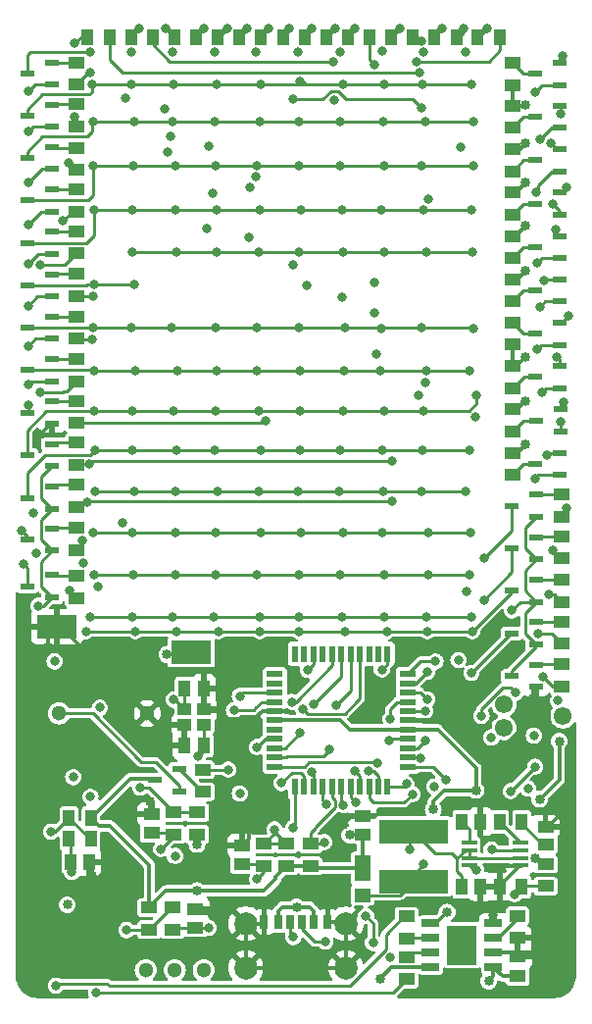
<source format=gbr>
%TF.GenerationSoftware,KiCad,Pcbnew,7.0.1*%
%TF.CreationDate,2023-08-02T19:59:42+02:00*%
%TF.ProjectId,PicBytesMicro,50696342-7974-4657-934d-6963726f2e6b,rev?*%
%TF.SameCoordinates,Original*%
%TF.FileFunction,Copper,L4,Bot*%
%TF.FilePolarity,Positive*%
%FSLAX46Y46*%
G04 Gerber Fmt 4.6, Leading zero omitted, Abs format (unit mm)*
G04 Created by KiCad (PCBNEW 7.0.1) date 2023-08-02 19:59:42*
%MOMM*%
%LPD*%
G01*
G04 APERTURE LIST*
%TA.AperFunction,ComponentPad*%
%ADD10C,1.550000*%
%TD*%
%TA.AperFunction,SMDPad,CuDef*%
%ADD11R,1.470000X1.050000*%
%TD*%
%TA.AperFunction,SMDPad,CuDef*%
%ADD12R,1.050000X1.470000*%
%TD*%
%TA.AperFunction,SMDPad,CuDef*%
%ADD13R,3.500000X2.000000*%
%TD*%
%TA.AperFunction,SMDPad,CuDef*%
%ADD14R,1.525000X0.700000*%
%TD*%
%TA.AperFunction,SMDPad,CuDef*%
%ADD15R,2.513000X3.402000*%
%TD*%
%TA.AperFunction,SMDPad,CuDef*%
%ADD16R,0.700000X1.200000*%
%TD*%
%TA.AperFunction,SMDPad,CuDef*%
%ADD17R,0.760000X1.200000*%
%TD*%
%TA.AperFunction,SMDPad,CuDef*%
%ADD18R,0.800000X1.200000*%
%TD*%
%TA.AperFunction,ComponentPad*%
%ADD19C,2.000000*%
%TD*%
%TA.AperFunction,ComponentPad*%
%ADD20C,1.300000*%
%TD*%
%TA.AperFunction,SMDPad,CuDef*%
%ADD21R,1.475000X0.600000*%
%TD*%
%TA.AperFunction,SMDPad,CuDef*%
%ADD22R,0.600000X1.475000*%
%TD*%
%TA.AperFunction,SMDPad,CuDef*%
%ADD23R,1.250000X0.600000*%
%TD*%
%TA.AperFunction,SMDPad,CuDef*%
%ADD24R,1.400000X1.000000*%
%TD*%
%TA.AperFunction,SMDPad,CuDef*%
%ADD25R,1.000000X1.400000*%
%TD*%
%TA.AperFunction,SMDPad,CuDef*%
%ADD26R,6.000000X2.010000*%
%TD*%
%TA.AperFunction,SMDPad,CuDef*%
%ADD27R,1.470000X1.020000*%
%TD*%
%TA.AperFunction,SMDPad,CuDef*%
%ADD28R,1.000000X1.450000*%
%TD*%
%TA.AperFunction,SMDPad,CuDef*%
%ADD29R,1.450000X1.000000*%
%TD*%
%TA.AperFunction,SMDPad,CuDef*%
%ADD30R,1.020000X1.470000*%
%TD*%
%TA.AperFunction,SMDPad,CuDef*%
%ADD31R,1.400000X0.450000*%
%TD*%
%TA.AperFunction,SMDPad,CuDef*%
%ADD32R,1.400000X2.300000*%
%TD*%
%TA.AperFunction,SMDPad,CuDef*%
%ADD33R,1.400000X1.250000*%
%TD*%
%TA.AperFunction,SMDPad,CuDef*%
%ADD34R,1.200000X1.000000*%
%TD*%
%TA.AperFunction,ViaPad*%
%ADD35C,0.850000*%
%TD*%
%TA.AperFunction,ViaPad*%
%ADD36C,0.800000*%
%TD*%
%TA.AperFunction,Conductor*%
%ADD37C,0.250000*%
%TD*%
%TA.AperFunction,Conductor*%
%ADD38C,0.350000*%
%TD*%
G04 APERTURE END LIST*
D10*
%TO.P,ICSP,7*%
%TO.N,N/C*%
X160310000Y-106135000D03*
%TO.P,ICSP,8*%
X155230000Y-107151000D03*
%TO.P,ICSP,9*%
X155230000Y-105119000D03*
%TD*%
D11*
%TO.P,C_10u_1,1*%
%TO.N,BMS_Vcc*%
X156400000Y-128580000D03*
%TO.P,C_10u_1,2*%
%TO.N,Vgnd_main*%
X156400000Y-126900000D03*
%TD*%
D12*
%TO.P,C_22p_1,1*%
%TO.N,Vgnd_main*%
X127610000Y-108650000D03*
%TO.P,C_22p_1,2*%
%TO.N,Net-(PIC18F45K1-RA6)*%
X129290000Y-108650000D03*
%TD*%
%TO.P,C_22p_2,1*%
%TO.N,Vgnd_main*%
X129290000Y-103750000D03*
%TO.P,C_22p_2,2*%
%TO.N,Net-(PIC18F45K1-RA7)*%
X127610000Y-103750000D03*
%TD*%
D13*
%TO.P,H_Bat+1,1,1*%
%TO.N,BAT+*%
X128200000Y-100600000D03*
%TD*%
%TO.P,H_Bat-1,1,1*%
%TO.N,Vgnd_main*%
X116600000Y-98400000D03*
%TD*%
D14*
%TO.P,IC_BMS_TP1,1,TEMP*%
%TO.N,Vgnd_main*%
X154312000Y-123995000D03*
%TO.P,IC_BMS_TP1,2,PROG*%
%TO.N,Net-(IC_BMS_TP1-PROG)*%
X154312000Y-125265000D03*
%TO.P,IC_BMS_TP1,3,GND*%
%TO.N,Vgnd_main*%
X154312000Y-126535000D03*
%TO.P,IC_BMS_TP1,4,VCC*%
%TO.N,BMS_Vcc*%
X154312000Y-127805000D03*
%TO.P,IC_BMS_TP1,5,BAT*%
%TO.N,BAT+*%
X148888000Y-127805000D03*
%TO.P,IC_BMS_TP1,6,~{STDBY}*%
%TO.N,Net-(IC_BMS_TP1-~{STDBY})*%
X148888000Y-126535000D03*
%TO.P,IC_BMS_TP1,7,~{CHRG}*%
%TO.N,Net-(IC_BMS_TP1-~{CHRG})*%
X148888000Y-125265000D03*
%TO.P,IC_BMS_TP1,8,CE*%
%TO.N,BMS_Vcc*%
X148888000Y-123995000D03*
D15*
%TO.P,IC_BMS_TP1,9,EP*%
%TO.N,unconnected-(IC_BMS_TP1-EP-Pad9)*%
X151600000Y-125900000D03*
%TD*%
D16*
%TO.P,J_USB_C1,A5,CC1*%
%TO.N,Net-(J_USB_C1-CC1)*%
X137750000Y-123900000D03*
D17*
%TO.P,J_USB_C1,A9,VBUS_1*%
%TO.N,BMS_Vcc*%
X135730000Y-123900000D03*
D18*
%TO.P,J_USB_C1,A12,GND_1*%
%TO.N,Vgnd_main*%
X134500000Y-123900000D03*
D16*
%TO.P,J_USB_C1,B5,CC2*%
%TO.N,Net-(J_USB_C1-CC2)*%
X136750000Y-123900000D03*
D17*
%TO.P,J_USB_C1,B9,VBUS_2*%
%TO.N,BMS_Vcc*%
X138770000Y-123900000D03*
D18*
%TO.P,J_USB_C1,B12,GND_2*%
%TO.N,Vgnd_main*%
X140000000Y-123900000D03*
D19*
%TO.P,J_USB_C1,MH1,MH1*%
X141570000Y-127850000D03*
%TO.P,J_USB_C1,MH2,MH2*%
X132930000Y-127850000D03*
%TO.P,J_USB_C1,MH3,MH3*%
X132930000Y-124050000D03*
%TO.P,J_USB_C1,MH4,MH4*%
X141570000Y-124050000D03*
%TD*%
D20*
%TO.P,LS1,1,+*%
%TO.N,Net-(LS1-+)*%
X116800000Y-105900000D03*
%TO.P,LS1,2,-*%
%TO.N,Vgnd_main*%
X124400000Y-105900000D03*
%TD*%
D21*
%TO.P,PIC18F45K1,1,RC7*%
%TO.N,P_CC9*%
X146900000Y-102500000D03*
%TO.P,PIC18F45K1,2,RD4*%
%TO.N,P_CC4*%
X146900000Y-103300000D03*
%TO.P,PIC18F45K1,3,RD5*%
%TO.N,P_CC3*%
X146900000Y-104100000D03*
%TO.P,PIC18F45K1,4,RD6*%
%TO.N,P_CC2*%
X146900000Y-104900000D03*
%TO.P,PIC18F45K1,5,RD7*%
%TO.N,P_CC1*%
X146900000Y-105700000D03*
%TO.P,PIC18F45K1,6,VSS_1*%
%TO.N,Vgnd_main*%
X146900000Y-106500000D03*
%TO.P,PIC18F45K1,7,VDD_1*%
%TO.N,Vcc_main*%
X146900000Y-107300000D03*
%TO.P,PIC18F45K1,8,RB0*%
%TO.N,P_CR0*%
X146900000Y-108100000D03*
%TO.P,PIC18F45K1,9,RB1*%
%TO.N,P_CR1*%
X146900000Y-108900000D03*
%TO.P,PIC18F45K1,10,RB2*%
%TO.N,P_CR2*%
X146900000Y-109700000D03*
%TO.P,PIC18F45K1,11,RB3*%
%TO.N,P_CR3*%
X146900000Y-110500000D03*
D22*
%TO.P,PIC18F45K1,12,NC/ICCK/ICPGC*%
%TO.N,ICSPCLK*%
X145162000Y-112238000D03*
%TO.P,PIC18F45K1,13,NC/ICDT/ICPGD*%
%TO.N,ICSPDA*%
X144362000Y-112238000D03*
%TO.P,PIC18F45K1,14,RB4*%
%TO.N,P_CR4*%
X143562000Y-112238000D03*
%TO.P,PIC18F45K1,15,RB5*%
%TO.N,P_CR5*%
X142762000Y-112238000D03*
%TO.P,PIC18F45K1,16,RB6*%
%TO.N,P_CR6*%
X141962000Y-112238000D03*
%TO.P,PIC18F45K1,17,RB7*%
%TO.N,P_CR7*%
X141162000Y-112238000D03*
%TO.P,PIC18F45K1,18,~{MCLR}/VPP/RE3*%
%TO.N,MCLR*%
X140362000Y-112238000D03*
%TO.P,PIC18F45K1,19,RA0*%
%TO.N,S_up*%
X139562000Y-112238000D03*
%TO.P,PIC18F45K1,20,RA1*%
%TO.N,S_down*%
X138762000Y-112238000D03*
%TO.P,PIC18F45K1,21,RA2*%
%TO.N,S_left*%
X137962000Y-112238000D03*
%TO.P,PIC18F45K1,22,RA3*%
%TO.N,S_right*%
X137162000Y-112238000D03*
D21*
%TO.P,PIC18F45K1,23,RA4*%
%TO.N,S_a*%
X135424000Y-110500000D03*
%TO.P,PIC18F45K1,24,RA5*%
%TO.N,S_b*%
X135424000Y-109700000D03*
%TO.P,PIC18F45K1,25,RE0*%
%TO.N,P_DN*%
X135424000Y-108900000D03*
%TO.P,PIC18F45K1,26,RE1*%
%TO.N,P_UN*%
X135424000Y-108100000D03*
%TO.P,PIC18F45K1,27,RE2*%
%TO.N,unconnected-(PIC18F45K1-RE2-Pad27)*%
X135424000Y-107300000D03*
%TO.P,PIC18F45K1,28,VDD_2*%
%TO.N,Vcc_main*%
X135424000Y-106500000D03*
%TO.P,PIC18F45K1,29,VSS_2*%
%TO.N,Vgnd_main*%
X135424000Y-105700000D03*
%TO.P,PIC18F45K1,30,RA7*%
%TO.N,Net-(PIC18F45K1-RA7)*%
X135424000Y-104900000D03*
%TO.P,PIC18F45K1,31,RA6*%
%TO.N,Net-(PIC18F45K1-RA6)*%
X135424000Y-104100000D03*
%TO.P,PIC18F45K1,32,RC0*%
%TO.N,unconnected-(PIC18F45K1-RC0-Pad32)*%
X135424000Y-103300000D03*
%TO.P,PIC18F45K1,33,NC/~{ICRST}/ICVPP*%
%TO.N,unconnected-(PIC18F45K1-NC{slash}~{ICRST}{slash}ICVPP-Pad33)*%
X135424000Y-102500000D03*
D22*
%TO.P,PIC18F45K1,34,NC*%
%TO.N,unconnected-(PIC18F45K1-NC-Pad34)*%
X137162000Y-100762000D03*
%TO.P,PIC18F45K1,35,RC1*%
%TO.N,unconnected-(PIC18F45K1-RC1-Pad35)*%
X137962000Y-100762000D03*
%TO.P,PIC18F45K1,36,RC2*%
%TO.N,Buzzer*%
X138762000Y-100762000D03*
%TO.P,PIC18F45K1,37,VUSB3V3*%
%TO.N,unconnected-(PIC18F45K1-VUSB3V3-Pad37)*%
X139562000Y-100762000D03*
%TO.P,PIC18F45K1,38,RD0*%
%TO.N,P_CC8*%
X140362000Y-100762000D03*
%TO.P,PIC18F45K1,39,RD1*%
%TO.N,P_CC7*%
X141162000Y-100762000D03*
%TO.P,PIC18F45K1,40,RD2*%
%TO.N,P_CC6*%
X141962000Y-100762000D03*
%TO.P,PIC18F45K1,41,RD3*%
%TO.N,P_CC5*%
X142762000Y-100762000D03*
%TO.P,PIC18F45K1,42,D-*%
%TO.N,unconnected-(PIC18F45K1-D--Pad42)*%
X143562000Y-100762000D03*
%TO.P,PIC18F45K1,43,D+*%
%TO.N,unconnected-(PIC18F45K1-D+-Pad43)*%
X144362000Y-100762000D03*
%TO.P,PIC18F45K1,44,RC6*%
%TO.N,P_CC10*%
X145162000Y-100762000D03*
%TD*%
D23*
%TO.P,Q2,1*%
%TO.N,Net-(Q2-Pad1)*%
X116150000Y-49695000D03*
%TO.P,Q2,2*%
%TO.N,Net-(Q10-Pad2)*%
X116150000Y-51605000D03*
%TO.P,Q2,3*%
%TO.N,R0*%
X114050000Y-50650000D03*
%TD*%
%TO.P,Q3,1*%
%TO.N,Net-(Q3-Pad1)*%
X116150000Y-82634997D03*
%TO.P,Q3,2*%
%TO.N,Net-(Q11-Pad2)*%
X116150000Y-84544997D03*
%TO.P,Q3,3*%
%TO.N,R8*%
X114050000Y-83589997D03*
%TD*%
%TO.P,Q4,1*%
%TO.N,Net-(Q4-Pad1)*%
X160050000Y-49745000D03*
%TO.P,Q4,2*%
%TO.N,C1*%
X160050000Y-51655000D03*
%TO.P,Q4,3*%
%TO.N,Net-(Q4-Pad3)*%
X157950000Y-50700000D03*
%TD*%
%TO.P,Q5,1*%
%TO.N,Net-(Q5-Pad1)*%
X160050000Y-68422776D03*
%TO.P,Q5,2*%
%TO.N,C6*%
X160050000Y-70332776D03*
%TO.P,Q5,3*%
%TO.N,Net-(Q5-Pad3)*%
X157950000Y-69377776D03*
%TD*%
%TO.P,Q6,1*%
%TO.N,Net-(Q6-Pad1)*%
X116150000Y-53353333D03*
%TO.P,Q6,2*%
%TO.N,Net-(Q10-Pad2)*%
X116150000Y-55263333D03*
%TO.P,Q6,3*%
%TO.N,R1*%
X114050000Y-54308333D03*
%TD*%
%TO.P,Q7,1*%
%TO.N,Net-(Q7-Pad1)*%
X116150000Y-86343330D03*
%TO.P,Q7,2*%
%TO.N,Net-(Q11-Pad2)*%
X116150000Y-88253330D03*
%TO.P,Q7,3*%
%TO.N,R9*%
X114050000Y-87298330D03*
%TD*%
%TO.P,Q8,1*%
%TO.N,Net-(Q8-Pad1)*%
X160050000Y-53445000D03*
%TO.P,Q8,2*%
%TO.N,C2*%
X160050000Y-55355000D03*
%TO.P,Q8,3*%
%TO.N,Net-(Q8-Pad3)*%
X157950000Y-54400000D03*
%TD*%
%TO.P,Q9,1*%
%TO.N,Net-(Q9-Pad1)*%
X160050000Y-72167220D03*
%TO.P,Q9,2*%
%TO.N,C7*%
X160050000Y-74077220D03*
%TO.P,Q9,3*%
%TO.N,Net-(Q9-Pad3)*%
X157950000Y-73122220D03*
%TD*%
%TO.P,Q10,1*%
%TO.N,Net-(Q10-Pad1)*%
X116150000Y-56996666D03*
%TO.P,Q10,2*%
%TO.N,Net-(Q10-Pad2)*%
X116150000Y-58906666D03*
%TO.P,Q10,3*%
%TO.N,R2*%
X114050000Y-57951666D03*
%TD*%
%TO.P,Q11,1*%
%TO.N,Net-(Q11-Pad1)*%
X116150000Y-89936663D03*
%TO.P,Q11,2*%
%TO.N,Net-(Q11-Pad2)*%
X116150000Y-91846663D03*
%TO.P,Q11,3*%
%TO.N,R10*%
X114050000Y-90891663D03*
%TD*%
%TO.P,Q12,1*%
%TO.N,Net-(Q12-Pad1)*%
X116150000Y-64328332D03*
%TO.P,Q12,2*%
%TO.N,Net-(Q10-Pad2)*%
X116150000Y-66238332D03*
%TO.P,Q12,3*%
%TO.N,R4*%
X114050000Y-65283332D03*
%TD*%
%TO.P,Q13,1*%
%TO.N,Net-(Q13-Pad1)*%
X157975000Y-87006108D03*
%TO.P,Q13,2*%
%TO.N,Net-(Q11-Pad2)*%
X157975000Y-88916108D03*
%TO.P,Q13,3*%
%TO.N,R12*%
X155875000Y-87961108D03*
%TD*%
%TO.P,Q14,1*%
%TO.N,Net-(Q14-Pad1)*%
X116150000Y-78961664D03*
%TO.P,Q14,2*%
%TO.N,Vgnd_main*%
X116150000Y-80871664D03*
%TO.P,Q14,3*%
%TO.N,Net-(Q10-Pad2)*%
X114050000Y-79916664D03*
%TD*%
%TO.P,Q15,1*%
%TO.N,Net-(Q15-Pad1)*%
X157975000Y-101706108D03*
%TO.P,Q15,2*%
%TO.N,Vgnd_main*%
X157975000Y-103616108D03*
%TO.P,Q15,3*%
%TO.N,Net-(Q11-Pad2)*%
X155875000Y-102661108D03*
%TD*%
%TO.P,Q16,1*%
%TO.N,Net-(Q16-Pad1)*%
X160050000Y-57189444D03*
%TO.P,Q16,2*%
%TO.N,C3*%
X160050000Y-59099444D03*
%TO.P,Q16,3*%
%TO.N,Net-(Q16-Pad3)*%
X157950000Y-58144444D03*
%TD*%
%TO.P,Q17,1*%
%TO.N,Net-(Q17-Pad1)*%
X160037500Y-75911664D03*
%TO.P,Q17,2*%
%TO.N,C8*%
X160037500Y-77821664D03*
%TO.P,Q17,3*%
%TO.N,Net-(Q17-Pad3)*%
X157937500Y-76866664D03*
%TD*%
%TO.P,Q18,1*%
%TO.N,Net-(Q18-Pad1)*%
X116150000Y-60669999D03*
%TO.P,Q18,2*%
%TO.N,Net-(Q10-Pad2)*%
X116150000Y-62579999D03*
%TO.P,Q18,3*%
%TO.N,R3*%
X114050000Y-61624999D03*
%TD*%
%TO.P,Q19,1*%
%TO.N,Net-(Q19-Pad1)*%
X116150000Y-93966664D03*
%TO.P,Q19,2*%
%TO.N,Net-(Q11-Pad2)*%
X116150000Y-95876664D03*
%TO.P,Q19,3*%
%TO.N,R11*%
X114050000Y-94921664D03*
%TD*%
%TO.P,Q20,1*%
%TO.N,Net-(Q20-Pad1)*%
X116150000Y-67986665D03*
%TO.P,Q20,2*%
%TO.N,Net-(Q10-Pad2)*%
X116150000Y-69896665D03*
%TO.P,Q20,3*%
%TO.N,R5*%
X114050000Y-68941665D03*
%TD*%
%TO.P,Q21,1*%
%TO.N,Net-(Q21-Pad1)*%
X157975000Y-90696108D03*
%TO.P,Q21,2*%
%TO.N,Net-(Q11-Pad2)*%
X157975000Y-92606108D03*
%TO.P,Q21,3*%
%TO.N,R13*%
X155875000Y-91651108D03*
%TD*%
%TO.P,Q22,1*%
%TO.N,Net-(Q22-Pad1)*%
X160050000Y-60933888D03*
%TO.P,Q22,2*%
%TO.N,C4*%
X160050000Y-62843888D03*
%TO.P,Q22,3*%
%TO.N,Net-(Q22-Pad3)*%
X157950000Y-61888888D03*
%TD*%
%TO.P,Q23,1*%
%TO.N,Net-(Q23-Pad1)*%
X160075000Y-79656108D03*
%TO.P,Q23,2*%
%TO.N,C9*%
X160075000Y-81566108D03*
%TO.P,Q23,3*%
%TO.N,Net-(Q23-Pad3)*%
X157975000Y-80611108D03*
%TD*%
%TO.P,Q24,1*%
%TO.N,Net-(Q24-Pad1)*%
X116150000Y-71644998D03*
%TO.P,Q24,2*%
%TO.N,Net-(Q10-Pad2)*%
X116150000Y-73554998D03*
%TO.P,Q24,3*%
%TO.N,R6*%
X114050000Y-72599998D03*
%TD*%
%TO.P,Q25,1*%
%TO.N,Net-(Q25-Pad1)*%
X157975000Y-94356108D03*
%TO.P,Q25,2*%
%TO.N,Net-(Q11-Pad2)*%
X157975000Y-96266108D03*
%TO.P,Q25,3*%
%TO.N,R14*%
X155875000Y-95311108D03*
%TD*%
%TO.P,Q26,1*%
%TO.N,Net-(Q26-Pad1)*%
X160050000Y-64678332D03*
%TO.P,Q26,2*%
%TO.N,C5*%
X160050000Y-66588332D03*
%TO.P,Q26,3*%
%TO.N,Net-(Q26-Pad3)*%
X157950000Y-65633332D03*
%TD*%
%TO.P,Q27,1*%
%TO.N,Net-(Q27-Pad1)*%
X160050000Y-83400552D03*
%TO.P,Q27,2*%
%TO.N,C10*%
X160050000Y-85310552D03*
%TO.P,Q27,3*%
%TO.N,Net-(Q27-Pad3)*%
X157950000Y-84355552D03*
%TD*%
%TO.P,Q28,1*%
%TO.N,Net-(Q28-Pad1)*%
X116150000Y-75303331D03*
%TO.P,Q28,2*%
%TO.N,Net-(Q10-Pad2)*%
X116150000Y-77213331D03*
%TO.P,Q28,3*%
%TO.N,R7*%
X114050000Y-76258331D03*
%TD*%
%TO.P,Q29,1*%
%TO.N,Net-(Q29-Pad1)*%
X157975000Y-98031108D03*
%TO.P,Q29,2*%
%TO.N,Net-(Q11-Pad2)*%
X157975000Y-99941108D03*
%TO.P,Q29,3*%
%TO.N,R15*%
X155875000Y-98986108D03*
%TD*%
%TO.P,Q1,1*%
%TO.N,Net-(Q1-Pad1)*%
X127200000Y-110690000D03*
%TO.P,Q1,2*%
%TO.N,Net-(LS1-+)*%
X127200000Y-112600000D03*
%TO.P,Q1,3*%
%TO.N,Vcc_main*%
X125100000Y-111645000D03*
%TD*%
D24*
%TO.P,R220_1,1*%
%TO.N,Vcc_main*%
X155975000Y-51650000D03*
%TO.P,R220_1,2*%
%TO.N,Net-(Q4-Pad3)*%
X155975000Y-49750000D03*
%TD*%
%TO.P,R220_2,1*%
%TO.N,Vcc_main*%
X155975000Y-68427776D03*
%TO.P,R220_2,2*%
%TO.N,Net-(Q5-Pad3)*%
X155975000Y-70327776D03*
%TD*%
%TO.P,R220_3,1*%
%TO.N,Vcc_main*%
X155975000Y-53450000D03*
%TO.P,R220_3,2*%
%TO.N,Net-(Q8-Pad3)*%
X155975000Y-55350000D03*
%TD*%
%TO.P,R220_4,1*%
%TO.N,Vcc_main*%
X155975000Y-74072220D03*
%TO.P,R220_4,2*%
%TO.N,Net-(Q9-Pad3)*%
X155975000Y-72172220D03*
%TD*%
%TO.P,R220_5,1*%
%TO.N,Vcc_main*%
X155975000Y-57194444D03*
%TO.P,R220_5,2*%
%TO.N,Net-(Q16-Pad3)*%
X155975000Y-59094444D03*
%TD*%
%TO.P,R220_6,1*%
%TO.N,Vcc_main*%
X155987500Y-75916664D03*
%TO.P,R220_6,2*%
%TO.N,Net-(Q17-Pad3)*%
X155987500Y-77816664D03*
%TD*%
%TO.P,R220_7,1*%
%TO.N,Vcc_main*%
X155975000Y-60938888D03*
%TO.P,R220_7,2*%
%TO.N,Net-(Q22-Pad3)*%
X155975000Y-62838888D03*
%TD*%
%TO.P,R220_8,1*%
%TO.N,Vcc_main*%
X155950000Y-79661108D03*
%TO.P,R220_8,2*%
%TO.N,Net-(Q23-Pad3)*%
X155950000Y-81561108D03*
%TD*%
%TO.P,R220_9,1*%
%TO.N,Vcc_main*%
X155975000Y-64683332D03*
%TO.P,R220_9,2*%
%TO.N,Net-(Q26-Pad3)*%
X155975000Y-66583332D03*
%TD*%
%TO.P,R220_10,1*%
%TO.N,Vcc_main*%
X155975000Y-83405552D03*
%TO.P,R220_10,2*%
%TO.N,Net-(Q27-Pad3)*%
X155975000Y-85305552D03*
%TD*%
%TO.P,R4K7_2,1*%
%TO.N,P_CR0*%
X118300000Y-51600000D03*
%TO.P,R4K7_2,2*%
%TO.N,Net-(Q2-Pad1)*%
X118300000Y-49700000D03*
%TD*%
%TO.P,R4K7_3,1*%
%TO.N,P_CR0*%
X118300000Y-84439997D03*
%TO.P,R4K7_3,2*%
%TO.N,Net-(Q3-Pad1)*%
X118300000Y-82539997D03*
%TD*%
D25*
%TO.P,R4K7_4,1*%
%TO.N,P_CC1*%
X121149668Y-47500000D03*
%TO.P,R4K7_4,2*%
%TO.N,Net-(Q4-Pad1)*%
X119249668Y-47500000D03*
%TD*%
%TO.P,R4K7_5,1*%
%TO.N,P_CC6*%
X139871888Y-47500000D03*
%TO.P,R4K7_5,2*%
%TO.N,Net-(Q5-Pad1)*%
X137971888Y-47500000D03*
%TD*%
D24*
%TO.P,R4K7_6,1*%
%TO.N,P_CR1*%
X118300000Y-55203333D03*
%TO.P,R4K7_6,2*%
%TO.N,Net-(Q6-Pad1)*%
X118300000Y-53303333D03*
%TD*%
%TO.P,R4K7_7,1*%
%TO.N,P_CR1*%
X118300000Y-88048330D03*
%TO.P,R4K7_7,2*%
%TO.N,Net-(Q7-Pad1)*%
X118300000Y-86148330D03*
%TD*%
D25*
%TO.P,R4K7_8,1*%
%TO.N,P_CC2*%
X124894112Y-47500000D03*
%TO.P,R4K7_8,2*%
%TO.N,Net-(Q8-Pad1)*%
X122994112Y-47500000D03*
%TD*%
%TO.P,R4K7_9,1*%
%TO.N,P_CC7*%
X143616332Y-47500000D03*
%TO.P,R4K7_9,2*%
%TO.N,Net-(Q9-Pad1)*%
X141716332Y-47500000D03*
%TD*%
D24*
%TO.P,R4K7_10,1*%
%TO.N,P_CR2*%
X118300000Y-59001666D03*
%TO.P,R4K7_10,2*%
%TO.N,Net-(Q10-Pad1)*%
X118300000Y-57101666D03*
%TD*%
%TO.P,R4K7_11,1*%
%TO.N,P_CR2*%
X118300000Y-91791663D03*
%TO.P,R4K7_11,2*%
%TO.N,Net-(Q11-Pad1)*%
X118300000Y-89891663D03*
%TD*%
%TO.P,R4K7_12,1*%
%TO.N,P_CR4*%
X118300000Y-66183332D03*
%TO.P,R4K7_12,2*%
%TO.N,Net-(Q12-Pad1)*%
X118300000Y-64283332D03*
%TD*%
%TO.P,R4K7_13,1*%
%TO.N,P_CR4*%
X160225000Y-88911108D03*
%TO.P,R4K7_13,2*%
%TO.N,Net-(Q13-Pad1)*%
X160225000Y-87011108D03*
%TD*%
%TO.P,R4K7_14,1*%
%TO.N,P_UN*%
X118300000Y-80816664D03*
%TO.P,R4K7_14,2*%
%TO.N,Net-(Q14-Pad1)*%
X118300000Y-78916664D03*
%TD*%
%TO.P,R4K7_15,1*%
%TO.N,P_DN*%
X160225000Y-103561108D03*
%TO.P,R4K7_15,2*%
%TO.N,Net-(Q15-Pad1)*%
X160225000Y-101661108D03*
%TD*%
D25*
%TO.P,R4K7_16,1*%
%TO.N,P_CC3*%
X128638556Y-47500000D03*
%TO.P,R4K7_16,2*%
%TO.N,Net-(Q16-Pad1)*%
X126738556Y-47500000D03*
%TD*%
%TO.P,R4K7_17,1*%
%TO.N,P_CC8*%
X147360776Y-47500000D03*
%TO.P,R4K7_17,2*%
%TO.N,Net-(Q17-Pad1)*%
X145460776Y-47500000D03*
%TD*%
D24*
%TO.P,R4K7_18,1*%
%TO.N,P_CR3*%
X118300000Y-62574999D03*
%TO.P,R4K7_18,2*%
%TO.N,Net-(Q18-Pad1)*%
X118300000Y-60674999D03*
%TD*%
%TO.P,R4K7_19,1*%
%TO.N,P_CR3*%
X118300000Y-95921664D03*
%TO.P,R4K7_19,2*%
%TO.N,Net-(Q19-Pad1)*%
X118300000Y-94021664D03*
%TD*%
%TO.P,R4K7_20,1*%
%TO.N,P_CR5*%
X118300000Y-69841665D03*
%TO.P,R4K7_20,2*%
%TO.N,Net-(Q20-Pad1)*%
X118300000Y-67941665D03*
%TD*%
%TO.P,R4K7_21,1*%
%TO.N,P_CR5*%
X160225000Y-92501108D03*
%TO.P,R4K7_21,2*%
%TO.N,Net-(Q21-Pad1)*%
X160225000Y-90601108D03*
%TD*%
D25*
%TO.P,R4K7_22,1*%
%TO.N,P_CC4*%
X132383000Y-47500000D03*
%TO.P,R4K7_22,2*%
%TO.N,Net-(Q22-Pad1)*%
X130483000Y-47500000D03*
%TD*%
%TO.P,R4K7_23,1*%
%TO.N,P_CC9*%
X151105220Y-47500000D03*
%TO.P,R4K7_23,2*%
%TO.N,Net-(Q23-Pad1)*%
X149205220Y-47500000D03*
%TD*%
D24*
%TO.P,R4K7_24,1*%
%TO.N,P_CR6*%
X118300000Y-73549998D03*
%TO.P,R4K7_24,2*%
%TO.N,Net-(Q24-Pad1)*%
X118300000Y-71649998D03*
%TD*%
%TO.P,R4K7_25,1*%
%TO.N,P_CR6*%
X160225000Y-96261108D03*
%TO.P,R4K7_25,2*%
%TO.N,Net-(Q25-Pad1)*%
X160225000Y-94361108D03*
%TD*%
D25*
%TO.P,R4K7_26,1*%
%TO.N,P_CC5*%
X136127444Y-47500000D03*
%TO.P,R4K7_26,2*%
%TO.N,Net-(Q26-Pad1)*%
X134227444Y-47500000D03*
%TD*%
%TO.P,R4K7_27,1*%
%TO.N,P_CC10*%
X154849664Y-47500000D03*
%TO.P,R4K7_27,2*%
%TO.N,Net-(Q27-Pad1)*%
X152949664Y-47500000D03*
%TD*%
D24*
%TO.P,R4K7_28,1*%
%TO.N,P_CR7*%
X118300000Y-77208331D03*
%TO.P,R4K7_28,2*%
%TO.N,Net-(Q28-Pad1)*%
X118300000Y-75308331D03*
%TD*%
%TO.P,R4K7_29,1*%
%TO.N,P_CR7*%
X160225000Y-99886108D03*
%TO.P,R4K7_29,2*%
%TO.N,Net-(Q29-Pad1)*%
X160225000Y-97986108D03*
%TD*%
%TO.P,R4K7_1,1*%
%TO.N,Buzzer*%
X129200000Y-110745000D03*
%TO.P,R4K7_1,2*%
%TO.N,Net-(Q1-Pad1)*%
X129200000Y-112645000D03*
%TD*%
%TO.P,R_10k_1,1*%
%TO.N,Vcc_main*%
X138500000Y-119050000D03*
%TO.P,R_10k_1,2*%
%TO.N,MCLR*%
X138500000Y-117150000D03*
%TD*%
D25*
%TO.P,R_10K_3,1*%
%TO.N,Net-(R_10K_2-Pad2)*%
X117650000Y-114900000D03*
%TO.P,R_10K_3,2*%
%TO.N,Vcc_main*%
X119550000Y-114900000D03*
%TD*%
D24*
%TO.P,R_10K_7,1*%
%TO.N,Net-(R_10K_4-Pad2)*%
X124570000Y-124550000D03*
%TO.P,R_10K_7,2*%
%TO.N,Vcc_main*%
X124570000Y-122650000D03*
%TD*%
%TO.P,R_10K_6,1*%
%TO.N,Net-(R_10K_5-Pad2)*%
X126700000Y-114450000D03*
%TO.P,R_10K_6,2*%
%TO.N,S_up*%
X126700000Y-116350000D03*
%TD*%
%TO.P,R_10K_9,1*%
%TO.N,Net-(R_10K_8-Pad2)*%
X136425000Y-117150000D03*
%TO.P,R_10K_9,2*%
%TO.N,Vcc_main*%
X136425000Y-119050000D03*
%TD*%
%TO.P,R_1k_1,1*%
%TO.N,Net-(IC_BMS_TP1-~{STDBY})*%
X146800000Y-126950000D03*
%TO.P,R_1k_1,2*%
%TO.N,Net-(LED_RED_bms1-K)*%
X146800000Y-128850000D03*
%TD*%
%TO.P,R_1k_2,1*%
%TO.N,Net-(IC_BMS_TP1-~{CHRG})*%
X146800000Y-125300000D03*
%TO.P,R_1k_2,2*%
%TO.N,Net-(LED_Green_bms1-K)*%
X146800000Y-123400000D03*
%TD*%
%TO.P,R_2k_1,1*%
%TO.N,Vgnd_main*%
X156400000Y-125250000D03*
%TO.P,R_2k_1,2*%
%TO.N,Net-(IC_BMS_TP1-PROG)*%
X156400000Y-123350000D03*
%TD*%
D20*
%TO.P,SW_Toggle1,1,1*%
%TO.N,BAT+*%
X124275000Y-128050000D03*
%TO.P,SW_Toggle1,2,2*%
%TO.N,Net-(IC1-EN)*%
X126775000Y-128050000D03*
%TO.P,SW_Toggle1,3,3*%
%TO.N,unconnected-(SW_Toggle1-Pad3)*%
X129275000Y-128050000D03*
%TD*%
D26*
%TO.P,L1,1*%
%TO.N,Net-(IC1-SW)*%
X147400000Y-120400000D03*
%TO.P,L1,2*%
%TO.N,Net-(IC1-EN)*%
X147400000Y-116100000D03*
%TD*%
D27*
%TO.P,C4,1*%
%TO.N,Vgnd_main*%
X143000000Y-114750000D03*
%TO.P,C4,2*%
%TO.N,Vcc_main*%
X143000000Y-116350000D03*
%TD*%
D28*
%TO.P,R_10K_2,1*%
%TO.N,S_left*%
X117650000Y-116700000D03*
%TO.P,R_10K_2,2*%
%TO.N,Net-(R_10K_2-Pad2)*%
X119550000Y-116700000D03*
%TD*%
D29*
%TO.P,R_10K_4,1*%
%TO.N,S_down*%
X126600000Y-124550000D03*
%TO.P,R_10K_4,2*%
%TO.N,Net-(R_10K_4-Pad2)*%
X126600000Y-122650000D03*
%TD*%
D27*
%TO.P,C_22p_5,1*%
%TO.N,S_right*%
X132575000Y-118900000D03*
%TO.P,C_22p_5,2*%
%TO.N,Vgnd_main*%
X132575000Y-117300000D03*
%TD*%
D28*
%TO.P,R3,1*%
%TO.N,Net-(IC1-FB)*%
X156750000Y-120850000D03*
%TO.P,R3,2*%
%TO.N,Vgnd_main*%
X154850000Y-120850000D03*
%TD*%
D29*
%TO.P,R_10K_8,1*%
%TO.N,S_right*%
X134500000Y-119050000D03*
%TO.P,R_10K_8,2*%
%TO.N,Net-(R_10K_8-Pad2)*%
X134500000Y-117150000D03*
%TD*%
D30*
%TO.P,C2,1*%
%TO.N,Vgnd_main*%
X153200000Y-120850000D03*
%TO.P,C2,2*%
%TO.N,Net-(IC1-EN)*%
X151600000Y-120850000D03*
%TD*%
D29*
%TO.P,R2,1*%
%TO.N,Vcc_main*%
X158800000Y-118900000D03*
%TO.P,R2,2*%
%TO.N,Net-(IC1-FB)*%
X158800000Y-120800000D03*
%TD*%
%TO.P,R_10K_5,1*%
%TO.N,Vcc_main*%
X128705000Y-116350000D03*
%TO.P,R_10K_5,2*%
%TO.N,Net-(R_10K_5-Pad2)*%
X128705000Y-114450000D03*
%TD*%
D27*
%TO.P,C1,1*%
%TO.N,Vgnd_main*%
X158800000Y-115650000D03*
%TO.P,C1,2*%
%TO.N,Net-(C1-Pad2)*%
X158800000Y-117250000D03*
%TD*%
D30*
%TO.P,C3,1*%
%TO.N,Vgnd_main*%
X153200000Y-115250000D03*
%TO.P,C3,2*%
%TO.N,Net-(IC1-SS)*%
X151600000Y-115250000D03*
%TD*%
D31*
%TO.P,IC1,1,COMP*%
%TO.N,Net-(IC1-COMP)*%
X156600000Y-117075000D03*
%TO.P,IC1,2,FB*%
%TO.N,Net-(IC1-FB)*%
X156600000Y-117725000D03*
%TO.P,IC1,3,EN*%
%TO.N,Net-(IC1-EN)*%
X156600000Y-118375000D03*
%TO.P,IC1,4,PGND*%
%TO.N,Vgnd_main*%
X156600000Y-119025000D03*
%TO.P,IC1,5,SW*%
%TO.N,Net-(IC1-SW)*%
X152200000Y-119025000D03*
%TO.P,IC1,6,IN*%
%TO.N,Net-(IC1-EN)*%
X152200000Y-118375000D03*
%TO.P,IC1,7,FREQ*%
X152200000Y-117725000D03*
%TO.P,IC1,8,SS*%
%TO.N,Net-(IC1-SS)*%
X152200000Y-117075000D03*
%TD*%
D32*
%TO.P,D1,1*%
%TO.N,Vcc_main*%
X143000000Y-119250000D03*
D33*
%TO.P,D1,2*%
%TO.N,Net-(IC1-SW)*%
X143000000Y-121575000D03*
%TD*%
D28*
%TO.P,R1,1*%
%TO.N,Net-(IC1-COMP)*%
X154850000Y-115250000D03*
%TO.P,R1,2*%
%TO.N,Net-(C1-Pad2)*%
X156750000Y-115250000D03*
%TD*%
D34*
%TO.P,Y1,1,CRYSTAL_1*%
%TO.N,Net-(PIC18F45K1-RA7)*%
X127625000Y-105550000D03*
%TO.P,Y1,2,GND_1*%
%TO.N,Vgnd_main*%
X129325000Y-105550000D03*
%TO.P,Y1,3,CRYSTAL_2*%
%TO.N,Net-(PIC18F45K1-RA6)*%
X129325000Y-106850000D03*
%TO.P,Y1,4,GND_2*%
%TO.N,Vgnd_main*%
X127625000Y-106850000D03*
%TD*%
D27*
%TO.P,C_22p_4,1*%
%TO.N,S_down*%
X128570000Y-124400000D03*
%TO.P,C_22p_4,2*%
%TO.N,Vgnd_main*%
X128570000Y-122800000D03*
%TD*%
%TO.P,C_100F_1,1*%
%TO.N,Vgnd_main*%
X124805000Y-114600000D03*
%TO.P,C_100F_1,2*%
%TO.N,S_up*%
X124805000Y-116200000D03*
%TD*%
D30*
%TO.P,C_22p_3,1*%
%TO.N,S_left*%
X117800000Y-118700000D03*
%TO.P,C_22p_3,2*%
%TO.N,Vgnd_main*%
X119400000Y-118700000D03*
%TD*%
D35*
%TO.N,Vcc_main*%
X128700000Y-117200000D03*
D36*
%TO.N,Net-(IC1-EN)*%
X147100000Y-117600000D03*
X126800000Y-118200000D03*
%TO.N,Net-(PIC18F45K1-RA6)*%
X128800000Y-109600000D03*
X132400000Y-104400000D03*
D35*
%TO.N,Vgnd_main*%
X130000000Y-123100000D03*
X115175500Y-81800000D03*
X124600000Y-113500000D03*
X154300000Y-123300000D03*
X150500000Y-113900000D03*
X130700000Y-105700000D03*
X160000000Y-114700000D03*
X157700000Y-104600000D03*
X135100000Y-125800000D03*
X157900000Y-126500000D03*
X155296365Y-111271365D03*
X133200000Y-115900000D03*
X131100000Y-113100000D03*
X141343765Y-115510024D03*
X115800000Y-100200000D03*
X119600000Y-119900000D03*
%TO.N,BMS_Vcc*%
X117500000Y-122400000D03*
X150300000Y-123050498D03*
X153900000Y-129000000D03*
X137300000Y-122600000D03*
D36*
%TO.N,Net-(PIC18F45K1-RA7)*%
X131897655Y-105625500D03*
X126700000Y-104700000D03*
D35*
%TO.N,Vcc_main*%
X158300000Y-113300000D03*
X157100000Y-78900000D03*
X157100000Y-75100000D03*
X157924502Y-118368492D03*
X157100000Y-63800000D03*
X155975000Y-51650000D03*
X160000000Y-108300000D03*
X128700000Y-121200000D03*
X157100000Y-60100000D03*
X157100000Y-82700000D03*
X157100000Y-67700000D03*
X157100000Y-56700000D03*
X141900000Y-116400000D03*
X152818533Y-112568230D03*
X149100000Y-114200000D03*
X157100000Y-53400000D03*
D36*
%TO.N,Net-(IC1-SW)*%
X148300000Y-118900000D03*
X152800000Y-119400000D03*
D35*
%TO.N,BAT+*%
X126100000Y-100800000D03*
X144500000Y-128800000D03*
D36*
%TO.N,Net-(IC1-FB)*%
X154150498Y-117650500D03*
X156100000Y-121500000D03*
%TO.N,Net-(J_USB_C1-CC1)*%
X139800000Y-125600000D03*
%TO.N,Net-(J_USB_C1-CC2)*%
X137025500Y-125200000D03*
%TO.N,Net-(LED_Green_bms1-K)*%
X116500000Y-129400000D03*
%TO.N,C1*%
X122539334Y-52750792D03*
X157900000Y-52300000D03*
%TO.N,R0*%
X148289609Y-48808229D03*
X133813320Y-48799502D03*
X126569461Y-48799502D03*
X137431659Y-48798150D03*
X151938602Y-48764736D03*
X130235931Y-48799502D03*
X123000000Y-48799502D03*
X119446096Y-48799501D03*
X144696586Y-48739891D03*
X141053562Y-48776982D03*
%TO.N,R1*%
X119600000Y-51600000D03*
X144900000Y-51600000D03*
X130400000Y-51600000D03*
X152400000Y-51600000D03*
X134200000Y-51600000D03*
X141300000Y-51600000D03*
X126700000Y-51600000D03*
X123000000Y-51600000D03*
X137600500Y-51324500D03*
X148200000Y-51600000D03*
%TO.N,R2*%
X152600000Y-54800000D03*
X137500000Y-54800000D03*
X130200000Y-54800000D03*
X148400000Y-54800000D03*
X126600000Y-54800000D03*
X144800000Y-54800000D03*
X141100000Y-54800000D03*
X123300000Y-54800000D03*
X119700000Y-54800000D03*
X134100000Y-54800000D03*
%TO.N,R3*%
X144900000Y-58600000D03*
X133900000Y-58600000D03*
X126800000Y-58600000D03*
X119700000Y-58600000D03*
X130300000Y-58600000D03*
X123200000Y-58600000D03*
X152600000Y-58600000D03*
X137500000Y-58600000D03*
X148100000Y-58600000D03*
X141100000Y-58600000D03*
%TO.N,R4*%
X137700000Y-62400000D03*
X126800000Y-62400000D03*
X152400000Y-62400000D03*
X134100000Y-62400000D03*
X144600000Y-62400000D03*
X141200000Y-62400000D03*
X119800000Y-62400000D03*
X148300000Y-62400000D03*
X123100000Y-62400000D03*
X130400000Y-62400000D03*
%TO.N,R5*%
X126900000Y-66100000D03*
X130400000Y-66100000D03*
X134000000Y-66100000D03*
X144900000Y-66100000D03*
X119800000Y-68900000D03*
X137500000Y-66100000D03*
X123100000Y-66100000D03*
X148500000Y-66100000D03*
X152500000Y-66100000D03*
X123300000Y-68900000D03*
X141300000Y-66100000D03*
%TO.N,R6*%
X123000000Y-72600000D03*
X152600000Y-72700000D03*
X130300000Y-72600000D03*
X133900000Y-72600000D03*
X144600000Y-72700000D03*
X148100000Y-72600000D03*
X141500000Y-72600000D03*
X119700000Y-72600000D03*
X137500000Y-72600000D03*
X126500000Y-72600000D03*
%TO.N,R7*%
X137600000Y-76300000D03*
X141400000Y-76300000D03*
X119800000Y-76300000D03*
X152200000Y-76300000D03*
X123400000Y-76300000D03*
X130400000Y-76300000D03*
X127000000Y-76300000D03*
X148500000Y-76300000D03*
X144500000Y-76300000D03*
X133900000Y-76300000D03*
%TO.N,R8*%
X137600000Y-79800000D03*
X119800000Y-79800000D03*
X123100000Y-79800000D03*
X152847546Y-78432263D03*
X126700000Y-79800000D03*
X141300000Y-79800000D03*
X148300000Y-79800000D03*
X144900000Y-79800000D03*
X134000000Y-79800000D03*
X130300000Y-79800000D03*
%TO.N,R9*%
X148200000Y-83200000D03*
X130200000Y-83200000D03*
X141100000Y-83200000D03*
X152200000Y-83200000D03*
X119900000Y-83200000D03*
X134200000Y-83200000D03*
X144700000Y-83200000D03*
X126900000Y-83200000D03*
X123100000Y-83200000D03*
X137600000Y-83200000D03*
%TO.N,R10*%
X123300000Y-86700000D03*
X119900000Y-86700000D03*
X148100000Y-86700000D03*
X113575500Y-90127839D03*
X141000000Y-86700000D03*
X122277309Y-89400000D03*
X134000000Y-86700000D03*
X137400000Y-86700000D03*
X144800000Y-86700000D03*
X126800000Y-86700000D03*
X130500000Y-86700000D03*
X151900000Y-86700000D03*
%TO.N,R11*%
X137700000Y-90300000D03*
X141300000Y-90300000D03*
X144700000Y-90300000D03*
X126800000Y-90300000D03*
X148700000Y-90300000D03*
X123100000Y-90300000D03*
X152300000Y-90300000D03*
X119700000Y-90300000D03*
X130300000Y-90300000D03*
X134200000Y-90300000D03*
X113700000Y-93000000D03*
X118848673Y-92922162D03*
%TO.N,R12*%
X133900000Y-93900000D03*
X137500000Y-93900000D03*
X126800000Y-93900000D03*
X119800000Y-93900000D03*
X144900000Y-93900000D03*
X148700000Y-93900000D03*
X130300000Y-93900000D03*
X123200000Y-93900000D03*
X141100000Y-93900000D03*
X153466548Y-92524500D03*
X152200000Y-93900000D03*
%TO.N,R13*%
X148500000Y-97600000D03*
X134100000Y-97600000D03*
X123100000Y-97600000D03*
X130100000Y-97600000D03*
X126600000Y-97600000D03*
X141200000Y-97600000D03*
X152400000Y-97600000D03*
X137500000Y-97600000D03*
X119500000Y-97600000D03*
X144900000Y-97600000D03*
X153466548Y-96124500D03*
%TO.N,R14*%
X123400000Y-98800000D03*
X130600000Y-98800000D03*
X119100000Y-98800000D03*
X145100000Y-98800000D03*
X148600000Y-98800000D03*
X134100000Y-98800000D03*
X137500000Y-98800000D03*
X126900000Y-98800000D03*
X152500000Y-98800000D03*
X141500000Y-98800000D03*
%TO.N,R15*%
X152400000Y-102400000D03*
%TO.N,C2*%
X126452063Y-56052063D03*
X158373715Y-56324500D03*
%TO.N,C3*%
X158000000Y-60900000D03*
X130048698Y-60951302D03*
%TO.N,C4*%
X133759582Y-59589589D03*
X159400000Y-61900000D03*
%TO.N,C5*%
X137024899Y-67145731D03*
X158100000Y-67000000D03*
%TO.N,C6*%
X141200000Y-70000000D03*
X158300000Y-70800000D03*
%TO.N,C7*%
X144193941Y-74867377D03*
X158087701Y-74412299D03*
%TO.N,C8*%
X158500000Y-78200000D03*
X147800000Y-78400000D03*
%TO.N,C9*%
X160100000Y-80700000D03*
X152768873Y-80255725D03*
%TO.N,C10*%
X157900000Y-85600000D03*
%TO.N,Net-(LED_RED_bms1-K)*%
X120000000Y-130000000D03*
%TO.N,P_CC10*%
X147692645Y-49609877D03*
X144665179Y-102098992D03*
%TO.N,P_CC5*%
X137886643Y-105505937D03*
X136700000Y-46799500D03*
%TO.N,P_CC6*%
X140600000Y-46799500D03*
X140700000Y-105200000D03*
%TO.N,P_CC7*%
X144036135Y-49875500D03*
X140558538Y-52908441D03*
X138800000Y-105100000D03*
%TO.N,P_CC8*%
X136900000Y-104900000D03*
X136963547Y-52883698D03*
X148064476Y-53650520D03*
X148085349Y-47829821D03*
%TO.N,Buzzer*%
X138259811Y-102151627D03*
X131400000Y-110745000D03*
%TO.N,Net-(Q11-Pad2)*%
X155900000Y-97000000D03*
X115000000Y-96600000D03*
%TO.N,P_UN*%
X133900000Y-108800000D03*
X134633340Y-80599012D03*
%TO.N,P_DN*%
X158600000Y-102700000D03*
X137600000Y-107600000D03*
%TO.N,S_b*%
X140100000Y-109000000D03*
X154125308Y-107969067D03*
%TO.N,S_a*%
X144300000Y-110200000D03*
X145350296Y-126974302D03*
%TO.N,S_right*%
X137000000Y-115800000D03*
X133900000Y-120200000D03*
%TO.N,S_left*%
X118000000Y-111400000D03*
X136006755Y-111906755D03*
X117900000Y-119600000D03*
%TO.N,S_down*%
X132400000Y-112800000D03*
X129700000Y-124400000D03*
X138602551Y-110911981D03*
%TO.N,S_up*%
X125600000Y-117600000D03*
X139900000Y-113700000D03*
%TO.N,MCLR*%
X139700000Y-117000000D03*
X159900000Y-104800000D03*
%TO.N,P_CR7*%
X158200000Y-99041606D03*
X115180257Y-78171201D03*
X119500000Y-113100000D03*
X141349500Y-113794194D03*
X157300000Y-112400000D03*
%TO.N,P_CR6*%
X119599500Y-73612196D03*
X152000000Y-95400000D03*
X149200000Y-112200000D03*
X142400000Y-113600000D03*
X120114457Y-94965877D03*
X159100000Y-95600000D03*
%TO.N,P_CR5*%
X142300000Y-110824500D03*
X114800000Y-92100000D03*
X159400000Y-91800000D03*
X119700000Y-69900000D03*
%TO.N,P_CR4*%
X114600000Y-88600000D03*
X115192062Y-67188113D03*
X147295892Y-112867811D03*
X160600000Y-88200000D03*
%TO.N,ICSPDA*%
X157800000Y-107800000D03*
X143541121Y-110850468D03*
%TO.N,ICSPCLK*%
X153275500Y-106100000D03*
X146800000Y-112000000D03*
X156225500Y-104100000D03*
%TO.N,P_CR3*%
X151289077Y-101274664D03*
X117700000Y-95300000D03*
X150229107Y-111649500D03*
X117100500Y-63383439D03*
X116400000Y-101400000D03*
%TO.N,P_CR2*%
X148012497Y-109732262D03*
X118800000Y-90991165D03*
X117600000Y-58400000D03*
X120300000Y-105400000D03*
%TO.N,P_CR1*%
X145527074Y-87555004D03*
X148400000Y-108275500D03*
X118150500Y-54402835D03*
X119200000Y-87700000D03*
%TO.N,P_CR0*%
X145300000Y-108275500D03*
X119400000Y-84400000D03*
X145507979Y-84097484D03*
X119479602Y-50559701D03*
%TO.N,P_CC1*%
X147900000Y-50600000D03*
X148400000Y-105700000D03*
%TO.N,P_CC2*%
X140495736Y-49606340D03*
X145400000Y-106400000D03*
%TO.N,P_CC3*%
X148600000Y-104700000D03*
X129300000Y-46800000D03*
X129687169Y-56904128D03*
X151489378Y-57005745D03*
%TO.N,P_CC4*%
X148600000Y-102300000D03*
X133000000Y-46800000D03*
X148705937Y-61486643D03*
X133311271Y-60488696D03*
%TO.N,P_CC9*%
X151700000Y-46800000D03*
X149298674Y-101409663D03*
%TO.N,Net-(Q10-Pad2)*%
X114100000Y-74200000D03*
X114100000Y-70700000D03*
X114100000Y-67100000D03*
X114100000Y-52200000D03*
X114100000Y-79300000D03*
X114100000Y-55700000D03*
X114100000Y-63700000D03*
X114100000Y-77500000D03*
X114100000Y-60100000D03*
%TO.N,Net-(Q4-Pad1)*%
X118100000Y-48075001D03*
X160300000Y-49100000D03*
%TO.N,Net-(Q5-Pad1)*%
X158712299Y-68487701D03*
X138177236Y-68991516D03*
X138600000Y-46799500D03*
%TO.N,Net-(Q8-Pad1)*%
X123700000Y-46800000D03*
X125903780Y-53700000D03*
X160100000Y-54100000D03*
%TO.N,Net-(Q9-Pad1)*%
X160800000Y-71600000D03*
X142300000Y-46799500D03*
X144036135Y-68700000D03*
%TO.N,Net-(Q16-Pad1)*%
X126200000Y-57400000D03*
X126000000Y-46805016D03*
X159300000Y-56700000D03*
%TO.N,Net-(Q17-Pad1)*%
X146200000Y-46805016D03*
X144036135Y-71300000D03*
X159800000Y-75100000D03*
%TO.N,Net-(R_10K_2-Pad2)*%
X116100000Y-116100000D03*
%TO.N,Net-(Q22-Pad1)*%
X160600000Y-60500000D03*
X129530251Y-64000000D03*
X131283498Y-46800000D03*
%TO.N,Net-(Q23-Pad1)*%
X160400000Y-79000000D03*
X148389623Y-77293389D03*
X149900000Y-46799500D03*
%TO.N,Net-(R_10K_4-Pad2)*%
X122600000Y-124600000D03*
%TO.N,Net-(Q26-Pad1)*%
X159700000Y-64100000D03*
X133200000Y-64800000D03*
X134900000Y-46799500D03*
%TO.N,Net-(Q27-Pad1)*%
X158923173Y-83567518D03*
X153750163Y-46799500D03*
%TO.N,Net-(R_10K_5-Pad2)*%
X123800000Y-112300000D03*
%TO.N,Net-(R_10K_8-Pad2)*%
X135400000Y-115900000D03*
%TO.N,Net-(R_10K_10-Pad2)*%
X155800000Y-112600000D03*
X157900000Y-110496865D03*
%TO.N,Net-(R_10K_11-Pad2)*%
X143900000Y-125700000D03*
X143300000Y-123400000D03*
%TD*%
D37*
%TO.N,Net-(C1-Pad2)*%
X158575000Y-117250000D02*
X156750000Y-115425000D01*
X156750000Y-115425000D02*
X156750000Y-115250000D01*
X158800000Y-117250000D02*
X158575000Y-117250000D01*
%TO.N,Net-(IC1-EN)*%
X147100000Y-117600000D02*
X147100000Y-116400000D01*
X152200000Y-118375000D02*
X152200000Y-117725000D01*
X151175000Y-119475000D02*
X151175000Y-118425000D01*
X151600000Y-119900000D02*
X151175000Y-119475000D01*
X156600000Y-118375000D02*
X152200000Y-118375000D01*
X151600000Y-120850000D02*
X151600000Y-119900000D01*
X150750000Y-118000000D02*
X149300000Y-118000000D01*
X147100000Y-116400000D02*
X147400000Y-116100000D01*
X149300000Y-118000000D02*
X147400000Y-116100000D01*
X151875000Y-117725000D02*
X152200000Y-117725000D01*
X151175000Y-118425000D02*
X150750000Y-118000000D01*
X151175000Y-118425000D02*
X151875000Y-117725000D01*
%TO.N,Net-(IC1-SS)*%
X152200000Y-117075000D02*
X152200000Y-115850000D01*
X152200000Y-115850000D02*
X151600000Y-115250000D01*
%TO.N,Net-(PIC18F45K1-RA6)*%
X132700000Y-104100000D02*
X132400000Y-104400000D01*
X135424000Y-104100000D02*
X132700000Y-104100000D01*
X129290000Y-106885000D02*
X129325000Y-106850000D01*
X129290000Y-108650000D02*
X129290000Y-109110000D01*
X129290000Y-109110000D02*
X128800000Y-109600000D01*
X129290000Y-108650000D02*
X129290000Y-106885000D01*
D38*
%TO.N,Vgnd_main*%
X119600000Y-119900000D02*
X119600000Y-118700000D01*
X131400000Y-106400000D02*
X130700000Y-105700000D01*
X128870000Y-123100000D02*
X128570000Y-122800000D01*
X134500000Y-123900000D02*
X134500000Y-125200000D01*
X124600000Y-113500000D02*
X124600000Y-114395000D01*
X124400000Y-105900000D02*
X116900000Y-98400000D01*
X132930000Y-124050000D02*
X134350000Y-124050000D01*
X116150000Y-80871664D02*
X116103836Y-80871664D01*
X142103789Y-114750000D02*
X143000000Y-114750000D01*
X116900000Y-98400000D02*
X116600000Y-98400000D01*
X156400000Y-125250000D02*
X156400000Y-126900000D01*
X115800000Y-99200000D02*
X116600000Y-98400000D01*
X129325000Y-105550000D02*
X129325000Y-103785000D01*
X134350000Y-124050000D02*
X134500000Y-123900000D01*
X141570000Y-124050000D02*
X141570000Y-127850000D01*
X141570000Y-127850000D02*
X132930000Y-127850000D01*
X119600000Y-118700000D02*
X119400000Y-118500000D01*
X154850000Y-120850000D02*
X154850000Y-120775000D01*
X155407346Y-111160384D02*
X155296365Y-111271365D01*
X154312000Y-123312000D02*
X154300000Y-123300000D01*
X156035000Y-126535000D02*
X156400000Y-126900000D01*
X130700000Y-105700000D02*
X129475000Y-105700000D01*
X157700000Y-104600000D02*
X157700000Y-103891108D01*
X153200000Y-115250000D02*
X153200000Y-113367730D01*
X129475000Y-105700000D02*
X129325000Y-105550000D01*
X135424000Y-105700000D02*
X134336500Y-105700000D01*
X154312000Y-126535000D02*
X156035000Y-126535000D01*
X133200000Y-115900000D02*
X133200000Y-116675000D01*
X116103836Y-80871664D02*
X115175500Y-81800000D01*
X115800000Y-100200000D02*
X115800000Y-99200000D01*
X133636500Y-106400000D02*
X131400000Y-106400000D01*
X132930000Y-127850000D02*
X132930000Y-124050000D01*
X127610000Y-106865000D02*
X127625000Y-106850000D01*
X130000000Y-123100000D02*
X128870000Y-123100000D01*
X151900000Y-113900000D02*
X152432270Y-113367730D01*
X154850000Y-120775000D02*
X156600000Y-119025000D01*
X134336500Y-105700000D02*
X133636500Y-106400000D01*
X153200000Y-120850000D02*
X154850000Y-120850000D01*
X155407346Y-108600000D02*
X155407346Y-111160384D01*
X157700000Y-106307346D02*
X155407346Y-108600000D01*
X157700000Y-104600000D02*
X157700000Y-106307346D01*
X159050000Y-115650000D02*
X160000000Y-114700000D01*
X134500000Y-125200000D02*
X135100000Y-125800000D01*
X158800000Y-115650000D02*
X159050000Y-115650000D01*
X129325000Y-103785000D02*
X129290000Y-103750000D01*
X153200000Y-113367730D02*
X155296365Y-111271365D01*
X156800000Y-126500000D02*
X156400000Y-126900000D01*
X127625000Y-106850000D02*
X125350000Y-106850000D01*
X154850000Y-122750000D02*
X154300000Y-123300000D01*
X152432270Y-113367730D02*
X153200000Y-113367730D01*
X140000000Y-123900000D02*
X141420000Y-123900000D01*
X150500000Y-113900000D02*
X151900000Y-113900000D01*
X127610000Y-108650000D02*
X127610000Y-106865000D01*
X132575000Y-114575000D02*
X131100000Y-113100000D01*
X132575000Y-117300000D02*
X132575000Y-114575000D01*
X154312000Y-123995000D02*
X154312000Y-123312000D01*
X157700000Y-103891108D02*
X157975000Y-103616108D01*
X154850000Y-120850000D02*
X154850000Y-122750000D01*
X125350000Y-106850000D02*
X124400000Y-105900000D01*
X141420000Y-123900000D02*
X141570000Y-124050000D01*
X133200000Y-116675000D02*
X132575000Y-117300000D01*
X141343765Y-115510024D02*
X142103789Y-114750000D01*
X146900000Y-106500000D02*
X150525000Y-106500000D01*
X124600000Y-114395000D02*
X124805000Y-114600000D01*
X150525000Y-106500000D02*
X155296365Y-111271365D01*
X157900000Y-126500000D02*
X156800000Y-126500000D01*
%TO.N,BMS_Vcc*%
X156400000Y-128580000D02*
X155087000Y-128580000D01*
X137300000Y-122600000D02*
X138420000Y-122600000D01*
X135730000Y-123900000D02*
X135730000Y-122950000D01*
X135730000Y-122950000D02*
X136080000Y-122600000D01*
X154312000Y-127805000D02*
X154312000Y-128588000D01*
X149355498Y-123995000D02*
X150300000Y-123050498D01*
X138420000Y-122600000D02*
X138770000Y-122950000D01*
X138770000Y-122950000D02*
X138770000Y-123900000D01*
X148888000Y-123995000D02*
X149355498Y-123995000D01*
X154312000Y-128588000D02*
X153900000Y-129000000D01*
X136080000Y-122600000D02*
X137300000Y-122600000D01*
X155087000Y-128580000D02*
X154312000Y-127805000D01*
D37*
%TO.N,Net-(PIC18F45K1-RA7)*%
X127625000Y-103765000D02*
X127610000Y-103750000D01*
X133800000Y-105400000D02*
X133574500Y-105625500D01*
X126775000Y-104700000D02*
X127625000Y-105550000D01*
X134300000Y-104900000D02*
X133800000Y-105400000D01*
X127625000Y-105550000D02*
X127625000Y-103765000D01*
X126700000Y-104700000D02*
X126775000Y-104700000D01*
X133574500Y-105625500D02*
X131897655Y-105625500D01*
X135424000Y-104900000D02*
X134300000Y-104900000D01*
D38*
%TO.N,Vcc_main*%
X135500000Y-120200000D02*
X135500000Y-119975000D01*
X157050000Y-53450000D02*
X157100000Y-53400000D01*
X141900000Y-107300000D02*
X141100000Y-106500000D01*
X152818533Y-112568230D02*
X150031770Y-112568230D01*
X155975000Y-60938888D02*
X156261112Y-60938888D01*
X158456010Y-118900000D02*
X157924502Y-118368492D01*
X136425000Y-119050000D02*
X138500000Y-119050000D01*
X149100000Y-113500000D02*
X149100000Y-114200000D01*
X156216668Y-64683332D02*
X157100000Y-63800000D01*
X155975000Y-83405552D02*
X156394448Y-83405552D01*
X156394448Y-83405552D02*
X157100000Y-82700000D01*
X119550000Y-114900000D02*
X120250000Y-115600000D01*
X156261112Y-60938888D02*
X157100000Y-60100000D01*
X128700000Y-121200000D02*
X134500000Y-121200000D01*
X124570000Y-118970000D02*
X124570000Y-122650000D01*
X160000000Y-111600000D02*
X160000000Y-108300000D01*
X149500000Y-107300000D02*
X152818533Y-110618533D01*
X156338892Y-79661108D02*
X157100000Y-78900000D01*
X155975000Y-64683332D02*
X156216668Y-64683332D01*
X143000000Y-119250000D02*
X138700000Y-119250000D01*
X155975000Y-68427776D02*
X156372224Y-68427776D01*
X120250000Y-115600000D02*
X121200000Y-115600000D01*
X156372224Y-68427776D02*
X157100000Y-67700000D01*
X141900000Y-116400000D02*
X142950000Y-116400000D01*
X135500000Y-119975000D02*
X136425000Y-119050000D01*
X149300000Y-113300000D02*
X149100000Y-113500000D01*
X143000000Y-119250000D02*
X143000000Y-116350000D01*
X156283336Y-75916664D02*
X157100000Y-75100000D01*
X155975000Y-51650000D02*
X155975000Y-53450000D01*
X134500000Y-121200000D02*
X135500000Y-120200000D01*
X122925000Y-111525000D02*
X119550000Y-114900000D01*
X146900000Y-107300000D02*
X149500000Y-107300000D01*
X155975000Y-53450000D02*
X157050000Y-53450000D01*
X125100000Y-111645000D02*
X124980000Y-111525000D01*
X155950000Y-79661108D02*
X156338892Y-79661108D01*
X152818533Y-110618533D02*
X152818533Y-112568230D01*
X158800000Y-118900000D02*
X158456010Y-118900000D01*
X156605556Y-57194444D02*
X157100000Y-56700000D01*
X126020000Y-121200000D02*
X128700000Y-121200000D01*
X142950000Y-116400000D02*
X143000000Y-116350000D01*
X155975000Y-74072220D02*
X155975000Y-75904164D01*
X124570000Y-122650000D02*
X126020000Y-121200000D01*
X155975000Y-57194444D02*
X156605556Y-57194444D01*
X141100000Y-106500000D02*
X135424000Y-106500000D01*
X128705000Y-116350000D02*
X128705000Y-117195000D01*
X138700000Y-119250000D02*
X138500000Y-119050000D01*
X121200000Y-115600000D02*
X124570000Y-118970000D01*
X155987500Y-75916664D02*
X156283336Y-75916664D01*
X155975000Y-75904164D02*
X155987500Y-75916664D01*
X150031770Y-112568230D02*
X149300000Y-113300000D01*
X146900000Y-107300000D02*
X141900000Y-107300000D01*
X124980000Y-111525000D02*
X122925000Y-111525000D01*
X158300000Y-113300000D02*
X160000000Y-111600000D01*
D37*
%TO.N,Net-(IC1-SW)*%
X152575000Y-119400000D02*
X152200000Y-119025000D01*
X147400000Y-120400000D02*
X146225000Y-121575000D01*
X147400000Y-119800000D02*
X148300000Y-118900000D01*
X146225000Y-121575000D02*
X143000000Y-121575000D01*
X152800000Y-119400000D02*
X152575000Y-119400000D01*
X147400000Y-120400000D02*
X147400000Y-119800000D01*
D38*
%TO.N,BAT+*%
X148868000Y-127825000D02*
X145475000Y-127825000D01*
X148888000Y-127805000D02*
X148868000Y-127825000D01*
X145475000Y-127825000D02*
X144500000Y-128800000D01*
X128000000Y-100800000D02*
X128200000Y-100600000D01*
X126100000Y-100800000D02*
X128000000Y-100800000D01*
D37*
%TO.N,Net-(IC1-COMP)*%
X156600000Y-117075000D02*
X156600000Y-117000000D01*
X156600000Y-117000000D02*
X154850000Y-115250000D01*
%TO.N,Net-(IC1-FB)*%
X156600000Y-117725000D02*
X154224998Y-117725000D01*
X156800000Y-120800000D02*
X156750000Y-120850000D01*
X156100000Y-121500000D02*
X156750000Y-120850000D01*
X158800000Y-120800000D02*
X156800000Y-120800000D01*
X154224998Y-117725000D02*
X154150498Y-117650500D01*
%TO.N,Net-(IC_BMS_TP1-PROG)*%
X154724500Y-125265000D02*
X156400000Y-123589500D01*
X156400000Y-123589500D02*
X156400000Y-123350000D01*
X154312000Y-125265000D02*
X154724500Y-125265000D01*
%TO.N,Net-(IC_BMS_TP1-~{STDBY})*%
X148888000Y-126535000D02*
X147215000Y-126535000D01*
X147215000Y-126535000D02*
X146800000Y-126950000D01*
%TO.N,Net-(IC_BMS_TP1-~{CHRG})*%
X148888000Y-125265000D02*
X146835000Y-125265000D01*
X146835000Y-125265000D02*
X146800000Y-125300000D01*
%TO.N,Net-(J_USB_C1-CC1)*%
X138840000Y-125600000D02*
X137750000Y-124510000D01*
X137750000Y-124510000D02*
X137750000Y-123900000D01*
X139800000Y-125600000D02*
X138840000Y-125600000D01*
%TO.N,Net-(J_USB_C1-CC2)*%
X136750000Y-124924500D02*
X137025500Y-125200000D01*
X136750000Y-123900000D02*
X136750000Y-124924500D01*
%TO.N,Net-(LED_Green_bms1-K)*%
X146600000Y-123400000D02*
X145000000Y-125000000D01*
X116625000Y-129275000D02*
X116500000Y-129400000D01*
X146800000Y-123400000D02*
X146600000Y-123400000D01*
X141900000Y-129400000D02*
X121100000Y-129400000D01*
X121100000Y-129400000D02*
X120975000Y-129275000D01*
X120975000Y-129275000D02*
X116625000Y-129275000D01*
X145000000Y-125000000D02*
X145000000Y-126300000D01*
X145000000Y-126300000D02*
X141900000Y-129400000D01*
%TO.N,C1*%
X158545000Y-51655000D02*
X157900000Y-52300000D01*
X160050000Y-51655000D02*
X158545000Y-51655000D01*
%TO.N,R0*%
X119446096Y-48799501D02*
X114300499Y-48799501D01*
X114300499Y-48799501D02*
X114050000Y-49050000D01*
X114050000Y-49050000D02*
X114050000Y-50650000D01*
%TO.N,R1*%
X123000000Y-51600000D02*
X126700000Y-51600000D01*
X119600000Y-51600000D02*
X123000000Y-51600000D01*
X138100000Y-51600000D02*
X141300000Y-51600000D01*
X119421667Y-52478333D02*
X115330000Y-52478333D01*
X119600000Y-52300000D02*
X119421667Y-52478333D01*
X141300000Y-51600000D02*
X144900000Y-51600000D01*
X119600000Y-51600000D02*
X119600000Y-52300000D01*
X130400000Y-51600000D02*
X134200000Y-51600000D01*
X137824500Y-51324500D02*
X138100000Y-51600000D01*
X137800000Y-51600000D02*
X138100000Y-51600000D01*
X114050000Y-53758333D02*
X114050000Y-54308333D01*
X126700000Y-51600000D02*
X130400000Y-51600000D01*
X144900000Y-51600000D02*
X148200000Y-51600000D01*
X134200000Y-51600000D02*
X137600000Y-51600000D01*
X115330000Y-52478333D02*
X114050000Y-53758333D01*
X148200000Y-51600000D02*
X152400000Y-51600000D01*
X137600500Y-51324500D02*
X137824500Y-51324500D01*
X137600000Y-51600000D02*
X137800000Y-51600000D01*
%TO.N,R2*%
X119600000Y-55700000D02*
X119600000Y-54900000D01*
X148400000Y-54800000D02*
X152600000Y-54800000D01*
X123300000Y-54800000D02*
X126600000Y-54800000D01*
X119700000Y-54800000D02*
X123300000Y-54800000D01*
X119200000Y-56100000D02*
X119600000Y-55700000D01*
X141100000Y-54800000D02*
X144800000Y-54800000D01*
X114050000Y-57951666D02*
X114050000Y-57401666D01*
X115351666Y-56100000D02*
X119200000Y-56100000D01*
X137500000Y-54800000D02*
X141100000Y-54800000D01*
X130200000Y-54800000D02*
X134100000Y-54800000D01*
X144800000Y-54800000D02*
X148400000Y-54800000D01*
X119600000Y-54900000D02*
X119700000Y-54800000D01*
X126600000Y-54800000D02*
X130200000Y-54800000D01*
X114050000Y-57401666D02*
X115351666Y-56100000D01*
X134100000Y-54800000D02*
X137500000Y-54800000D01*
%TO.N,R3*%
X119700000Y-58600000D02*
X119700000Y-61200000D01*
X119700000Y-58600000D02*
X123200000Y-58600000D01*
X148100000Y-58600000D02*
X152600000Y-58600000D01*
X137500000Y-58600000D02*
X141100000Y-58600000D01*
X144900000Y-58600000D02*
X148100000Y-58600000D01*
X119275001Y-61624999D02*
X114050000Y-61624999D01*
X141100000Y-58600000D02*
X144900000Y-58600000D01*
X119700000Y-61200000D02*
X119275001Y-61624999D01*
X133900000Y-58600000D02*
X137500000Y-58600000D01*
X130300000Y-58600000D02*
X133900000Y-58600000D01*
X123200000Y-58600000D02*
X126800000Y-58600000D01*
X126800000Y-58600000D02*
X130300000Y-58600000D01*
%TO.N,R4*%
X123100000Y-62400000D02*
X126800000Y-62400000D01*
X141200000Y-62400000D02*
X144600000Y-62400000D01*
X119800000Y-62400000D02*
X119800000Y-64633332D01*
X130400000Y-62400000D02*
X134100000Y-62400000D01*
X126800000Y-62400000D02*
X130400000Y-62400000D01*
X148300000Y-62400000D02*
X152400000Y-62400000D01*
X134100000Y-62400000D02*
X137700000Y-62400000D01*
X144600000Y-62400000D02*
X148300000Y-62400000D01*
X119800000Y-62400000D02*
X123100000Y-62400000D01*
X119150000Y-65283332D02*
X114050000Y-65283332D01*
X137700000Y-62400000D02*
X141200000Y-62400000D01*
X119800000Y-64633332D02*
X119150000Y-65283332D01*
%TO.N,R5*%
X126900000Y-66100000D02*
X130400000Y-66100000D01*
X123100000Y-66100000D02*
X126900000Y-66100000D01*
X137500000Y-66100000D02*
X141300000Y-66100000D01*
X134000000Y-66100000D02*
X137500000Y-66100000D01*
X119150000Y-68941665D02*
X114050000Y-68941665D01*
X130400000Y-66100000D02*
X134000000Y-66100000D01*
X141300000Y-66100000D02*
X144900000Y-66100000D01*
X144900000Y-66100000D02*
X148500000Y-66100000D01*
X119800000Y-68900000D02*
X119191665Y-68900000D01*
X119800000Y-68900000D02*
X123300000Y-68900000D01*
X148500000Y-66100000D02*
X152500000Y-66100000D01*
X119191665Y-68900000D02*
X119150000Y-68941665D01*
%TO.N,R6*%
X152500000Y-72600000D02*
X152600000Y-72700000D01*
X137500000Y-72600000D02*
X141500000Y-72600000D01*
X126500000Y-72600000D02*
X130300000Y-72600000D01*
X148100000Y-72600000D02*
X152500000Y-72600000D01*
X133900000Y-72600000D02*
X137500000Y-72600000D01*
X119700000Y-72600000D02*
X119699998Y-72599998D01*
X123000000Y-72600000D02*
X126500000Y-72600000D01*
X119700000Y-72600000D02*
X123000000Y-72600000D01*
X119699998Y-72599998D02*
X114050000Y-72599998D01*
X141500000Y-72600000D02*
X148100000Y-72600000D01*
X130300000Y-72600000D02*
X133900000Y-72600000D01*
%TO.N,R7*%
X127000000Y-76300000D02*
X130400000Y-76300000D01*
X123400000Y-76300000D02*
X127000000Y-76300000D01*
X114050000Y-76258331D02*
X119758331Y-76258331D01*
X137600000Y-76300000D02*
X141400000Y-76300000D01*
X133900000Y-76300000D02*
X137600000Y-76300000D01*
X130400000Y-76300000D02*
X133900000Y-76300000D01*
X148500000Y-76300000D02*
X152200000Y-76300000D01*
X144500000Y-76300000D02*
X148500000Y-76300000D01*
X119800000Y-76300000D02*
X123400000Y-76300000D01*
X119758331Y-76258331D02*
X119800000Y-76300000D01*
X141400000Y-76300000D02*
X144500000Y-76300000D01*
%TO.N,R8*%
X148300000Y-79800000D02*
X152200000Y-79800000D01*
X130300000Y-79800000D02*
X134000000Y-79800000D01*
X119800000Y-79800000D02*
X123100000Y-79800000D01*
X114050000Y-81450000D02*
X114050000Y-83589997D01*
X137600000Y-79800000D02*
X141300000Y-79800000D01*
X144900000Y-79800000D02*
X148300000Y-79800000D01*
X119800000Y-79800000D02*
X115700000Y-79800000D01*
X152847546Y-79152454D02*
X152847546Y-78432263D01*
X123100000Y-79800000D02*
X126700000Y-79800000D01*
X115700000Y-79800000D02*
X114050000Y-81450000D01*
X152200000Y-79800000D02*
X152847546Y-79152454D01*
X141300000Y-79800000D02*
X144900000Y-79800000D01*
X126700000Y-79800000D02*
X130300000Y-79800000D01*
X134000000Y-79800000D02*
X137600000Y-79800000D01*
%TO.N,R9*%
X114050000Y-85150000D02*
X114050000Y-87298330D01*
X130200000Y-83200000D02*
X134200000Y-83200000D01*
X137600000Y-83200000D02*
X141100000Y-83200000D01*
X144700000Y-83200000D02*
X148200000Y-83200000D01*
X134200000Y-83200000D02*
X137600000Y-83200000D01*
X119485003Y-83614997D02*
X115585003Y-83614997D01*
X126900000Y-83200000D02*
X130200000Y-83200000D01*
X119900000Y-83200000D02*
X119485003Y-83614997D01*
X123100000Y-83200000D02*
X126900000Y-83200000D01*
X141100000Y-83200000D02*
X144700000Y-83200000D01*
X148200000Y-83200000D02*
X152200000Y-83200000D01*
X115585003Y-83614997D02*
X114050000Y-85150000D01*
X119900000Y-83200000D02*
X123100000Y-83200000D01*
%TO.N,R10*%
X130500000Y-86700000D02*
X134000000Y-86700000D01*
X141000000Y-86700000D02*
X144800000Y-86700000D01*
X144800000Y-86700000D02*
X148100000Y-86700000D01*
X137400000Y-86700000D02*
X141000000Y-86700000D01*
X114050000Y-90602339D02*
X113575500Y-90127839D01*
X148100000Y-86700000D02*
X151900000Y-86700000D01*
X123300000Y-86700000D02*
X126800000Y-86700000D01*
X134000000Y-86700000D02*
X137400000Y-86700000D01*
X119900000Y-86700000D02*
X123300000Y-86700000D01*
X126800000Y-86700000D02*
X130500000Y-86700000D01*
X114050000Y-90891663D02*
X114050000Y-90602339D01*
%TO.N,R11*%
X130300000Y-90300000D02*
X134200000Y-90300000D01*
X137700000Y-90300000D02*
X141300000Y-90300000D01*
X123100000Y-90300000D02*
X126800000Y-90300000D01*
X114050000Y-94921664D02*
X114050000Y-93350000D01*
X141300000Y-90300000D02*
X144700000Y-90300000D01*
X126800000Y-90300000D02*
X130300000Y-90300000D01*
X144700000Y-90300000D02*
X148700000Y-90300000D01*
X148700000Y-90300000D02*
X152300000Y-90300000D01*
X134200000Y-90300000D02*
X137700000Y-90300000D01*
X119700000Y-90300000D02*
X123100000Y-90300000D01*
X114050000Y-93350000D02*
X113700000Y-93000000D01*
%TO.N,R12*%
X126800000Y-93900000D02*
X130300000Y-93900000D01*
X123200000Y-93900000D02*
X126800000Y-93900000D01*
X148700000Y-93900000D02*
X152200000Y-93900000D01*
X130300000Y-93900000D02*
X133900000Y-93900000D01*
X119800000Y-93900000D02*
X123200000Y-93900000D01*
X155875000Y-87961108D02*
X155875000Y-90116048D01*
X133900000Y-93900000D02*
X137500000Y-93900000D01*
X155875000Y-90116048D02*
X153466548Y-92524500D01*
X144900000Y-93900000D02*
X148700000Y-93900000D01*
X141100000Y-93900000D02*
X144900000Y-93900000D01*
X137500000Y-93900000D02*
X141100000Y-93900000D01*
%TO.N,R13*%
X155875000Y-91651108D02*
X155875000Y-93716048D01*
X141200000Y-97600000D02*
X144900000Y-97600000D01*
X119500000Y-97600000D02*
X123100000Y-97600000D01*
X148500000Y-97600000D02*
X152400000Y-97600000D01*
X134100000Y-97600000D02*
X137500000Y-97600000D01*
X144900000Y-97600000D02*
X148500000Y-97600000D01*
X130100000Y-97600000D02*
X134100000Y-97600000D01*
X123100000Y-97600000D02*
X126600000Y-97600000D01*
X137500000Y-97600000D02*
X141200000Y-97600000D01*
X126600000Y-97600000D02*
X130100000Y-97600000D01*
X155875000Y-93716048D02*
X153466548Y-96124500D01*
%TO.N,R14*%
X155875000Y-95311108D02*
X155875000Y-95425000D01*
X155875000Y-95425000D02*
X152500000Y-98800000D01*
X126900000Y-98800000D02*
X130600000Y-98800000D01*
X141500000Y-98800000D02*
X145100000Y-98800000D01*
X148600000Y-98800000D02*
X152500000Y-98800000D01*
X130600000Y-98800000D02*
X134100000Y-98800000D01*
X119100000Y-98800000D02*
X123400000Y-98800000D01*
X145100000Y-98800000D02*
X148600000Y-98800000D01*
X123400000Y-98800000D02*
X126900000Y-98800000D01*
X137500000Y-98800000D02*
X141500000Y-98800000D01*
X134100000Y-98800000D02*
X137500000Y-98800000D01*
%TO.N,R15*%
X155875000Y-98986108D02*
X155813892Y-98986108D01*
X155813892Y-98986108D02*
X152400000Y-102400000D01*
%TO.N,C2*%
X160050000Y-55355000D02*
X159343215Y-55355000D01*
X159343215Y-55355000D02*
X158373715Y-56324500D01*
%TO.N,C3*%
X158200000Y-60274695D02*
X158200000Y-60700000D01*
X158200000Y-60700000D02*
X158000000Y-60900000D01*
X159375251Y-59099444D02*
X158200000Y-60274695D01*
X160050000Y-59099444D02*
X159375251Y-59099444D01*
%TO.N,C4*%
X160050000Y-62843888D02*
X160050000Y-62550000D01*
X160050000Y-62550000D02*
X159400000Y-61900000D01*
%TO.N,C5*%
X160050000Y-66588332D02*
X158511668Y-66588332D01*
X158511668Y-66588332D02*
X158100000Y-67000000D01*
%TO.N,C6*%
X158767224Y-70332776D02*
X158300000Y-70800000D01*
X160050000Y-70332776D02*
X158767224Y-70332776D01*
%TO.N,C7*%
X160050000Y-74077220D02*
X158422780Y-74077220D01*
X158422780Y-74077220D02*
X158087701Y-74412299D01*
%TO.N,C8*%
X158878336Y-77821664D02*
X158500000Y-78200000D01*
X160037500Y-77821664D02*
X158878336Y-77821664D01*
%TO.N,C9*%
X160075000Y-80725000D02*
X160100000Y-80700000D01*
X160075000Y-81566108D02*
X160075000Y-80725000D01*
%TO.N,C10*%
X158189448Y-85310552D02*
X157900000Y-85600000D01*
X160050000Y-85310552D02*
X158189448Y-85310552D01*
%TO.N,Net-(LED_RED_bms1-K)*%
X145650000Y-130000000D02*
X146800000Y-128850000D01*
X120000000Y-130000000D02*
X145650000Y-130000000D01*
%TO.N,Net-(LS1-+)*%
X125130000Y-110100000D02*
X123900000Y-110100000D01*
X127200000Y-112170000D02*
X125130000Y-110100000D01*
X123900000Y-110100000D02*
X119700000Y-105900000D01*
X119700000Y-105900000D02*
X116800000Y-105900000D01*
X127200000Y-112600000D02*
X127200000Y-112170000D01*
%TO.N,P_CC10*%
X147692645Y-49609877D02*
X153890123Y-49609877D01*
X153890123Y-49609877D02*
X154849664Y-48650336D01*
X145162000Y-101602171D02*
X144665179Y-102098992D01*
X154849664Y-48650336D02*
X154849664Y-47500000D01*
X145162000Y-100762000D02*
X145162000Y-101602171D01*
%TO.N,P_CC5*%
X138305706Y-105925000D02*
X137886643Y-105505937D01*
X142762000Y-104620384D02*
X142536343Y-104846041D01*
X136127444Y-47500000D02*
X136127444Y-47372056D01*
X136127444Y-47372056D02*
X136700000Y-46799500D01*
X142536343Y-104846041D02*
X141457384Y-105925000D01*
X141457384Y-105925000D02*
X138305706Y-105925000D01*
X142762000Y-100762000D02*
X142762000Y-104620384D01*
%TO.N,P_CC6*%
X139871888Y-47500000D02*
X139899500Y-47500000D01*
X139899500Y-47500000D02*
X140600000Y-46799500D01*
X141962000Y-103938000D02*
X140700000Y-105200000D01*
X141962000Y-100762000D02*
X141962000Y-103938000D01*
%TO.N,P_CC7*%
X143616332Y-49455697D02*
X144036135Y-49875500D01*
X141162000Y-102738000D02*
X138800000Y-105100000D01*
X141162000Y-100762000D02*
X141162000Y-102738000D01*
X143616332Y-47500000D02*
X143616332Y-49455697D01*
%TO.N,P_CC8*%
X147755528Y-47500000D02*
X148085349Y-47829821D01*
X140362000Y-101749500D02*
X137211500Y-104900000D01*
X147360776Y-47500000D02*
X147755528Y-47500000D01*
X140258233Y-52183441D02*
X140858136Y-52183441D01*
X140858136Y-52183441D02*
X141558393Y-52883698D01*
X139557976Y-52883698D02*
X140258233Y-52183441D01*
X139557976Y-52883698D02*
X136963547Y-52883698D01*
X140362000Y-100762000D02*
X140362000Y-101749500D01*
X137211500Y-104900000D02*
X136900000Y-104900000D01*
X141558393Y-52883698D02*
X147297654Y-52883698D01*
X147297654Y-52883698D02*
X148064476Y-53650520D01*
%TO.N,Buzzer*%
X138762000Y-100762000D02*
X138762000Y-101649438D01*
X129200000Y-110745000D02*
X131400000Y-110745000D01*
X138762000Y-101649438D02*
X138259811Y-102151627D01*
%TO.N,Net-(Q11-Pad2)*%
X157025000Y-89866108D02*
X157975000Y-88916108D01*
X115200000Y-85494997D02*
X116150000Y-84544997D01*
X116150000Y-88253330D02*
X115200000Y-89203330D01*
X157975000Y-100131108D02*
X157975000Y-99941108D01*
X115200000Y-90896663D02*
X116150000Y-91846663D01*
X157975000Y-99941108D02*
X157025000Y-98991108D01*
X157025000Y-97216108D02*
X157975000Y-96266108D01*
X156633892Y-96266108D02*
X155900000Y-97000000D01*
X116150000Y-88253330D02*
X115200000Y-87303330D01*
X115426664Y-96600000D02*
X116150000Y-95876664D01*
X157025000Y-98991108D02*
X157025000Y-97216108D01*
X155875000Y-102231108D02*
X157975000Y-100131108D01*
X157975000Y-92606108D02*
X157025000Y-91656108D01*
X155875000Y-102661108D02*
X155875000Y-102231108D01*
X157975000Y-96266108D02*
X156633892Y-96266108D01*
X115200000Y-94926664D02*
X116150000Y-95876664D01*
X157025000Y-93556108D02*
X157975000Y-92606108D01*
X115200000Y-92796663D02*
X115200000Y-94926664D01*
X115200000Y-89203330D02*
X115200000Y-90896663D01*
X157025000Y-91656108D02*
X157025000Y-89866108D01*
X116150000Y-91846663D02*
X115200000Y-92796663D01*
X157025000Y-95316108D02*
X157025000Y-93556108D01*
X115200000Y-87303330D02*
X115200000Y-85494997D01*
X115000000Y-96600000D02*
X115426664Y-96600000D01*
X157975000Y-96266108D02*
X157025000Y-95316108D01*
%TO.N,P_UN*%
X134600000Y-108100000D02*
X133900000Y-108800000D01*
X135424000Y-108100000D02*
X134600000Y-108100000D01*
X134633340Y-80599012D02*
X134415688Y-80816664D01*
X134415688Y-80816664D02*
X118300000Y-80816664D01*
%TO.N,P_DN*%
X160225000Y-103561108D02*
X159461108Y-103561108D01*
X136300000Y-108900000D02*
X137600000Y-107600000D01*
X135424000Y-108900000D02*
X136300000Y-108900000D01*
X159461108Y-103561108D02*
X158600000Y-102700000D01*
%TO.N,S_b*%
X136411500Y-109700000D02*
X136511500Y-109600000D01*
X140100000Y-109100000D02*
X140100000Y-109000000D01*
X136511500Y-109600000D02*
X139600000Y-109600000D01*
X135424000Y-109700000D02*
X136411500Y-109700000D01*
X139600000Y-109600000D02*
X140100000Y-109100000D01*
%TO.N,S_a*%
X138389227Y-110100000D02*
X144200000Y-110100000D01*
X137989227Y-110500000D02*
X138389227Y-110100000D01*
X135424000Y-110500000D02*
X137989227Y-110500000D01*
X144200000Y-110100000D02*
X144300000Y-110200000D01*
%TO.N,S_right*%
X137000000Y-115800000D02*
X137162000Y-115638000D01*
X134350000Y-118900000D02*
X134500000Y-119050000D01*
X137162000Y-115638000D02*
X137162000Y-112238000D01*
X134500000Y-119600000D02*
X133900000Y-120200000D01*
X134500000Y-119050000D02*
X134500000Y-119600000D01*
X132575000Y-118900000D02*
X134350000Y-118900000D01*
%TO.N,S_left*%
X137962000Y-111250500D02*
X137711500Y-111000000D01*
X137711500Y-111000000D02*
X136900000Y-111000000D01*
X137962000Y-112238000D02*
X137962000Y-111250500D01*
X117800000Y-118500000D02*
X117800000Y-116850000D01*
X136900000Y-111000000D02*
X136006755Y-111893245D01*
X117800000Y-116850000D02*
X117650000Y-116700000D01*
X117900000Y-119600000D02*
X117900000Y-118600000D01*
X136006755Y-111893245D02*
X136006755Y-111906755D01*
X117900000Y-118600000D02*
X117800000Y-118500000D01*
%TO.N,S_down*%
X126750000Y-124400000D02*
X126600000Y-124550000D01*
X129700000Y-124400000D02*
X128570000Y-124400000D01*
X128570000Y-124400000D02*
X126750000Y-124400000D01*
X138762000Y-112238000D02*
X138762000Y-111071430D01*
X138762000Y-111071430D02*
X138602551Y-110911981D01*
%TO.N,S_up*%
X139562000Y-113362000D02*
X139900000Y-113700000D01*
X126550000Y-116200000D02*
X126700000Y-116350000D01*
X124805000Y-116200000D02*
X126550000Y-116200000D01*
X126700000Y-116350000D02*
X126700000Y-116500000D01*
X139562000Y-112238000D02*
X139562000Y-113362000D01*
X126700000Y-116500000D02*
X125600000Y-117600000D01*
%TO.N,MCLR*%
X140625000Y-114000305D02*
X138925305Y-115700000D01*
X140362000Y-113136695D02*
X140625000Y-113399695D01*
X138500000Y-117150000D02*
X139550000Y-117150000D01*
X138925305Y-115774695D02*
X138500000Y-116200000D01*
X140625000Y-113399695D02*
X140625000Y-114000305D01*
X139550000Y-117150000D02*
X139700000Y-117000000D01*
X138500000Y-116200000D02*
X138500000Y-117150000D01*
X140362000Y-112238000D02*
X140362000Y-113136695D01*
X138925305Y-115700000D02*
X138925305Y-115774695D01*
%TO.N,P_CR7*%
X117416667Y-78091664D02*
X118300000Y-77208331D01*
X141162000Y-113606694D02*
X141349500Y-113794194D01*
X117120463Y-78171201D02*
X117200000Y-78091664D01*
X158200000Y-99041606D02*
X159380498Y-99041606D01*
X117097767Y-78091664D02*
X117093529Y-78095902D01*
X117200000Y-78091664D02*
X117097767Y-78091664D01*
X117416667Y-78091664D02*
X117200000Y-78091664D01*
X141162000Y-112238000D02*
X141162000Y-113606694D01*
X115180257Y-78171201D02*
X117120463Y-78171201D01*
X159380498Y-99041606D02*
X160225000Y-99886108D01*
%TO.N,P_CR6*%
X141962000Y-112238000D02*
X141962000Y-113162000D01*
X118362198Y-73612196D02*
X118300000Y-73549998D01*
X141962000Y-113162000D02*
X142400000Y-113600000D01*
X119599500Y-73612196D02*
X118362198Y-73612196D01*
X159563892Y-95600000D02*
X160225000Y-96261108D01*
X159100000Y-95600000D02*
X159563892Y-95600000D01*
%TO.N,P_CR5*%
X119641665Y-69841665D02*
X119700000Y-69900000D01*
X160225000Y-92501108D02*
X160101108Y-92501108D01*
X142762000Y-111286500D02*
X142300000Y-110824500D01*
X160101108Y-92501108D02*
X159400000Y-91800000D01*
X118300000Y-69841665D02*
X119641665Y-69841665D01*
X142762000Y-112238000D02*
X142762000Y-111286500D01*
%TO.N,P_CR4*%
X115200000Y-67196051D02*
X115192062Y-67188113D01*
X160600000Y-88536108D02*
X160225000Y-88911108D01*
X160600000Y-88200000D02*
X160600000Y-88536108D01*
X117287281Y-67196051D02*
X115200000Y-67196051D01*
X118300000Y-66183332D02*
X117287281Y-67196051D01*
X143562000Y-113225500D02*
X143936500Y-113600000D01*
X143936500Y-113600000D02*
X146563703Y-113600000D01*
X143562000Y-112238000D02*
X143562000Y-113225500D01*
X146563703Y-113600000D02*
X147295892Y-112867811D01*
%TO.N,ICSPDA*%
X144362000Y-112238000D02*
X144362000Y-111250500D01*
X143961968Y-110850468D02*
X143541121Y-110850468D01*
X144362000Y-111250500D02*
X143961968Y-110850468D01*
%TO.N,ICSPCLK*%
X145162000Y-112238000D02*
X146562000Y-112238000D01*
X155093365Y-103700000D02*
X155825500Y-103700000D01*
X153275500Y-106100000D02*
X153275500Y-105517865D01*
X153275500Y-105517865D02*
X155093365Y-103700000D01*
X146562000Y-112238000D02*
X146800000Y-112000000D01*
X155825500Y-103700000D02*
X156225500Y-104100000D01*
%TO.N,P_CR3*%
X117908940Y-62574999D02*
X117100500Y-63383439D01*
X117700000Y-95300000D02*
X117700000Y-95321664D01*
X146900000Y-110500000D02*
X149079607Y-110500000D01*
X117700000Y-95321664D02*
X118300000Y-95921664D01*
X118300000Y-62574999D02*
X117908940Y-62574999D01*
X149079607Y-110500000D02*
X150229107Y-111649500D01*
%TO.N,P_CR2*%
X146900000Y-109700000D02*
X147980235Y-109700000D01*
X118201666Y-59001666D02*
X117600000Y-58400000D01*
X118300000Y-59001666D02*
X118201666Y-59001666D01*
X118800000Y-91291663D02*
X118300000Y-91791663D01*
X118800000Y-90991165D02*
X118800000Y-91291663D01*
X147980235Y-109700000D02*
X148012497Y-109732262D01*
%TO.N,P_CR1*%
X119200000Y-87700000D02*
X118648330Y-87700000D01*
X118300000Y-55203333D02*
X118300000Y-54552335D01*
X118300000Y-54552335D02*
X118150500Y-54402835D01*
X119344996Y-87555004D02*
X119200000Y-87700000D01*
X145527074Y-87555004D02*
X119344996Y-87555004D01*
X118648330Y-87700000D02*
X118300000Y-88048330D01*
X146900000Y-108900000D02*
X147775500Y-108900000D01*
X147775500Y-108900000D02*
X148400000Y-108275500D01*
%TO.N,P_CR0*%
X119340299Y-50559701D02*
X119479602Y-50559701D01*
X119702516Y-84097484D02*
X119400000Y-84400000D01*
X118339997Y-84400000D02*
X118300000Y-84439997D01*
X146900000Y-108100000D02*
X145475500Y-108100000D01*
X145507979Y-84097484D02*
X119702516Y-84097484D01*
X118300000Y-51600000D02*
X119340299Y-50559701D01*
X145475500Y-108100000D02*
X145300000Y-108275500D01*
X119400000Y-84400000D02*
X118339997Y-84400000D01*
%TO.N,P_CC1*%
X122277309Y-50600000D02*
X121149668Y-49472359D01*
X121149668Y-49472359D02*
X121149668Y-47500000D01*
X146900000Y-105700000D02*
X148400000Y-105700000D01*
X147900000Y-50600000D02*
X122277309Y-50600000D01*
%TO.N,P_CC2*%
X146900000Y-104900000D02*
X146012500Y-104900000D01*
X140495736Y-49606340D02*
X126350994Y-49606340D01*
X126350994Y-49606340D02*
X124894112Y-48149458D01*
X146012500Y-104900000D02*
X145400000Y-105512500D01*
X124894112Y-48149458D02*
X124894112Y-47500000D01*
X145400000Y-105512500D02*
X145400000Y-106400000D01*
%TO.N,P_CC3*%
X128638556Y-47500000D02*
X128638556Y-47461444D01*
X148000000Y-104100000D02*
X148600000Y-104700000D01*
X128638556Y-47461444D02*
X129300000Y-46800000D01*
X146900000Y-104100000D02*
X148000000Y-104100000D01*
%TO.N,P_CC4*%
X133000000Y-46800000D02*
X133000000Y-46883000D01*
X146900000Y-103300000D02*
X147600000Y-103300000D01*
X147600000Y-103300000D02*
X148600000Y-102300000D01*
X133000000Y-46883000D02*
X132383000Y-47500000D01*
%TO.N,P_CC9*%
X151105220Y-47500000D02*
X151300000Y-47500000D01*
X151700000Y-47100000D02*
X151700000Y-46800000D01*
X146900000Y-102500000D02*
X147990337Y-101409663D01*
X151300000Y-47500000D02*
X151700000Y-47100000D01*
X147990337Y-101409663D02*
X149298674Y-101409663D01*
%TO.N,Net-(Q5-Pad3)*%
X157950000Y-69377776D02*
X156925000Y-69377776D01*
X156925000Y-69377776D02*
X155975000Y-70327776D01*
%TO.N,Net-(Q9-Pad3)*%
X157950000Y-73122220D02*
X156925000Y-73122220D01*
X156925000Y-73122220D02*
X155975000Y-72172220D01*
%TO.N,Net-(Q1-Pad1)*%
X129155000Y-112645000D02*
X127200000Y-110690000D01*
X129200000Y-112645000D02*
X129155000Y-112645000D01*
%TO.N,Net-(Q10-Pad2)*%
X115293334Y-58906666D02*
X114100000Y-60100000D01*
X114536667Y-55263333D02*
X114100000Y-55700000D01*
X114903335Y-69896665D02*
X114100000Y-70700000D01*
X114745002Y-73554998D02*
X114100000Y-74200000D01*
X116150000Y-77213331D02*
X114386669Y-77213331D01*
X115220001Y-62579999D02*
X114100000Y-63700000D01*
X116150000Y-66238332D02*
X114961668Y-66238332D01*
X114386669Y-77213331D02*
X114100000Y-77500000D01*
X116150000Y-62579999D02*
X115220001Y-62579999D01*
X114961668Y-66238332D02*
X114100000Y-67100000D01*
X116150000Y-73554998D02*
X114745002Y-73554998D01*
X116150000Y-58906666D02*
X115293334Y-58906666D01*
X114100000Y-79300000D02*
X114100000Y-79866664D01*
X116150000Y-51605000D02*
X114695000Y-51605000D01*
X114695000Y-51605000D02*
X114100000Y-52200000D01*
X114100000Y-79866664D02*
X114050000Y-79916664D01*
X116150000Y-55263333D02*
X114536667Y-55263333D01*
X116150000Y-69896665D02*
X114903335Y-69896665D01*
%TO.N,Net-(Q2-Pad1)*%
X116155000Y-49700000D02*
X116150000Y-49695000D01*
X118300000Y-49700000D02*
X116155000Y-49700000D01*
%TO.N,Net-(Q17-Pad3)*%
X156937500Y-76866664D02*
X155987500Y-77816664D01*
X157937500Y-76866664D02*
X156937500Y-76866664D01*
%TO.N,Net-(Q3-Pad1)*%
X118300000Y-82539997D02*
X115660003Y-82539997D01*
X115660003Y-82539997D02*
X115755003Y-82634997D01*
X115755003Y-82634997D02*
X116150000Y-82634997D01*
%TO.N,Net-(Q4-Pad3)*%
X157950000Y-50700000D02*
X156925000Y-50700000D01*
X156925000Y-50700000D02*
X155975000Y-49750000D01*
%TO.N,Net-(Q4-Pad1)*%
X119249668Y-47500000D02*
X118675001Y-47500000D01*
X118675001Y-47500000D02*
X118100000Y-48075001D01*
X160050000Y-49745000D02*
X160050000Y-49350000D01*
X160050000Y-49350000D02*
X160300000Y-49100000D01*
%TO.N,Net-(Q5-Pad1)*%
X137971888Y-47427612D02*
X138600000Y-46799500D01*
X160050000Y-68422776D02*
X158777224Y-68422776D01*
X137971888Y-47500000D02*
X137971888Y-47427612D01*
X158777224Y-68422776D02*
X158712299Y-68487701D01*
%TO.N,Net-(Q6-Pad1)*%
X116200000Y-53303333D02*
X116150000Y-53353333D01*
X118300000Y-53303333D02*
X116200000Y-53303333D01*
%TO.N,Net-(Q23-Pad3)*%
X157975000Y-80611108D02*
X156900000Y-80611108D01*
X156900000Y-80611108D02*
X155950000Y-81561108D01*
%TO.N,Net-(Q7-Pad1)*%
X116345000Y-86148330D02*
X116150000Y-86343330D01*
X118300000Y-86148330D02*
X116345000Y-86148330D01*
%TO.N,Net-(Q8-Pad3)*%
X156925000Y-54400000D02*
X155975000Y-55350000D01*
X157950000Y-54400000D02*
X156925000Y-54400000D01*
%TO.N,Net-(Q8-Pad1)*%
X122994112Y-47500000D02*
X123000000Y-47500000D01*
X160100000Y-53495000D02*
X160050000Y-53445000D01*
X123000000Y-47500000D02*
X123700000Y-46800000D01*
X160100000Y-54100000D02*
X160100000Y-53495000D01*
%TO.N,Net-(Q9-Pad1)*%
X141716332Y-47500000D02*
X141716332Y-47383168D01*
X160232780Y-72167220D02*
X160800000Y-71600000D01*
X141716332Y-47383168D02*
X142300000Y-46799500D01*
X160050000Y-72167220D02*
X160232780Y-72167220D01*
%TO.N,Net-(Q10-Pad1)*%
X118300000Y-57101666D02*
X116255000Y-57101666D01*
X116255000Y-57101666D02*
X116150000Y-56996666D01*
%TO.N,Net-(Q11-Pad1)*%
X116195000Y-89891663D02*
X116150000Y-89936663D01*
X118300000Y-89891663D02*
X116195000Y-89891663D01*
%TO.N,Net-(Q12-Pad1)*%
X116195000Y-64283332D02*
X116150000Y-64328332D01*
X118300000Y-64283332D02*
X116195000Y-64283332D01*
%TO.N,Net-(Q13-Pad1)*%
X160225000Y-87011108D02*
X157980000Y-87011108D01*
X157980000Y-87011108D02*
X157975000Y-87006108D01*
%TO.N,Net-(Q14-Pad1)*%
X116195000Y-78916664D02*
X116150000Y-78961664D01*
X118300000Y-78916664D02*
X116195000Y-78916664D01*
%TO.N,Net-(Q27-Pad3)*%
X157950000Y-84355552D02*
X156925000Y-84355552D01*
X156925000Y-84355552D02*
X155975000Y-85305552D01*
%TO.N,Net-(Q15-Pad1)*%
X158020000Y-101661108D02*
X157975000Y-101706108D01*
X160225000Y-101661108D02*
X158020000Y-101661108D01*
%TO.N,Net-(Q16-Pad3)*%
X156925000Y-58144444D02*
X155975000Y-59094444D01*
X157950000Y-58144444D02*
X156925000Y-58144444D01*
%TO.N,Net-(Q16-Pad1)*%
X126694984Y-47500000D02*
X126000000Y-46805016D01*
X159789444Y-57189444D02*
X159300000Y-56700000D01*
X126738556Y-47500000D02*
X126694984Y-47500000D01*
X160050000Y-57189444D02*
X159789444Y-57189444D01*
%TO.N,Net-(Q17-Pad1)*%
X145460776Y-47500000D02*
X145505016Y-47500000D01*
X145505016Y-47500000D02*
X146200000Y-46805016D01*
X160037500Y-75911664D02*
X160037500Y-75337500D01*
X160037500Y-75337500D02*
X159800000Y-75100000D01*
%TO.N,Net-(Q18-Pad1)*%
X116155000Y-60674999D02*
X116150000Y-60669999D01*
X118300000Y-60674999D02*
X116155000Y-60674999D01*
%TO.N,Net-(Q19-Pad1)*%
X116466664Y-93966664D02*
X116150000Y-93966664D01*
X118300000Y-94021664D02*
X116521664Y-94021664D01*
X116521664Y-94021664D02*
X116466664Y-93966664D01*
%TO.N,Net-(Q20-Pad1)*%
X116195000Y-67941665D02*
X116150000Y-67986665D01*
X118300000Y-67941665D02*
X116195000Y-67941665D01*
%TO.N,Net-(R_10K_2-Pad2)*%
X119450000Y-116700000D02*
X117650000Y-114900000D01*
X116100000Y-116100000D02*
X116450000Y-116100000D01*
X119550000Y-116700000D02*
X119450000Y-116700000D01*
X116450000Y-116100000D02*
X117650000Y-114900000D01*
%TO.N,Net-(Q21-Pad1)*%
X160225000Y-90601108D02*
X158070000Y-90601108D01*
X158070000Y-90601108D02*
X157975000Y-90696108D01*
%TO.N,Net-(Q22-Pad3)*%
X156925000Y-61888888D02*
X155975000Y-62838888D01*
X157950000Y-61888888D02*
X156925000Y-61888888D01*
%TO.N,Net-(Q22-Pad1)*%
X130483000Y-47500000D02*
X130583498Y-47500000D01*
X160166112Y-60933888D02*
X160600000Y-60500000D01*
X130583498Y-47500000D02*
X131283498Y-46800000D01*
%TO.N,Net-(Q23-Pad1)*%
X160075000Y-79656108D02*
X160075000Y-79325000D01*
X149205220Y-47494280D02*
X149900000Y-46799500D01*
X149205220Y-47500000D02*
X149205220Y-47494280D01*
X160075000Y-79325000D02*
X160400000Y-79000000D01*
%TO.N,Net-(Q24-Pad1)*%
X118300000Y-71649998D02*
X116155000Y-71649998D01*
X116155000Y-71649998D02*
X116150000Y-71644998D01*
%TO.N,Net-(R_10K_4-Pad2)*%
X126470000Y-122650000D02*
X124570000Y-124550000D01*
X122650000Y-124550000D02*
X122600000Y-124600000D01*
X124570000Y-124550000D02*
X122650000Y-124550000D01*
X126600000Y-122650000D02*
X126470000Y-122650000D01*
%TO.N,Net-(Q25-Pad1)*%
X160225000Y-94361108D02*
X157980000Y-94361108D01*
X157980000Y-94361108D02*
X157975000Y-94356108D01*
%TO.N,Net-(Q26-Pad3)*%
X157950000Y-65633332D02*
X156925000Y-65633332D01*
X156925000Y-65633332D02*
X155975000Y-66583332D01*
%TO.N,Net-(Q26-Pad1)*%
X134227444Y-47472056D02*
X134900000Y-46799500D01*
X134227444Y-47500000D02*
X134227444Y-47472056D01*
X159700000Y-64328332D02*
X160050000Y-64678332D01*
X159700000Y-64100000D02*
X159700000Y-64328332D01*
%TO.N,Net-(Q27-Pad1)*%
X153049663Y-47500000D02*
X153750163Y-46799500D01*
X159090139Y-83400552D02*
X158923173Y-83567518D01*
X160050000Y-83400552D02*
X159090139Y-83400552D01*
X152949664Y-47500000D02*
X153049663Y-47500000D01*
%TO.N,Net-(Q28-Pad1)*%
X118300000Y-75308331D02*
X116155000Y-75308331D01*
X116155000Y-75308331D02*
X116150000Y-75303331D01*
%TO.N,Net-(Q29-Pad1)*%
X160225000Y-97986108D02*
X158020000Y-97986108D01*
X158020000Y-97986108D02*
X157975000Y-98031108D01*
%TO.N,Net-(R_10K_5-Pad2)*%
X123800000Y-112300000D02*
X124550000Y-112300000D01*
X124550000Y-112300000D02*
X126700000Y-114450000D01*
X126700000Y-114450000D02*
X128705000Y-114450000D01*
%TO.N,Net-(R_10K_8-Pad2)*%
X135400000Y-116250000D02*
X134500000Y-117150000D01*
X136425000Y-117150000D02*
X134500000Y-117150000D01*
X135400000Y-115900000D02*
X135400000Y-116125000D01*
X135400000Y-116125000D02*
X136425000Y-117150000D01*
X135400000Y-115900000D02*
X135400000Y-116250000D01*
%TO.N,Net-(R_10K_10-Pad2)*%
X157900000Y-110496865D02*
X157900000Y-110500000D01*
X157900000Y-110500000D02*
X155800000Y-112600000D01*
%TO.N,Net-(R_10K_11-Pad2)*%
X143900000Y-125700000D02*
X143900000Y-124000000D01*
X143900000Y-124000000D02*
X143300000Y-123400000D01*
%TD*%
%TA.AperFunction,Conductor*%
%TO.N,Vgnd_main*%
G36*
X155110722Y-96889618D02*
G01*
X155166717Y-96928896D01*
X155193369Y-96991888D01*
X155214860Y-97168872D01*
X155275182Y-97327930D01*
X155371815Y-97467927D01*
X155371816Y-97467928D01*
X155371817Y-97467929D01*
X155499148Y-97580734D01*
X155649775Y-97659790D01*
X155814944Y-97700500D01*
X155985055Y-97700500D01*
X155985056Y-97700500D01*
X156150225Y-97659790D01*
X156300852Y-97580734D01*
X156393274Y-97498855D01*
X156442925Y-97472027D01*
X156499324Y-97469982D01*
X156550788Y-97493145D01*
X156586657Y-97536716D01*
X156599500Y-97591672D01*
X156599500Y-98261608D01*
X156582887Y-98323608D01*
X156537500Y-98368995D01*
X156475500Y-98385608D01*
X155205132Y-98385608D01*
X155180011Y-98388522D01*
X155077232Y-98433903D01*
X154997795Y-98513340D01*
X154978916Y-98556098D01*
X154952415Y-98616117D01*
X154950674Y-98631128D01*
X154949500Y-98641244D01*
X154949500Y-99197389D01*
X154940061Y-99244842D01*
X154913181Y-99285070D01*
X152535070Y-101663181D01*
X152494842Y-101690061D01*
X152447389Y-101699500D01*
X152314944Y-101699500D01*
X152274235Y-101709533D01*
X152149776Y-101740209D01*
X152076412Y-101778714D01*
X152012793Y-101792772D01*
X151950829Y-101772637D01*
X151907627Y-101723868D01*
X151895112Y-101659928D01*
X151910125Y-101617267D01*
X151908556Y-101616672D01*
X151926449Y-101569491D01*
X151974217Y-101443536D01*
X151994722Y-101274664D01*
X151974217Y-101105792D01*
X151913895Y-100946734D01*
X151849074Y-100852825D01*
X151817261Y-100806736D01*
X151809658Y-100800000D01*
X151689929Y-100693930D01*
X151625613Y-100660174D01*
X151539301Y-100614873D01*
X151389396Y-100577926D01*
X151374133Y-100574164D01*
X151204021Y-100574164D01*
X151188758Y-100577926D01*
X151038852Y-100614873D01*
X150888226Y-100693929D01*
X150760892Y-100806736D01*
X150664259Y-100946733D01*
X150603937Y-101105791D01*
X150583431Y-101274664D01*
X150603937Y-101443536D01*
X150664259Y-101602594D01*
X150760892Y-101742591D01*
X150760893Y-101742592D01*
X150760894Y-101742593D01*
X150888225Y-101855398D01*
X151038852Y-101934454D01*
X151204021Y-101975164D01*
X151374132Y-101975164D01*
X151374133Y-101975164D01*
X151539302Y-101934454D01*
X151612665Y-101895949D01*
X151676278Y-101881891D01*
X151738240Y-101902021D01*
X151781444Y-101950785D01*
X151793965Y-102014721D01*
X151778952Y-102057397D01*
X151780521Y-102057992D01*
X151714860Y-102231127D01*
X151694354Y-102399999D01*
X151714860Y-102568872D01*
X151775182Y-102727930D01*
X151871815Y-102867927D01*
X151871816Y-102867928D01*
X151871817Y-102867929D01*
X151999148Y-102980734D01*
X152149775Y-103059790D01*
X152314944Y-103100500D01*
X152485055Y-103100500D01*
X152485056Y-103100500D01*
X152650225Y-103059790D01*
X152800852Y-102980734D01*
X152928183Y-102867929D01*
X153024818Y-102727930D01*
X153085140Y-102568872D01*
X153105645Y-102400000D01*
X153101672Y-102367284D01*
X153107550Y-102311892D01*
X153137085Y-102264661D01*
X155778821Y-99622925D01*
X155819049Y-99596046D01*
X155866502Y-99586607D01*
X156544867Y-99586607D01*
X156557427Y-99585149D01*
X156569991Y-99583693D01*
X156672765Y-99538314D01*
X156733931Y-99477147D01*
X156789516Y-99445054D01*
X156853704Y-99445054D01*
X156909292Y-99477148D01*
X157013181Y-99581037D01*
X157040061Y-99621265D01*
X157049500Y-99668718D01*
X157049500Y-100285975D01*
X157052414Y-100311097D01*
X157061246Y-100331100D01*
X157071796Y-100379276D01*
X157062734Y-100427755D01*
X157035492Y-100468866D01*
X155563195Y-101941162D01*
X155563193Y-101941166D01*
X155526471Y-101977888D01*
X155518819Y-101992906D01*
X155473124Y-102042336D01*
X155408337Y-102060608D01*
X155205132Y-102060608D01*
X155180011Y-102063522D01*
X155077232Y-102108903D01*
X154997795Y-102188340D01*
X154978486Y-102232071D01*
X154952415Y-102291117D01*
X154950532Y-102307352D01*
X154949500Y-102316244D01*
X154949500Y-103005975D01*
X154952414Y-103031097D01*
X154999890Y-103138622D01*
X155009960Y-103199775D01*
X154989177Y-103258164D01*
X154942732Y-103299201D01*
X154938707Y-103301251D01*
X154920753Y-103308686D01*
X154897785Y-103316149D01*
X154878247Y-103330344D01*
X154861666Y-103340505D01*
X154840145Y-103351471D01*
X152926971Y-105264645D01*
X152916009Y-105286159D01*
X152905847Y-105302742D01*
X152891651Y-105322282D01*
X152884187Y-105345252D01*
X152876744Y-105363221D01*
X152865780Y-105384739D01*
X152862003Y-105408588D01*
X152857462Y-105427504D01*
X152850000Y-105450471D01*
X152850000Y-105485294D01*
X152839076Y-105536185D01*
X152808227Y-105578109D01*
X152747317Y-105632069D01*
X152650682Y-105772069D01*
X152590360Y-105931127D01*
X152569854Y-106099999D01*
X152590360Y-106268872D01*
X152650682Y-106427930D01*
X152747315Y-106567927D01*
X152747316Y-106567928D01*
X152747317Y-106567929D01*
X152874648Y-106680734D01*
X153025275Y-106759790D01*
X153190444Y-106800500D01*
X153360555Y-106800500D01*
X153360556Y-106800500D01*
X153525725Y-106759790D01*
X153676352Y-106680734D01*
X153803683Y-106567929D01*
X153900318Y-106427930D01*
X153960640Y-106268872D01*
X153981145Y-106100000D01*
X153980521Y-106094865D01*
X153977754Y-106072070D01*
X153960640Y-105931128D01*
X153900318Y-105772070D01*
X153845790Y-105693073D01*
X153825070Y-105640056D01*
X153830221Y-105583366D01*
X153860157Y-105534954D01*
X153999004Y-105396107D01*
X154054128Y-105364140D01*
X154117853Y-105363772D01*
X154173345Y-105395102D01*
X154205949Y-105449855D01*
X154222828Y-105509179D01*
X154241385Y-105546446D01*
X154311674Y-105687604D01*
X154371732Y-105767133D01*
X154431791Y-105846665D01*
X154579091Y-105980946D01*
X154657626Y-106029574D01*
X154700677Y-106074661D01*
X154716348Y-106135000D01*
X154700677Y-106195339D01*
X154657626Y-106240426D01*
X154579091Y-106289053D01*
X154431791Y-106423334D01*
X154311674Y-106582396D01*
X154222827Y-106760821D01*
X154168282Y-106952529D01*
X154149428Y-107156008D01*
X154129324Y-107213060D01*
X154084621Y-107253813D01*
X154054019Y-107261509D01*
X154054871Y-107264964D01*
X154040252Y-107268567D01*
X154023003Y-107272818D01*
X153875083Y-107309276D01*
X153724457Y-107388332D01*
X153597123Y-107501139D01*
X153500490Y-107641136D01*
X153440168Y-107800194D01*
X153419662Y-107969067D01*
X153440168Y-108137939D01*
X153500490Y-108296997D01*
X153597123Y-108436994D01*
X153597124Y-108436995D01*
X153597125Y-108436996D01*
X153724456Y-108549801D01*
X153875083Y-108628857D01*
X154040252Y-108669567D01*
X154210363Y-108669567D01*
X154210364Y-108669567D01*
X154375533Y-108628857D01*
X154526160Y-108549801D01*
X154653491Y-108436996D01*
X154750126Y-108296997D01*
X154764870Y-108258119D01*
X154802615Y-108205853D01*
X154861502Y-108179602D01*
X154925605Y-108186463D01*
X154934414Y-108189876D01*
X155130340Y-108226500D01*
X155329658Y-108226500D01*
X155329660Y-108226500D01*
X155525586Y-108189876D01*
X155711446Y-108117873D01*
X155880910Y-108012945D01*
X156028209Y-107878664D01*
X156087614Y-107800000D01*
X157094354Y-107800000D01*
X157114860Y-107968872D01*
X157175182Y-108127930D01*
X157271815Y-108267927D01*
X157271816Y-108267928D01*
X157271817Y-108267929D01*
X157399148Y-108380734D01*
X157549775Y-108459790D01*
X157714944Y-108500500D01*
X157885055Y-108500500D01*
X157885056Y-108500500D01*
X158050225Y-108459790D01*
X158200852Y-108380734D01*
X158328183Y-108267929D01*
X158424818Y-108127930D01*
X158485140Y-107968872D01*
X158505645Y-107800000D01*
X158485140Y-107631128D01*
X158424818Y-107472070D01*
X158371526Y-107394864D01*
X158328184Y-107332072D01*
X158302454Y-107309277D01*
X158200852Y-107219266D01*
X158114368Y-107173875D01*
X158050224Y-107140209D01*
X157915432Y-107106987D01*
X157885056Y-107099500D01*
X157714944Y-107099500D01*
X157684568Y-107106987D01*
X157549775Y-107140209D01*
X157399149Y-107219265D01*
X157271815Y-107332072D01*
X157175182Y-107472069D01*
X157114860Y-107631127D01*
X157094354Y-107800000D01*
X156087614Y-107800000D01*
X156148326Y-107719604D01*
X156237171Y-107541180D01*
X156242411Y-107522765D01*
X156291717Y-107349470D01*
X156298889Y-107272070D01*
X156310108Y-107151000D01*
X156291717Y-106952531D01*
X156291717Y-106952529D01*
X156237172Y-106760821D01*
X156173141Y-106632232D01*
X156148326Y-106582396D01*
X156043449Y-106443517D01*
X156028208Y-106423334D01*
X155880912Y-106289056D01*
X155802372Y-106240426D01*
X155759320Y-106195337D01*
X155743650Y-106134998D01*
X155759321Y-106074659D01*
X155802370Y-106029574D01*
X155880910Y-105980945D01*
X156012180Y-105861276D01*
X156028208Y-105846665D01*
X156032409Y-105841102D01*
X156148326Y-105687604D01*
X156237171Y-105509180D01*
X156237170Y-105509180D01*
X156237172Y-105509178D01*
X156291717Y-105317470D01*
X156293726Y-105295790D01*
X156310108Y-105119000D01*
X156293395Y-104938638D01*
X156291113Y-104914011D01*
X156299496Y-104856409D01*
X156333241Y-104808979D01*
X156384907Y-104782174D01*
X156475725Y-104759790D01*
X156626352Y-104680734D01*
X156753683Y-104567929D01*
X156850318Y-104427930D01*
X156869101Y-104378402D01*
X156900919Y-104331275D01*
X156950432Y-104303304D01*
X157007225Y-104300377D01*
X157059352Y-104323109D01*
X157107911Y-104359460D01*
X157242624Y-104409705D01*
X157302176Y-104416108D01*
X157725000Y-104416108D01*
X157725000Y-103490108D01*
X157741613Y-103428108D01*
X157787000Y-103382721D01*
X157849000Y-103366108D01*
X158101000Y-103366108D01*
X158163000Y-103382721D01*
X158208387Y-103428108D01*
X158225000Y-103490108D01*
X158225000Y-104416108D01*
X158647824Y-104416108D01*
X158707375Y-104409705D01*
X158842089Y-104359460D01*
X158957190Y-104273295D01*
X159039592Y-104163220D01*
X159089727Y-104123679D01*
X159152891Y-104114326D01*
X159212333Y-104137642D01*
X159252293Y-104187443D01*
X159264992Y-104216203D01*
X159272795Y-104233875D01*
X159298406Y-104259486D01*
X159328344Y-104307900D01*
X159333495Y-104364589D01*
X159312775Y-104417607D01*
X159275182Y-104472069D01*
X159214860Y-104631127D01*
X159194354Y-104799999D01*
X159214860Y-104968872D01*
X159275182Y-105127930D01*
X159371817Y-105267930D01*
X159432930Y-105322071D01*
X159467258Y-105372567D01*
X159473324Y-105433325D01*
X159449658Y-105489611D01*
X159391675Y-105566394D01*
X159302827Y-105744821D01*
X159248282Y-105936529D01*
X159229892Y-106134998D01*
X159248282Y-106333470D01*
X159302827Y-106525178D01*
X159331319Y-106582396D01*
X159391674Y-106703604D01*
X159442524Y-106770940D01*
X159511791Y-106862665D01*
X159659087Y-106996943D01*
X159659089Y-106996944D01*
X159659090Y-106996945D01*
X159828554Y-107101873D01*
X160014414Y-107173876D01*
X160210340Y-107210500D01*
X160409658Y-107210500D01*
X160409660Y-107210500D01*
X160605586Y-107173876D01*
X160791446Y-107101873D01*
X160960910Y-106996945D01*
X161108209Y-106862664D01*
X161228326Y-106703604D01*
X161239501Y-106681159D01*
X161283286Y-106632232D01*
X161345919Y-106612520D01*
X161409836Y-106627553D01*
X161457115Y-106673117D01*
X161474500Y-106736435D01*
X161474500Y-128495933D01*
X161474235Y-128504043D01*
X161458139Y-128749620D01*
X161456021Y-128765701D01*
X161408806Y-129003064D01*
X161404608Y-129018731D01*
X161326812Y-129247911D01*
X161320605Y-129262897D01*
X161213561Y-129479960D01*
X161205451Y-129494007D01*
X161070991Y-129695241D01*
X161061117Y-129708109D01*
X160901540Y-129890071D01*
X160890071Y-129901540D01*
X160708109Y-130061117D01*
X160695241Y-130070991D01*
X160494007Y-130205451D01*
X160479960Y-130213561D01*
X160262897Y-130320605D01*
X160247911Y-130326812D01*
X160018731Y-130404608D01*
X160003064Y-130408806D01*
X159765701Y-130456021D01*
X159749620Y-130458139D01*
X159504043Y-130474235D01*
X159495933Y-130474500D01*
X146076610Y-130474500D01*
X146020315Y-130460985D01*
X145976292Y-130423385D01*
X145954137Y-130369898D01*
X145958679Y-130312182D01*
X145988929Y-130262819D01*
X146015964Y-130235783D01*
X146015964Y-130235782D01*
X146564929Y-129686818D01*
X146605157Y-129659938D01*
X146652610Y-129650499D01*
X147544867Y-129650499D01*
X147557427Y-129649041D01*
X147569991Y-129647585D01*
X147672765Y-129602206D01*
X147752206Y-129522765D01*
X147797585Y-129419991D01*
X147800500Y-129394865D01*
X147800499Y-128530287D01*
X147815480Y-128471204D01*
X147856804Y-128426397D01*
X147914485Y-128406693D01*
X147974585Y-128416854D01*
X148055506Y-128452584D01*
X148055509Y-128452585D01*
X148080635Y-128455500D01*
X149695364Y-128455499D01*
X149695367Y-128455499D01*
X149707927Y-128454042D01*
X149720491Y-128452585D01*
X149823265Y-128407206D01*
X149902706Y-128327765D01*
X149948085Y-128224991D01*
X149951000Y-128199865D01*
X149950999Y-127932830D01*
X149964514Y-127876539D01*
X150002113Y-127832515D01*
X150055601Y-127810360D01*
X150113317Y-127814902D01*
X150162680Y-127845152D01*
X150170732Y-127853204D01*
X150170733Y-127853204D01*
X150170735Y-127853206D01*
X150273509Y-127898585D01*
X150298635Y-127901500D01*
X152901364Y-127901499D01*
X152901367Y-127901499D01*
X152913927Y-127900042D01*
X152926491Y-127898585D01*
X153029265Y-127853206D01*
X153037317Y-127845153D01*
X153086680Y-127814903D01*
X153144396Y-127810359D01*
X153197884Y-127832514D01*
X153235484Y-127876537D01*
X153249000Y-127932833D01*
X153249000Y-128199867D01*
X153251914Y-128224988D01*
X153251914Y-128224990D01*
X153251915Y-128224991D01*
X153297294Y-128327765D01*
X153297295Y-128327767D01*
X153334076Y-128364548D01*
X153366169Y-128420134D01*
X153366171Y-128484320D01*
X153334079Y-128539907D01*
X153329194Y-128544792D01*
X153242209Y-128683227D01*
X153188213Y-128837538D01*
X153169908Y-128999999D01*
X153188213Y-129162461D01*
X153242209Y-129316772D01*
X153242211Y-129316775D01*
X153329192Y-129455204D01*
X153444796Y-129570808D01*
X153583225Y-129657789D01*
X153583227Y-129657790D01*
X153737538Y-129711786D01*
X153900000Y-129730091D01*
X154062461Y-129711786D01*
X154216775Y-129657789D01*
X154355204Y-129570808D01*
X154470808Y-129455204D01*
X154557789Y-129316775D01*
X154611786Y-129162461D01*
X154622882Y-129063979D01*
X154647790Y-129002294D01*
X154700995Y-128962358D01*
X154767182Y-128955668D01*
X154826809Y-128983914D01*
X154830840Y-128985755D01*
X154853635Y-128999280D01*
X154856773Y-129001629D01*
X154900760Y-129018034D01*
X154908943Y-129021424D01*
X154951652Y-129040929D01*
X154951654Y-129040929D01*
X154951658Y-129040931D01*
X154955531Y-129041487D01*
X154981216Y-129048043D01*
X154984886Y-129049412D01*
X155031732Y-129052762D01*
X155040525Y-129053708D01*
X155052986Y-129055500D01*
X155052989Y-129055500D01*
X155065574Y-129055500D01*
X155074420Y-129055815D01*
X155121271Y-129059167D01*
X155125100Y-129058333D01*
X155151459Y-129055500D01*
X155243107Y-129055500D01*
X155300929Y-129069807D01*
X155345409Y-129109426D01*
X155366281Y-129165213D01*
X155367415Y-129174990D01*
X155367415Y-129174991D01*
X155412795Y-129277767D01*
X155492232Y-129357204D01*
X155492233Y-129357204D01*
X155492235Y-129357206D01*
X155595009Y-129402585D01*
X155620135Y-129405500D01*
X157179864Y-129405499D01*
X157179867Y-129405499D01*
X157192427Y-129404041D01*
X157204991Y-129402585D01*
X157307765Y-129357206D01*
X157387206Y-129277765D01*
X157432585Y-129174991D01*
X157435500Y-129149865D01*
X157435499Y-128010136D01*
X157432585Y-127985009D01*
X157419928Y-127956344D01*
X157409428Y-127902269D01*
X157423388Y-127848978D01*
X157459054Y-127806994D01*
X157492187Y-127782190D01*
X157578352Y-127667089D01*
X157628597Y-127532375D01*
X157635000Y-127472824D01*
X157635000Y-127150000D01*
X156274000Y-127150000D01*
X156212000Y-127133387D01*
X156166613Y-127088000D01*
X156150000Y-127026000D01*
X156150000Y-125500000D01*
X156650000Y-125500000D01*
X156650000Y-126650000D01*
X157635000Y-126650000D01*
X157635000Y-126327176D01*
X157628597Y-126267624D01*
X157578352Y-126132910D01*
X157560511Y-126109078D01*
X157537040Y-126052414D01*
X157543597Y-125991433D01*
X157593597Y-125857378D01*
X157600000Y-125797824D01*
X157600000Y-125500000D01*
X156650000Y-125500000D01*
X156150000Y-125500000D01*
X156150000Y-125124000D01*
X156166613Y-125062000D01*
X156212000Y-125016613D01*
X156274000Y-125000000D01*
X157600000Y-125000000D01*
X157600000Y-124702176D01*
X157593597Y-124642624D01*
X157543352Y-124507910D01*
X157457188Y-124392811D01*
X157342086Y-124306646D01*
X157323475Y-124299704D01*
X157273096Y-124264725D01*
X157245644Y-124209880D01*
X157247833Y-124148587D01*
X157279127Y-124095843D01*
X157352206Y-124022765D01*
X157397585Y-123919991D01*
X157400500Y-123894865D01*
X157400499Y-122805136D01*
X157399903Y-122800000D01*
X157397585Y-122780011D01*
X157397585Y-122780009D01*
X157352206Y-122677235D01*
X157352204Y-122677233D01*
X157352204Y-122677232D01*
X157272767Y-122597795D01*
X157267098Y-122595292D01*
X157169991Y-122552415D01*
X157144865Y-122549500D01*
X157144863Y-122549500D01*
X155655132Y-122549500D01*
X155630011Y-122552414D01*
X155527232Y-122597795D01*
X155447795Y-122677232D01*
X155402415Y-122780009D01*
X155399500Y-122805136D01*
X155399500Y-123053978D01*
X155385375Y-123111453D01*
X155346220Y-123155834D01*
X155290953Y-123177011D01*
X155232166Y-123170159D01*
X155181878Y-123151402D01*
X155122324Y-123145000D01*
X154562000Y-123145000D01*
X154562000Y-124121000D01*
X154545387Y-124183000D01*
X154500000Y-124228387D01*
X154438000Y-124245000D01*
X154186000Y-124245000D01*
X154124000Y-124228387D01*
X154078613Y-124183000D01*
X154062000Y-124121000D01*
X154062000Y-123145000D01*
X153501676Y-123145000D01*
X153442124Y-123151402D01*
X153307410Y-123201647D01*
X153192311Y-123287811D01*
X153106147Y-123402910D01*
X153055902Y-123537624D01*
X153049500Y-123597176D01*
X153049500Y-123776468D01*
X153030422Y-123842555D01*
X152979057Y-123888306D01*
X152911212Y-123899642D01*
X152901367Y-123898500D01*
X150744464Y-123898500D01*
X150683269Y-123882348D01*
X150638016Y-123838099D01*
X150620495Y-123777282D01*
X150635270Y-123715740D01*
X150678491Y-123669508D01*
X150755204Y-123621306D01*
X150870808Y-123505702D01*
X150957789Y-123367273D01*
X151011786Y-123212959D01*
X151030091Y-123050498D01*
X151018514Y-122947752D01*
X151011786Y-122888036D01*
X150957790Y-122733725D01*
X150949024Y-122719774D01*
X150870808Y-122595294D01*
X150755204Y-122479690D01*
X150616775Y-122392709D01*
X150616772Y-122392707D01*
X150462461Y-122338711D01*
X150300000Y-122320406D01*
X150137538Y-122338711D01*
X149983227Y-122392707D01*
X149844794Y-122479691D01*
X149729193Y-122595292D01*
X149642209Y-122733725D01*
X149588213Y-122888036D01*
X149568344Y-123064382D01*
X149566665Y-123064192D01*
X149562879Y-123097794D01*
X149533519Y-123144518D01*
X149369856Y-123308181D01*
X149329628Y-123335061D01*
X149282175Y-123344500D01*
X148080632Y-123344500D01*
X148055510Y-123347414D01*
X147974584Y-123383146D01*
X147914484Y-123393306D01*
X147856803Y-123373602D01*
X147815480Y-123328795D01*
X147800499Y-123269711D01*
X147800499Y-122855133D01*
X147797585Y-122830011D01*
X147797585Y-122830009D01*
X147752206Y-122727235D01*
X147752204Y-122727233D01*
X147752204Y-122727232D01*
X147672767Y-122647795D01*
X147650171Y-122637818D01*
X147569991Y-122602415D01*
X147544865Y-122599500D01*
X147544863Y-122599500D01*
X146055132Y-122599500D01*
X146030011Y-122602414D01*
X145927232Y-122647795D01*
X145847795Y-122727232D01*
X145842065Y-122740210D01*
X145802415Y-122830009D01*
X145800836Y-122843624D01*
X145799500Y-122855136D01*
X145799500Y-123547389D01*
X145790061Y-123594842D01*
X145763181Y-123635070D01*
X144729338Y-124668913D01*
X144729339Y-124668913D01*
X144651470Y-124746782D01*
X144640509Y-124768294D01*
X144630347Y-124784877D01*
X144616151Y-124804417D01*
X144608687Y-124827387D01*
X144601244Y-124845356D01*
X144590280Y-124866874D01*
X144586503Y-124890723D01*
X144581962Y-124909639D01*
X144574500Y-124932606D01*
X144574500Y-125086180D01*
X144561656Y-125141137D01*
X144525786Y-125184709D01*
X144474321Y-125207871D01*
X144417920Y-125205823D01*
X144368269Y-125178992D01*
X144367269Y-125178106D01*
X144336423Y-125136183D01*
X144325500Y-125085294D01*
X144325500Y-123932608D01*
X144325326Y-123932072D01*
X144318037Y-123909642D01*
X144313495Y-123890719D01*
X144309719Y-123866874D01*
X144298757Y-123845361D01*
X144291308Y-123827377D01*
X144283849Y-123804419D01*
X144279036Y-123797795D01*
X144269655Y-123784883D01*
X144259495Y-123768304D01*
X144248528Y-123746780D01*
X144248526Y-123746778D01*
X144248525Y-123746776D01*
X144138995Y-123637246D01*
X144138988Y-123637241D01*
X144037087Y-123535340D01*
X144007550Y-123488107D01*
X144001672Y-123432714D01*
X144005645Y-123400000D01*
X143985140Y-123231128D01*
X143924818Y-123072070D01*
X143864214Y-122984271D01*
X143828184Y-122932072D01*
X143791009Y-122899138D01*
X143700852Y-122819266D01*
X143550225Y-122740210D01*
X143550224Y-122740209D01*
X143538955Y-122734295D01*
X143491248Y-122689926D01*
X143472618Y-122627495D01*
X143488210Y-122564237D01*
X143533719Y-122517615D01*
X143596581Y-122500499D01*
X143744864Y-122500499D01*
X143744867Y-122500499D01*
X143757427Y-122499042D01*
X143769991Y-122497585D01*
X143872765Y-122452206D01*
X143952206Y-122372765D01*
X143997585Y-122269991D01*
X144000500Y-122244865D01*
X144000500Y-122124500D01*
X144017113Y-122062500D01*
X144062500Y-122017113D01*
X144124500Y-122000500D01*
X146292391Y-122000500D01*
X146292393Y-122000500D01*
X146315363Y-121993035D01*
X146334266Y-121988497D01*
X146358126Y-121984719D01*
X146379647Y-121973752D01*
X146397616Y-121966309D01*
X146420581Y-121958849D01*
X146440111Y-121944658D01*
X146456704Y-121934489D01*
X146478220Y-121923528D01*
X146573528Y-121828220D01*
X146573528Y-121828219D01*
X146659932Y-121741814D01*
X146700158Y-121714938D01*
X146747610Y-121705499D01*
X150444867Y-121705499D01*
X150457427Y-121704042D01*
X150469991Y-121702585D01*
X150572765Y-121657206D01*
X150597815Y-121632156D01*
X150648816Y-121601386D01*
X150708281Y-121597947D01*
X150762489Y-121622634D01*
X150798931Y-121669749D01*
X150837794Y-121757765D01*
X150837795Y-121757767D01*
X150917232Y-121837204D01*
X150917233Y-121837204D01*
X150917235Y-121837206D01*
X151020009Y-121882585D01*
X151045135Y-121885500D01*
X152154864Y-121885499D01*
X152154867Y-121885499D01*
X152198629Y-121880424D01*
X152198713Y-121881154D01*
X152225144Y-121876020D01*
X152278440Y-121889978D01*
X152320428Y-121925647D01*
X152332810Y-121942188D01*
X152447910Y-122028352D01*
X152582624Y-122078597D01*
X152642176Y-122085000D01*
X152950000Y-122085000D01*
X152950000Y-121100000D01*
X153450000Y-121100000D01*
X153450000Y-122085000D01*
X153757824Y-122085000D01*
X153817377Y-122078597D01*
X153952089Y-122028352D01*
X153962365Y-122020660D01*
X154010320Y-121998758D01*
X154063040Y-121998759D01*
X154097169Y-122014346D01*
X154242622Y-122068597D01*
X154302176Y-122075000D01*
X154600000Y-122075000D01*
X154600000Y-121100000D01*
X153450000Y-121100000D01*
X152950000Y-121100000D01*
X152950000Y-120724000D01*
X152966613Y-120662000D01*
X153012000Y-120616613D01*
X153074000Y-120600000D01*
X154600000Y-120600000D01*
X154600000Y-119625000D01*
X154302176Y-119625000D01*
X154242624Y-119631402D01*
X154097167Y-119685654D01*
X154063034Y-119701242D01*
X154010320Y-119701241D01*
X153962370Y-119679343D01*
X153952091Y-119671648D01*
X153817375Y-119621402D01*
X153757824Y-119615000D01*
X153619506Y-119615000D01*
X153553232Y-119595803D01*
X153507478Y-119544157D01*
X153496410Y-119476053D01*
X153497147Y-119469990D01*
X153505645Y-119400000D01*
X153485140Y-119231128D01*
X153424818Y-119072070D01*
X153389654Y-119021127D01*
X153371579Y-118994940D01*
X153349855Y-118931987D01*
X153363832Y-118866874D01*
X153409479Y-118818383D01*
X153473629Y-118800500D01*
X155624166Y-118800500D01*
X155671619Y-118809939D01*
X155711847Y-118836819D01*
X155727232Y-118852204D01*
X155727233Y-118852204D01*
X155727235Y-118852206D01*
X155830009Y-118897585D01*
X155855135Y-118900500D01*
X156701001Y-118900499D01*
X156763000Y-118917112D01*
X156808387Y-118962499D01*
X156825000Y-119024499D01*
X156825000Y-119126000D01*
X156808387Y-119188000D01*
X156763000Y-119233387D01*
X156701000Y-119250000D01*
X155400000Y-119250000D01*
X155400000Y-119297824D01*
X155406402Y-119357375D01*
X155443809Y-119457666D01*
X155450660Y-119516453D01*
X155429483Y-119571720D01*
X155385102Y-119610876D01*
X155327627Y-119625000D01*
X155100000Y-119625000D01*
X155100000Y-122075000D01*
X155397824Y-122075000D01*
X155457375Y-122068597D01*
X155548077Y-122034768D01*
X155614096Y-122029043D01*
X155673636Y-122058133D01*
X155678566Y-122062500D01*
X155699148Y-122080734D01*
X155849775Y-122159790D01*
X156014944Y-122200500D01*
X156185055Y-122200500D01*
X156185056Y-122200500D01*
X156350225Y-122159790D01*
X156500852Y-122080734D01*
X156628183Y-121967929D01*
X156655013Y-121929057D01*
X156699436Y-121889703D01*
X156757062Y-121875499D01*
X157294867Y-121875499D01*
X157307427Y-121874041D01*
X157319991Y-121872585D01*
X157422765Y-121827206D01*
X157502206Y-121747765D01*
X157547585Y-121644991D01*
X157550500Y-121619865D01*
X157550500Y-121443902D01*
X157568474Y-121379601D01*
X157617187Y-121333942D01*
X157682515Y-121320161D01*
X157745519Y-121342254D01*
X157787935Y-121393816D01*
X157822795Y-121472767D01*
X157902232Y-121552204D01*
X157902233Y-121552204D01*
X157902235Y-121552206D01*
X158005009Y-121597585D01*
X158030135Y-121600500D01*
X159569864Y-121600499D01*
X159569867Y-121600499D01*
X159582427Y-121599042D01*
X159594991Y-121597585D01*
X159697765Y-121552206D01*
X159777206Y-121472765D01*
X159822585Y-121369991D01*
X159825500Y-121344865D01*
X159825499Y-120255136D01*
X159825002Y-120250853D01*
X159822585Y-120230011D01*
X159822585Y-120230009D01*
X159777206Y-120127235D01*
X159777204Y-120127233D01*
X159777204Y-120127232D01*
X159697767Y-120047795D01*
X159697765Y-120047794D01*
X159594991Y-120002415D01*
X159569865Y-119999500D01*
X159569863Y-119999500D01*
X158030132Y-119999500D01*
X158005011Y-120002414D01*
X157902232Y-120047795D01*
X157822795Y-120127232D01*
X157787934Y-120206186D01*
X157745518Y-120257748D01*
X157682514Y-120279841D01*
X157617186Y-120266060D01*
X157568473Y-120220401D01*
X157550499Y-120156100D01*
X157550499Y-120080133D01*
X157547585Y-120055011D01*
X157547585Y-120055009D01*
X157502206Y-119952235D01*
X157502204Y-119952233D01*
X157502204Y-119952232D01*
X157460920Y-119910948D01*
X157429624Y-119858201D01*
X157427435Y-119796908D01*
X157454889Y-119742063D01*
X157505270Y-119707084D01*
X157542089Y-119693351D01*
X157657692Y-119606812D01*
X157696899Y-119572836D01*
X157747481Y-119557981D01*
X157799663Y-119565483D01*
X157844012Y-119593984D01*
X157902232Y-119652204D01*
X157902233Y-119652204D01*
X157902235Y-119652206D01*
X158005009Y-119697585D01*
X158030135Y-119700500D01*
X159569864Y-119700499D01*
X159569867Y-119700499D01*
X159582427Y-119699042D01*
X159594991Y-119697585D01*
X159697765Y-119652206D01*
X159777206Y-119572765D01*
X159822585Y-119469991D01*
X159825500Y-119444865D01*
X159825499Y-118355136D01*
X159822585Y-118330009D01*
X159777206Y-118227235D01*
X159777204Y-118227233D01*
X159777204Y-118227232D01*
X159722653Y-118172681D01*
X159690559Y-118117094D01*
X159690559Y-118052906D01*
X159722653Y-117997319D01*
X159787204Y-117932767D01*
X159787204Y-117932766D01*
X159787206Y-117932765D01*
X159832585Y-117829991D01*
X159835500Y-117804865D01*
X159835499Y-116695136D01*
X159834619Y-116687551D01*
X159830424Y-116651372D01*
X159831154Y-116651287D01*
X159826020Y-116624852D01*
X159839979Y-116571559D01*
X159875647Y-116529572D01*
X159892188Y-116517189D01*
X159978352Y-116402089D01*
X160028597Y-116267375D01*
X160035000Y-116207824D01*
X160035000Y-115900000D01*
X158674000Y-115900000D01*
X158612000Y-115883387D01*
X158566613Y-115838000D01*
X158550000Y-115776000D01*
X158550000Y-114640000D01*
X159050000Y-114640000D01*
X159050000Y-115400000D01*
X160035000Y-115400000D01*
X160035000Y-115092176D01*
X160028597Y-115032624D01*
X159978352Y-114897910D01*
X159892188Y-114782811D01*
X159777089Y-114696647D01*
X159642375Y-114646402D01*
X159582824Y-114640000D01*
X159050000Y-114640000D01*
X158550000Y-114640000D01*
X158017176Y-114640000D01*
X157957624Y-114646402D01*
X157822908Y-114696648D01*
X157748809Y-114752119D01*
X157685551Y-114776358D01*
X157618994Y-114763736D01*
X157569004Y-114718019D01*
X157550499Y-114652852D01*
X157550499Y-114480133D01*
X157547585Y-114455011D01*
X157547585Y-114455009D01*
X157502206Y-114352235D01*
X157502204Y-114352233D01*
X157502204Y-114352232D01*
X157422767Y-114272795D01*
X157398597Y-114262123D01*
X157319991Y-114227415D01*
X157294865Y-114224500D01*
X157294863Y-114224500D01*
X156205132Y-114224500D01*
X156180011Y-114227414D01*
X156077232Y-114272795D01*
X155997795Y-114352232D01*
X155952415Y-114455009D01*
X155949500Y-114480136D01*
X155949500Y-115448390D01*
X155935985Y-115504685D01*
X155898385Y-115548708D01*
X155844898Y-115570863D01*
X155787182Y-115566321D01*
X155737819Y-115536071D01*
X155686818Y-115485070D01*
X155659938Y-115444842D01*
X155650499Y-115397389D01*
X155650499Y-114480133D01*
X155647585Y-114455011D01*
X155647585Y-114455009D01*
X155602206Y-114352235D01*
X155602204Y-114352233D01*
X155602204Y-114352232D01*
X155522767Y-114272795D01*
X155498597Y-114262123D01*
X155419991Y-114227415D01*
X155394865Y-114224500D01*
X155394863Y-114224500D01*
X154305132Y-114224500D01*
X154280009Y-114227414D01*
X154249454Y-114240905D01*
X154195377Y-114251405D01*
X154142088Y-114237445D01*
X154100104Y-114201780D01*
X154067189Y-114157811D01*
X153952089Y-114071647D01*
X153817375Y-114021402D01*
X153757824Y-114015000D01*
X153450000Y-114015000D01*
X153450000Y-116485000D01*
X153757824Y-116485000D01*
X153817375Y-116478597D01*
X153952089Y-116428352D01*
X154067190Y-116342187D01*
X154100104Y-116298220D01*
X154142088Y-116262554D01*
X154195378Y-116248594D01*
X154249456Y-116259094D01*
X154280009Y-116272585D01*
X154305135Y-116275500D01*
X155222389Y-116275499D01*
X155269842Y-116284938D01*
X155310070Y-116311818D01*
X155596213Y-116597961D01*
X155623455Y-116639073D01*
X155632517Y-116687551D01*
X155621967Y-116735727D01*
X155602415Y-116780009D01*
X155599500Y-116805135D01*
X155599500Y-117050000D01*
X155599501Y-117175500D01*
X155582888Y-117237500D01*
X155537501Y-117282887D01*
X155475501Y-117299500D01*
X154824472Y-117299500D01*
X154766847Y-117285297D01*
X154722423Y-117245942D01*
X154678681Y-117182571D01*
X154551350Y-117069766D01*
X154528530Y-117057789D01*
X154400722Y-116990709D01*
X154276263Y-116960033D01*
X154235554Y-116950000D01*
X154065442Y-116950000D01*
X154032782Y-116958049D01*
X153900273Y-116990709D01*
X153749647Y-117069765D01*
X153622313Y-117182572D01*
X153525680Y-117322569D01*
X153465358Y-117481627D01*
X153447595Y-117627914D01*
X153438768Y-117650500D01*
X153447595Y-117673086D01*
X153464287Y-117810553D01*
X153453219Y-117878658D01*
X153407465Y-117930303D01*
X153341191Y-117949500D01*
X153324500Y-117949500D01*
X153262500Y-117932887D01*
X153217113Y-117887501D01*
X153200500Y-117825501D01*
X153200500Y-117768343D01*
X153200499Y-117688032D01*
X153210151Y-117650500D01*
X153200499Y-117612967D01*
X153200499Y-117455134D01*
X153195761Y-117414284D01*
X153195761Y-117385707D01*
X153197583Y-117369993D01*
X153197585Y-117369991D01*
X153200500Y-117344865D01*
X153200499Y-116805136D01*
X153199961Y-116800500D01*
X153197585Y-116780011D01*
X153197585Y-116780009D01*
X153152206Y-116677235D01*
X153152204Y-116677233D01*
X153152204Y-116677232D01*
X153072765Y-116597793D01*
X153023913Y-116576223D01*
X152984979Y-116549109D01*
X152959077Y-116509358D01*
X152950000Y-116462789D01*
X152950000Y-114015000D01*
X152642176Y-114015000D01*
X152582624Y-114021402D01*
X152447911Y-114071647D01*
X152332809Y-114157812D01*
X152320425Y-114174356D01*
X152278441Y-114210020D01*
X152225152Y-114223979D01*
X152198710Y-114218844D01*
X152198626Y-114219577D01*
X152179991Y-114217415D01*
X152154865Y-114214500D01*
X152154863Y-114214500D01*
X151045132Y-114214500D01*
X151020011Y-114217414D01*
X150917232Y-114262795D01*
X150837795Y-114342232D01*
X150792415Y-114445009D01*
X150789500Y-114470136D01*
X150789500Y-114760166D01*
X150775985Y-114816461D01*
X150738385Y-114860484D01*
X150684898Y-114882639D01*
X150627182Y-114878097D01*
X150577819Y-114847847D01*
X150572767Y-114842795D01*
X150551460Y-114833387D01*
X150469991Y-114797415D01*
X150444865Y-114794500D01*
X150444864Y-114794500D01*
X149807643Y-114794500D01*
X149744641Y-114777303D01*
X149699115Y-114730481D01*
X149683692Y-114667022D01*
X149702649Y-114604528D01*
X149757789Y-114516775D01*
X149811786Y-114362461D01*
X149830091Y-114200000D01*
X149812558Y-114044394D01*
X149811786Y-114037538D01*
X149757790Y-113883227D01*
X149757789Y-113883225D01*
X149670808Y-113744796D01*
X149670806Y-113744794D01*
X149668181Y-113740616D01*
X149649955Y-113688528D01*
X149656133Y-113633689D01*
X149685492Y-113586965D01*
X150192409Y-113080049D01*
X150232638Y-113053169D01*
X150280091Y-113043730D01*
X152216659Y-113043730D01*
X152264112Y-113053169D01*
X152304340Y-113080049D01*
X152363329Y-113139038D01*
X152499842Y-113224815D01*
X152501760Y-113226020D01*
X152656071Y-113280016D01*
X152818533Y-113298321D01*
X152980994Y-113280016D01*
X153135308Y-113226019D01*
X153273737Y-113139038D01*
X153389341Y-113023434D01*
X153476322Y-112885005D01*
X153530319Y-112730691D01*
X153545044Y-112600000D01*
X155094354Y-112600000D01*
X155114860Y-112768872D01*
X155175182Y-112927930D01*
X155271815Y-113067927D01*
X155271816Y-113067928D01*
X155271817Y-113067929D01*
X155399148Y-113180734D01*
X155549775Y-113259790D01*
X155714944Y-113300500D01*
X155885055Y-113300500D01*
X155885056Y-113300500D01*
X156050225Y-113259790D01*
X156200852Y-113180734D01*
X156328183Y-113067929D01*
X156424818Y-112927930D01*
X156478771Y-112785664D01*
X156518239Y-112732025D01*
X156579766Y-112706539D01*
X156645604Y-112716559D01*
X156696762Y-112759194D01*
X156705649Y-112772069D01*
X156771815Y-112867927D01*
X156771816Y-112867928D01*
X156771817Y-112867929D01*
X156899148Y-112980734D01*
X157049775Y-113059790D01*
X157214944Y-113100500D01*
X157385055Y-113100500D01*
X157385056Y-113100500D01*
X157425486Y-113090534D01*
X157484574Y-113090471D01*
X157536985Y-113117762D01*
X157570814Y-113166211D01*
X157578379Y-113224815D01*
X157569908Y-113299998D01*
X157588213Y-113462461D01*
X157642209Y-113616772D01*
X157642211Y-113616775D01*
X157729192Y-113755204D01*
X157844796Y-113870808D01*
X157983225Y-113957789D01*
X157983227Y-113957790D01*
X158137538Y-114011786D01*
X158300000Y-114030091D01*
X158462461Y-114011786D01*
X158616775Y-113957789D01*
X158755204Y-113870808D01*
X158870808Y-113755204D01*
X158957789Y-113616775D01*
X159011786Y-113462461D01*
X159013784Y-113444725D01*
X159031656Y-113286115D01*
X159033334Y-113286304D01*
X159037118Y-113252708D01*
X159066478Y-113205979D01*
X160290654Y-111981803D01*
X160311292Y-111965173D01*
X160314589Y-111963055D01*
X160314592Y-111963052D01*
X160345340Y-111927566D01*
X160351376Y-111921083D01*
X160360275Y-111912184D01*
X160360275Y-111912183D01*
X160360279Y-111912180D01*
X160367835Y-111902084D01*
X160373387Y-111895196D01*
X160404130Y-111859718D01*
X160405757Y-111856153D01*
X160419281Y-111833361D01*
X160421629Y-111830226D01*
X160438045Y-111786207D01*
X160441415Y-111778072D01*
X160460931Y-111735342D01*
X160461488Y-111731465D01*
X160468045Y-111705778D01*
X160468582Y-111704338D01*
X160469411Y-111702115D01*
X160472761Y-111655269D01*
X160473707Y-111646478D01*
X160475500Y-111634011D01*
X160475500Y-111621422D01*
X160475816Y-111612575D01*
X160479167Y-111565729D01*
X160478333Y-111561899D01*
X160475500Y-111535541D01*
X160475500Y-108901874D01*
X160484939Y-108854421D01*
X160511819Y-108814193D01*
X160526012Y-108800000D01*
X160570808Y-108755204D01*
X160657789Y-108616775D01*
X160711786Y-108462461D01*
X160730091Y-108300000D01*
X160726477Y-108267929D01*
X160711786Y-108137538D01*
X160657790Y-107983227D01*
X160642795Y-107959363D01*
X160570808Y-107844796D01*
X160455204Y-107729192D01*
X160316775Y-107642211D01*
X160316772Y-107642209D01*
X160162461Y-107588213D01*
X160000000Y-107569908D01*
X159837538Y-107588213D01*
X159683227Y-107642209D01*
X159544794Y-107729193D01*
X159429193Y-107844794D01*
X159342209Y-107983227D01*
X159288213Y-108137538D01*
X159269908Y-108299999D01*
X159288213Y-108462461D01*
X159342209Y-108616772D01*
X159342211Y-108616775D01*
X159421793Y-108743429D01*
X159429193Y-108755205D01*
X159488181Y-108814193D01*
X159515061Y-108854421D01*
X159524500Y-108901874D01*
X159524500Y-111351679D01*
X159515061Y-111399132D01*
X159488181Y-111439360D01*
X158394020Y-112533519D01*
X158347296Y-112562879D01*
X158313693Y-112566665D01*
X158313883Y-112568344D01*
X158136533Y-112588326D01*
X158081442Y-112582059D01*
X158034591Y-112552407D01*
X158005345Y-112505301D01*
X157999554Y-112450160D01*
X158005645Y-112400000D01*
X157985140Y-112231128D01*
X157924818Y-112072070D01*
X157856006Y-111972379D01*
X157828184Y-111932072D01*
X157819929Y-111924759D01*
X157700852Y-111819266D01*
X157550225Y-111740210D01*
X157540780Y-111737882D01*
X157532090Y-111735740D01*
X157475419Y-111704338D01*
X157442320Y-111648641D01*
X157441831Y-111583853D01*
X157474084Y-111527663D01*
X157768063Y-111233683D01*
X157808291Y-111206804D01*
X157855744Y-111197365D01*
X157985055Y-111197365D01*
X157985056Y-111197365D01*
X158150225Y-111156655D01*
X158300852Y-111077599D01*
X158428183Y-110964794D01*
X158524818Y-110824795D01*
X158585140Y-110665737D01*
X158605645Y-110496865D01*
X158585140Y-110327993D01*
X158524818Y-110168935D01*
X158466866Y-110084977D01*
X158428184Y-110028937D01*
X158428183Y-110028936D01*
X158300852Y-109916131D01*
X158216900Y-109872069D01*
X158150224Y-109837074D01*
X158025765Y-109806398D01*
X157985056Y-109796365D01*
X157814944Y-109796365D01*
X157782284Y-109804414D01*
X157649775Y-109837074D01*
X157499149Y-109916130D01*
X157371815Y-110028937D01*
X157275182Y-110168934D01*
X157214860Y-110327992D01*
X157194354Y-110496865D01*
X157198666Y-110532372D01*
X157192787Y-110587767D01*
X157163251Y-110634999D01*
X155935070Y-111863181D01*
X155894842Y-111890061D01*
X155847389Y-111899500D01*
X155714944Y-111899500D01*
X155685513Y-111906754D01*
X155549775Y-111940209D01*
X155399149Y-112019265D01*
X155271815Y-112132072D01*
X155175182Y-112272069D01*
X155114860Y-112431127D01*
X155094354Y-112600000D01*
X153545044Y-112600000D01*
X153548624Y-112568230D01*
X153536112Y-112457180D01*
X153530319Y-112405768D01*
X153476323Y-112251457D01*
X153473752Y-112247365D01*
X153389341Y-112113026D01*
X153330352Y-112054037D01*
X153303472Y-112013809D01*
X153294033Y-111966356D01*
X153294033Y-110682987D01*
X153296867Y-110656629D01*
X153297699Y-110652804D01*
X153294349Y-110605967D01*
X153294033Y-110597120D01*
X153294033Y-110584524D01*
X153293965Y-110584051D01*
X153292238Y-110572044D01*
X153291293Y-110563249D01*
X153289609Y-110539703D01*
X153287944Y-110516418D01*
X153286575Y-110512749D01*
X153280021Y-110487067D01*
X153279464Y-110483191D01*
X153259949Y-110440459D01*
X153256571Y-110432304D01*
X153240160Y-110388304D01*
X153237818Y-110385176D01*
X153224288Y-110362372D01*
X153222664Y-110358816D01*
X153216980Y-110352256D01*
X153191900Y-110323311D01*
X153186363Y-110316441D01*
X153178811Y-110306353D01*
X153169917Y-110297459D01*
X153163885Y-110290981D01*
X153160484Y-110287056D01*
X153133122Y-110255478D01*
X153133121Y-110255477D01*
X153129820Y-110253356D01*
X153109181Y-110236723D01*
X149881808Y-107009349D01*
X149865174Y-106988708D01*
X149863055Y-106985411D01*
X149827565Y-106954659D01*
X149821086Y-106948627D01*
X149812180Y-106939721D01*
X149802093Y-106932170D01*
X149795214Y-106926627D01*
X149759718Y-106895870D01*
X149759716Y-106895869D01*
X149756150Y-106894240D01*
X149733369Y-106880722D01*
X149730231Y-106878373D01*
X149709283Y-106870560D01*
X149686219Y-106861957D01*
X149678045Y-106858571D01*
X149670440Y-106855098D01*
X149665941Y-106853043D01*
X149635343Y-106839069D01*
X149634654Y-106838970D01*
X149631458Y-106838510D01*
X149605781Y-106831956D01*
X149602115Y-106830588D01*
X149555275Y-106827237D01*
X149546491Y-106826293D01*
X149534012Y-106824500D01*
X149534011Y-106824500D01*
X149521422Y-106824500D01*
X149512575Y-106824184D01*
X149465729Y-106820833D01*
X149465728Y-106820833D01*
X149461900Y-106821666D01*
X149435541Y-106824500D01*
X148261500Y-106824500D01*
X148199500Y-106807887D01*
X148175875Y-106784262D01*
X148173819Y-106786319D01*
X148137500Y-106750000D01*
X147841419Y-106750000D01*
X147791334Y-106739435D01*
X147707491Y-106702415D01*
X147682365Y-106699500D01*
X147682363Y-106699500D01*
X147682360Y-106699500D01*
X146773998Y-106699500D01*
X146712000Y-106682888D01*
X146666613Y-106637501D01*
X146650000Y-106575501D01*
X146650000Y-106424500D01*
X146666613Y-106362500D01*
X146712000Y-106317113D01*
X146774000Y-106300500D01*
X147682367Y-106300499D01*
X147694927Y-106299042D01*
X147707491Y-106297585D01*
X147791334Y-106260564D01*
X147841419Y-106250000D01*
X147917429Y-106250000D01*
X147961399Y-106258058D01*
X147997367Y-106279800D01*
X148149772Y-106359789D01*
X148149774Y-106359789D01*
X148149775Y-106359790D01*
X148314944Y-106400500D01*
X148485055Y-106400500D01*
X148485056Y-106400500D01*
X148650225Y-106359790D01*
X148800852Y-106280734D01*
X148928183Y-106167929D01*
X149024818Y-106027930D01*
X149085140Y-105868872D01*
X149105645Y-105700000D01*
X149085140Y-105531128D01*
X149085139Y-105531125D01*
X149023214Y-105367839D01*
X149015257Y-105318875D01*
X149027128Y-105270710D01*
X149056926Y-105231056D01*
X149128183Y-105167929D01*
X149224818Y-105027930D01*
X149285140Y-104868872D01*
X149305645Y-104700000D01*
X149285140Y-104531128D01*
X149224818Y-104372070D01*
X149153585Y-104268872D01*
X149128184Y-104232072D01*
X149128183Y-104232071D01*
X149000852Y-104119266D01*
X148910927Y-104072069D01*
X148850224Y-104040209D01*
X148725764Y-104009533D01*
X148685056Y-103999500D01*
X148552609Y-103999500D01*
X148505156Y-103990061D01*
X148464928Y-103963181D01*
X148294635Y-103792887D01*
X148294633Y-103792884D01*
X148277194Y-103775446D01*
X148277194Y-103775445D01*
X148253220Y-103751472D01*
X148231702Y-103740508D01*
X148215111Y-103730340D01*
X148195582Y-103716151D01*
X148172616Y-103708689D01*
X148154638Y-103701242D01*
X148133128Y-103690282D01*
X148133127Y-103690281D01*
X148133126Y-103690281D01*
X148109270Y-103686502D01*
X148090352Y-103681960D01*
X148078579Y-103678134D01*
X148025845Y-103644373D01*
X147996329Y-103589149D01*
X147997560Y-103526545D01*
X148029221Y-103472526D01*
X148464928Y-103036818D01*
X148505156Y-103009939D01*
X148552609Y-103000500D01*
X148685055Y-103000500D01*
X148685056Y-103000500D01*
X148850225Y-102959790D01*
X149000852Y-102880734D01*
X149128183Y-102767929D01*
X149224818Y-102627930D01*
X149285140Y-102468872D01*
X149305645Y-102300000D01*
X149298774Y-102243416D01*
X149305928Y-102184503D01*
X149339643Y-102135658D01*
X149392194Y-102108076D01*
X149548899Y-102069453D01*
X149699526Y-101990397D01*
X149826857Y-101877592D01*
X149923492Y-101737593D01*
X149983814Y-101578535D01*
X150004319Y-101409663D01*
X149983814Y-101240791D01*
X149923492Y-101081733D01*
X149832077Y-100949296D01*
X149826858Y-100941735D01*
X149815951Y-100932072D01*
X149699526Y-100828929D01*
X149657241Y-100806736D01*
X149548898Y-100749872D01*
X149424439Y-100719196D01*
X149383730Y-100709163D01*
X149213618Y-100709163D01*
X149180958Y-100717212D01*
X149048449Y-100749872D01*
X148897823Y-100828928D01*
X148897821Y-100828929D01*
X148897822Y-100828929D01*
X148770491Y-100941734D01*
X148770489Y-100941735D01*
X148759221Y-100951719D01*
X148757075Y-100949296D01*
X148733741Y-100969964D01*
X148676124Y-100984163D01*
X147922943Y-100984163D01*
X147899976Y-100991625D01*
X147881060Y-100996166D01*
X147857211Y-100999943D01*
X147835693Y-101010907D01*
X147817725Y-101018349D01*
X147794757Y-101025812D01*
X147775219Y-101040007D01*
X147758637Y-101050169D01*
X147737117Y-101061134D01*
X147695700Y-101102551D01*
X146935069Y-101863181D01*
X146894841Y-101890061D01*
X146847388Y-101899500D01*
X146117632Y-101899500D01*
X146092511Y-101902414D01*
X145989732Y-101947795D01*
X145910295Y-102027232D01*
X145864915Y-102130009D01*
X145862000Y-102155136D01*
X145862000Y-102844860D01*
X145866739Y-102885718D01*
X145866738Y-102914291D01*
X145862000Y-102955134D01*
X145862000Y-103644860D01*
X145866739Y-103685718D01*
X145866738Y-103714291D01*
X145862000Y-103755135D01*
X145862000Y-104420214D01*
X145848485Y-104476508D01*
X145810886Y-104520531D01*
X145797384Y-104530341D01*
X145780798Y-104540506D01*
X145759280Y-104551471D01*
X145676724Y-104634023D01*
X145676719Y-104634032D01*
X145088195Y-105222554D01*
X145088193Y-105222558D01*
X145051471Y-105259280D01*
X145040509Y-105280794D01*
X145030347Y-105297377D01*
X145016151Y-105316917D01*
X145008687Y-105339887D01*
X145001244Y-105357856D01*
X144990280Y-105379374D01*
X144986503Y-105403223D01*
X144981962Y-105422139D01*
X144974500Y-105445106D01*
X144974500Y-105785294D01*
X144963576Y-105836185D01*
X144932727Y-105878109D01*
X144871817Y-105932069D01*
X144775182Y-106072069D01*
X144714860Y-106231127D01*
X144694354Y-106400000D01*
X144709555Y-106525180D01*
X144714860Y-106568872D01*
X144740887Y-106637501D01*
X144748104Y-106656529D01*
X144755258Y-106715447D01*
X144734212Y-106770940D01*
X144689788Y-106810297D01*
X144632162Y-106824500D01*
X142148321Y-106824500D01*
X142100868Y-106815061D01*
X142060640Y-106788181D01*
X141715976Y-106443517D01*
X141683882Y-106387929D01*
X141683882Y-106323742D01*
X141715973Y-106268158D01*
X141805912Y-106178220D01*
X141805912Y-106178219D01*
X142860896Y-105123236D01*
X142860896Y-105123235D01*
X143015218Y-104968912D01*
X143015220Y-104968912D01*
X143110528Y-104873604D01*
X143121491Y-104852086D01*
X143131657Y-104835497D01*
X143145849Y-104815965D01*
X143153310Y-104792998D01*
X143160753Y-104775029D01*
X143171719Y-104753510D01*
X143175497Y-104729650D01*
X143180035Y-104710747D01*
X143187500Y-104687777D01*
X143187500Y-104552991D01*
X143187500Y-101924000D01*
X143204113Y-101862000D01*
X143249500Y-101816613D01*
X143311500Y-101800000D01*
X143664900Y-101799999D01*
X143855871Y-101799999D01*
X143922145Y-101819195D01*
X143967899Y-101870841D01*
X143978967Y-101938946D01*
X143959533Y-102098991D01*
X143980039Y-102267864D01*
X144040361Y-102426922D01*
X144136994Y-102566919D01*
X144136995Y-102566920D01*
X144136996Y-102566921D01*
X144264327Y-102679726D01*
X144414954Y-102758782D01*
X144580123Y-102799492D01*
X144750234Y-102799492D01*
X144750235Y-102799492D01*
X144915404Y-102758782D01*
X145066031Y-102679726D01*
X145193362Y-102566921D01*
X145289997Y-102426922D01*
X145350319Y-102267864D01*
X145370824Y-102098992D01*
X145366851Y-102066277D01*
X145372730Y-102010885D01*
X145402267Y-101963651D01*
X145424753Y-101941166D01*
X145486554Y-101879365D01*
X145503992Y-101861927D01*
X145503992Y-101861925D01*
X145510528Y-101855391D01*
X145521488Y-101833877D01*
X145531639Y-101817308D01*
X145533449Y-101814817D01*
X145583688Y-101774258D01*
X145634765Y-101751706D01*
X145714206Y-101672265D01*
X145759585Y-101569491D01*
X145762500Y-101544365D01*
X145762499Y-99979636D01*
X145759585Y-99954509D01*
X145714206Y-99851735D01*
X145714204Y-99851733D01*
X145714204Y-99851732D01*
X145634767Y-99772295D01*
X145561999Y-99740165D01*
X145531991Y-99726915D01*
X145506864Y-99724000D01*
X145299513Y-99724000D01*
X145241887Y-99709796D01*
X145197463Y-99670440D01*
X145176417Y-99614946D01*
X145183571Y-99556028D01*
X145217286Y-99507184D01*
X145269838Y-99479603D01*
X145350225Y-99459790D01*
X145500852Y-99380734D01*
X145628183Y-99267929D01*
X145628184Y-99267927D01*
X145639453Y-99257944D01*
X145641598Y-99260366D01*
X145664933Y-99239699D01*
X145722550Y-99225500D01*
X147977450Y-99225500D01*
X148035067Y-99239699D01*
X148058401Y-99260366D01*
X148060547Y-99257944D01*
X148071815Y-99267927D01*
X148071817Y-99267929D01*
X148199148Y-99380734D01*
X148349775Y-99459790D01*
X148514944Y-99500500D01*
X148685055Y-99500500D01*
X148685056Y-99500500D01*
X148850225Y-99459790D01*
X149000852Y-99380734D01*
X149128183Y-99267929D01*
X149128184Y-99267927D01*
X149139453Y-99257944D01*
X149141598Y-99260366D01*
X149164933Y-99239699D01*
X149222550Y-99225500D01*
X151877450Y-99225500D01*
X151935067Y-99239699D01*
X151958401Y-99260366D01*
X151960547Y-99257944D01*
X151971815Y-99267927D01*
X151971817Y-99267929D01*
X152099148Y-99380734D01*
X152249775Y-99459790D01*
X152414944Y-99500500D01*
X152585055Y-99500500D01*
X152585056Y-99500500D01*
X152750225Y-99459790D01*
X152900852Y-99380734D01*
X153028183Y-99267929D01*
X153124818Y-99127930D01*
X153185140Y-98968872D01*
X153205645Y-98800000D01*
X153201672Y-98767284D01*
X153207550Y-98711892D01*
X153237085Y-98664661D01*
X154982594Y-96919152D01*
X155042419Y-96886004D01*
X155110722Y-96889618D01*
G37*
%TD.AperFunction*%
%TA.AperFunction,Conductor*%
G36*
X115084292Y-95412704D02*
G01*
X115188181Y-95516593D01*
X115215061Y-95556821D01*
X115224500Y-95604274D01*
X115224500Y-95775596D01*
X115211975Y-95829904D01*
X115176930Y-95873241D01*
X115126444Y-95896851D01*
X115100112Y-95896433D01*
X115100112Y-95899500D01*
X115085056Y-95899500D01*
X114914944Y-95899500D01*
X114882284Y-95907549D01*
X114749775Y-95940209D01*
X114599149Y-96019265D01*
X114471815Y-96132072D01*
X114375182Y-96272069D01*
X114314860Y-96431127D01*
X114294354Y-96600000D01*
X114314860Y-96768872D01*
X114375182Y-96927930D01*
X114422219Y-96996075D01*
X114441971Y-97043270D01*
X114440988Y-97094422D01*
X114419438Y-97140823D01*
X114406648Y-97157908D01*
X114356402Y-97292624D01*
X114350000Y-97352176D01*
X114350000Y-98150000D01*
X116350000Y-98150000D01*
X116350000Y-96900000D01*
X116027773Y-96900000D01*
X115971478Y-96886485D01*
X115927455Y-96848885D01*
X115905300Y-96795398D01*
X115909842Y-96737682D01*
X115940092Y-96688319D01*
X116114929Y-96513482D01*
X116155157Y-96486602D01*
X116202610Y-96477163D01*
X116819867Y-96477163D01*
X116832427Y-96475705D01*
X116844991Y-96474249D01*
X116947765Y-96428870D01*
X117027206Y-96349429D01*
X117062066Y-96270477D01*
X117104480Y-96218917D01*
X117167484Y-96196823D01*
X117232812Y-96210604D01*
X117281525Y-96256263D01*
X117299500Y-96320563D01*
X117299500Y-96466531D01*
X117302414Y-96491652D01*
X117302414Y-96491654D01*
X117302415Y-96491655D01*
X117346910Y-96592427D01*
X117347795Y-96594431D01*
X117441683Y-96688319D01*
X117471933Y-96737682D01*
X117476475Y-96795398D01*
X117454320Y-96848885D01*
X117410297Y-96886485D01*
X117354002Y-96900000D01*
X116850000Y-96900000D01*
X116850000Y-99900000D01*
X118397824Y-99900000D01*
X118457375Y-99893597D01*
X118592089Y-99843352D01*
X118707188Y-99757188D01*
X118793352Y-99642088D01*
X118821769Y-99565901D01*
X118855384Y-99516721D01*
X118908055Y-99488892D01*
X118967624Y-99488837D01*
X119014944Y-99500500D01*
X119185055Y-99500500D01*
X119185056Y-99500500D01*
X119350225Y-99459790D01*
X119500852Y-99380734D01*
X119628183Y-99267929D01*
X119628184Y-99267927D01*
X119639453Y-99257944D01*
X119641598Y-99260366D01*
X119664933Y-99239699D01*
X119722550Y-99225500D01*
X122777450Y-99225500D01*
X122835067Y-99239699D01*
X122858401Y-99260366D01*
X122860547Y-99257944D01*
X122871815Y-99267927D01*
X122871817Y-99267929D01*
X122999148Y-99380734D01*
X123149775Y-99459790D01*
X123314944Y-99500500D01*
X123485055Y-99500500D01*
X123485056Y-99500500D01*
X123650225Y-99459790D01*
X123800852Y-99380734D01*
X123928183Y-99267929D01*
X123928184Y-99267927D01*
X123939453Y-99257944D01*
X123941598Y-99260366D01*
X123964933Y-99239699D01*
X124022550Y-99225500D01*
X126100166Y-99225500D01*
X126156461Y-99239015D01*
X126200484Y-99276615D01*
X126222639Y-99330102D01*
X126218097Y-99387818D01*
X126206983Y-99405953D01*
X126207157Y-99406030D01*
X126197794Y-99427234D01*
X126197794Y-99427235D01*
X126152415Y-99530009D01*
X126151452Y-99538314D01*
X126149500Y-99555136D01*
X126149500Y-99953518D01*
X126135130Y-100011459D01*
X126095352Y-100055971D01*
X126039384Y-100076738D01*
X125937539Y-100088213D01*
X125783227Y-100142209D01*
X125644794Y-100229193D01*
X125529193Y-100344794D01*
X125442209Y-100483227D01*
X125388213Y-100637538D01*
X125369908Y-100799999D01*
X125388213Y-100962461D01*
X125442209Y-101116772D01*
X125446351Y-101123364D01*
X125529192Y-101255204D01*
X125644796Y-101370808D01*
X125760542Y-101443536D01*
X125783227Y-101457790D01*
X125937538Y-101511786D01*
X125994462Y-101518199D01*
X126039383Y-101523261D01*
X126095345Y-101544023D01*
X126135123Y-101588526D01*
X126147375Y-101637896D01*
X126148675Y-101637746D01*
X126152414Y-101669988D01*
X126152414Y-101669990D01*
X126152415Y-101669991D01*
X126197794Y-101772765D01*
X126197795Y-101772767D01*
X126277232Y-101852204D01*
X126277233Y-101852204D01*
X126277235Y-101852206D01*
X126380009Y-101897585D01*
X126405135Y-101900500D01*
X129994864Y-101900499D01*
X129994867Y-101900499D01*
X130007427Y-101899041D01*
X130019991Y-101897585D01*
X130122765Y-101852206D01*
X130202206Y-101772765D01*
X130247585Y-101669991D01*
X130250500Y-101644865D01*
X130250499Y-99593594D01*
X130263012Y-99539312D01*
X130298026Y-99495984D01*
X130348473Y-99472357D01*
X130404174Y-99473198D01*
X130514944Y-99500500D01*
X130685055Y-99500500D01*
X130685056Y-99500500D01*
X130850225Y-99459790D01*
X131000852Y-99380734D01*
X131128183Y-99267929D01*
X131128184Y-99267927D01*
X131139453Y-99257944D01*
X131141598Y-99260366D01*
X131164933Y-99239699D01*
X131222550Y-99225500D01*
X133477450Y-99225500D01*
X133535067Y-99239699D01*
X133558401Y-99260366D01*
X133560547Y-99257944D01*
X133571815Y-99267927D01*
X133571817Y-99267929D01*
X133699148Y-99380734D01*
X133849775Y-99459790D01*
X134014944Y-99500500D01*
X134185055Y-99500500D01*
X134185056Y-99500500D01*
X134350225Y-99459790D01*
X134500852Y-99380734D01*
X134628183Y-99267929D01*
X134628184Y-99267927D01*
X134639453Y-99257944D01*
X134641598Y-99260366D01*
X134664933Y-99239699D01*
X134722550Y-99225500D01*
X136877450Y-99225500D01*
X136935067Y-99239699D01*
X136958401Y-99260366D01*
X136960547Y-99257944D01*
X136971815Y-99267927D01*
X136971817Y-99267929D01*
X137099148Y-99380734D01*
X137221698Y-99445054D01*
X137249775Y-99459790D01*
X137330160Y-99479603D01*
X137382713Y-99507184D01*
X137416428Y-99556028D01*
X137423582Y-99614946D01*
X137402536Y-99670440D01*
X137358112Y-99709796D01*
X137300486Y-99724000D01*
X136817132Y-99724000D01*
X136792011Y-99726914D01*
X136689232Y-99772295D01*
X136609795Y-99851732D01*
X136564415Y-99954509D01*
X136561500Y-99979636D01*
X136561500Y-101544367D01*
X136564414Y-101569488D01*
X136564414Y-101569490D01*
X136564415Y-101569491D01*
X136608790Y-101669991D01*
X136609795Y-101672267D01*
X136689232Y-101751704D01*
X136689233Y-101751704D01*
X136689235Y-101751706D01*
X136792009Y-101797085D01*
X136817135Y-101800000D01*
X137464336Y-101799999D01*
X137521961Y-101814202D01*
X137566386Y-101853558D01*
X137587432Y-101909052D01*
X137580278Y-101967969D01*
X137574671Y-101982752D01*
X137554165Y-102151627D01*
X137574671Y-102320499D01*
X137634993Y-102479557D01*
X137731626Y-102619554D01*
X137731627Y-102619555D01*
X137731628Y-102619556D01*
X137858959Y-102732361D01*
X138009586Y-102811417D01*
X138174755Y-102852127D01*
X138174756Y-102852127D01*
X138358262Y-102852127D01*
X138414557Y-102865642D01*
X138458580Y-102903242D01*
X138480735Y-102956729D01*
X138476193Y-103014445D01*
X138445943Y-103063808D01*
X137292990Y-104216760D01*
X137249280Y-104245021D01*
X137197822Y-104252853D01*
X137164879Y-104243669D01*
X137164844Y-104243813D01*
X137055083Y-104216760D01*
X136985056Y-104199500D01*
X136814944Y-104199500D01*
X136773651Y-104209677D01*
X136649772Y-104240210D01*
X136643625Y-104243437D01*
X136582254Y-104257584D01*
X136521849Y-104239758D01*
X136477993Y-104194557D01*
X136461999Y-104133641D01*
X136461999Y-103755134D01*
X136457261Y-103714283D01*
X136457261Y-103685706D01*
X136459083Y-103669994D01*
X136459085Y-103669991D01*
X136462000Y-103644865D01*
X136461999Y-102955136D01*
X136459085Y-102930009D01*
X136459084Y-102930008D01*
X136457261Y-102914283D01*
X136457261Y-102885706D01*
X136459083Y-102869994D01*
X136459085Y-102869991D01*
X136462000Y-102844865D01*
X136461999Y-102155136D01*
X136461825Y-102153637D01*
X136459085Y-102130011D01*
X136459085Y-102130009D01*
X136413706Y-102027235D01*
X136413704Y-102027233D01*
X136413704Y-102027232D01*
X136334267Y-101947795D01*
X136314226Y-101938946D01*
X136231491Y-101902415D01*
X136206365Y-101899500D01*
X136206363Y-101899500D01*
X134641632Y-101899500D01*
X134616511Y-101902414D01*
X134513732Y-101947795D01*
X134434295Y-102027232D01*
X134388915Y-102130009D01*
X134386000Y-102155136D01*
X134386000Y-102844860D01*
X134390739Y-102885718D01*
X134390738Y-102914291D01*
X134388915Y-102930009D01*
X134386000Y-102955135D01*
X134386000Y-103299201D01*
X134386001Y-103550500D01*
X134369388Y-103612500D01*
X134324001Y-103657887D01*
X134262001Y-103674500D01*
X132632606Y-103674500D01*
X132609639Y-103681962D01*
X132590723Y-103686503D01*
X132563587Y-103690801D01*
X132527050Y-103701823D01*
X132490468Y-103699500D01*
X132485056Y-103699500D01*
X132314944Y-103699500D01*
X132289895Y-103705674D01*
X132149775Y-103740209D01*
X131999149Y-103819265D01*
X131871815Y-103932072D01*
X131775182Y-104072069D01*
X131714860Y-104231127D01*
X131694354Y-104399999D01*
X131714860Y-104568872D01*
X131775181Y-104727929D01*
X131794822Y-104756384D01*
X131815867Y-104811877D01*
X131808713Y-104870795D01*
X131774998Y-104919639D01*
X131722446Y-104947220D01*
X131647430Y-104965709D01*
X131496804Y-105044765D01*
X131369470Y-105157572D01*
X131272837Y-105297569D01*
X131212515Y-105456627D01*
X131192009Y-105625499D01*
X131212515Y-105794372D01*
X131272837Y-105953430D01*
X131369470Y-106093427D01*
X131369471Y-106093428D01*
X131369472Y-106093429D01*
X131496803Y-106206234D01*
X131647430Y-106285290D01*
X131812599Y-106326000D01*
X131982710Y-106326000D01*
X131982711Y-106326000D01*
X132147880Y-106285290D01*
X132298507Y-106206234D01*
X132425838Y-106093429D01*
X132425839Y-106093427D01*
X132437108Y-106083444D01*
X132439253Y-106085866D01*
X132462588Y-106065199D01*
X132520205Y-106051000D01*
X133641891Y-106051000D01*
X133641893Y-106051000D01*
X133664863Y-106043535D01*
X133683766Y-106038997D01*
X133707626Y-106035219D01*
X133729147Y-106024252D01*
X133747116Y-106016809D01*
X133770081Y-106009349D01*
X133789611Y-105995158D01*
X133806204Y-105984989D01*
X133827720Y-105974028D01*
X133923028Y-105878720D01*
X133923028Y-105878719D01*
X133974819Y-105826927D01*
X134024183Y-105796679D01*
X134081899Y-105792137D01*
X134135386Y-105814292D01*
X134172985Y-105858315D01*
X134186500Y-105914610D01*
X134186500Y-106047824D01*
X134192902Y-106107375D01*
X134243147Y-106242089D01*
X134329312Y-106357190D01*
X134336310Y-106362429D01*
X134372884Y-106406191D01*
X134386000Y-106461696D01*
X134386000Y-106844860D01*
X134390739Y-106885718D01*
X134390738Y-106914291D01*
X134386000Y-106955134D01*
X134386000Y-107644872D01*
X134386096Y-107645692D01*
X134386000Y-107646553D01*
X134386001Y-107652030D01*
X134385397Y-107652030D01*
X134380028Y-107700735D01*
X134350604Y-107747648D01*
X134346780Y-107751471D01*
X134346780Y-107751472D01*
X134322805Y-107775447D01*
X134035070Y-108063181D01*
X133994842Y-108090061D01*
X133947389Y-108099500D01*
X133814944Y-108099500D01*
X133786028Y-108106627D01*
X133649775Y-108140209D01*
X133499149Y-108219265D01*
X133371815Y-108332072D01*
X133275182Y-108472069D01*
X133214860Y-108631127D01*
X133194354Y-108800000D01*
X133214860Y-108968872D01*
X133275182Y-109127930D01*
X133371815Y-109267927D01*
X133371816Y-109267928D01*
X133371817Y-109267929D01*
X133499148Y-109380734D01*
X133649775Y-109459790D01*
X133814944Y-109500500D01*
X133985055Y-109500500D01*
X133985056Y-109500500D01*
X134150225Y-109459790D01*
X134204375Y-109431369D01*
X134265744Y-109417223D01*
X134326149Y-109435049D01*
X134370006Y-109480250D01*
X134386000Y-109541166D01*
X134386000Y-110044861D01*
X134390739Y-110085720D01*
X134390738Y-110114292D01*
X134386000Y-110155134D01*
X134386000Y-110844867D01*
X134388914Y-110869988D01*
X134388914Y-110869990D01*
X134388915Y-110869991D01*
X134433540Y-110971057D01*
X134434295Y-110972767D01*
X134513732Y-111052204D01*
X134513733Y-111052204D01*
X134513735Y-111052206D01*
X134616509Y-111097585D01*
X134641635Y-111100500D01*
X135533505Y-111100499D01*
X135591130Y-111114702D01*
X135635554Y-111154059D01*
X135656600Y-111209553D01*
X135649446Y-111268470D01*
X135615731Y-111317315D01*
X135605904Y-111326019D01*
X135605903Y-111326021D01*
X135596564Y-111334295D01*
X135478570Y-111438827D01*
X135381937Y-111578824D01*
X135321615Y-111737882D01*
X135301109Y-111906754D01*
X135321615Y-112075627D01*
X135381937Y-112234685D01*
X135478570Y-112374682D01*
X135478571Y-112374683D01*
X135478572Y-112374684D01*
X135605903Y-112487489D01*
X135756530Y-112566545D01*
X135921699Y-112607255D01*
X136091810Y-112607255D01*
X136091811Y-112607255D01*
X136256980Y-112566545D01*
X136379876Y-112502043D01*
X136441244Y-112487897D01*
X136501649Y-112505723D01*
X136545506Y-112550924D01*
X136561500Y-112611840D01*
X136561500Y-113020367D01*
X136564414Y-113045488D01*
X136564414Y-113045490D01*
X136564415Y-113045491D01*
X136609794Y-113148265D01*
X136689235Y-113227706D01*
X136689236Y-113227706D01*
X136700181Y-113238651D01*
X136727061Y-113278880D01*
X136736500Y-113326333D01*
X136736500Y-115072217D01*
X136718617Y-115136367D01*
X136670126Y-115182013D01*
X136599147Y-115219266D01*
X136471817Y-115332070D01*
X136375182Y-115472069D01*
X136314860Y-115631127D01*
X136310591Y-115666281D01*
X136286021Y-115726622D01*
X136234253Y-115766178D01*
X136169577Y-115774031D01*
X136109847Y-115748011D01*
X136071553Y-115695302D01*
X136052527Y-115645135D01*
X136024818Y-115572070D01*
X136006381Y-115545359D01*
X135928184Y-115432072D01*
X135912307Y-115418006D01*
X135800852Y-115319266D01*
X135743052Y-115288930D01*
X135650224Y-115240209D01*
X135525765Y-115209533D01*
X135485056Y-115199500D01*
X135314944Y-115199500D01*
X135282284Y-115207549D01*
X135149775Y-115240209D01*
X134999149Y-115319265D01*
X134871815Y-115432072D01*
X134775182Y-115572069D01*
X134714860Y-115731127D01*
X134694354Y-115900000D01*
X134714860Y-116068874D01*
X134757584Y-116181530D01*
X134764738Y-116240447D01*
X134743692Y-116295940D01*
X134699268Y-116335297D01*
X134641642Y-116349500D01*
X133730132Y-116349500D01*
X133705009Y-116352414D01*
X133680006Y-116363454D01*
X133615890Y-116373221D01*
X133555612Y-116349285D01*
X133552089Y-116346647D01*
X133417375Y-116296402D01*
X133357824Y-116290000D01*
X132825000Y-116290000D01*
X132825000Y-117426000D01*
X132808387Y-117488000D01*
X132763000Y-117533387D01*
X132701000Y-117550000D01*
X131340000Y-117550000D01*
X131340000Y-117857824D01*
X131346402Y-117917375D01*
X131396647Y-118052089D01*
X131482811Y-118167189D01*
X131499354Y-118179573D01*
X131535018Y-118221556D01*
X131548979Y-118274844D01*
X131543844Y-118301290D01*
X131544577Y-118301375D01*
X131539500Y-118345136D01*
X131539500Y-119454867D01*
X131542414Y-119479988D01*
X131542414Y-119479990D01*
X131542415Y-119479991D01*
X131583410Y-119572836D01*
X131587795Y-119582767D01*
X131667232Y-119662204D01*
X131667233Y-119662204D01*
X131667235Y-119662206D01*
X131770009Y-119707585D01*
X131795135Y-119710500D01*
X133156812Y-119710499D01*
X133214437Y-119724702D01*
X133258862Y-119764058D01*
X133279908Y-119819552D01*
X133272754Y-119878469D01*
X133214860Y-120031125D01*
X133194354Y-120199999D01*
X133206754Y-120302114D01*
X133214860Y-120368872D01*
X133272585Y-120521083D01*
X133275183Y-120527932D01*
X133276652Y-120530061D01*
X133298376Y-120593014D01*
X133284398Y-120658126D01*
X133238752Y-120706617D01*
X133174602Y-120724500D01*
X129301874Y-120724500D01*
X129254421Y-120715061D01*
X129214193Y-120688181D01*
X129155205Y-120629193D01*
X129155204Y-120629192D01*
X129016775Y-120542211D01*
X129016772Y-120542209D01*
X128862461Y-120488213D01*
X128700000Y-120469908D01*
X128537538Y-120488213D01*
X128383227Y-120542209D01*
X128244794Y-120629193D01*
X128185807Y-120688181D01*
X128145579Y-120715061D01*
X128098126Y-120724500D01*
X126084459Y-120724500D01*
X126058100Y-120721666D01*
X126054271Y-120720833D01*
X126054270Y-120720833D01*
X126007421Y-120724184D01*
X125998574Y-120724500D01*
X125985989Y-120724500D01*
X125973520Y-120726292D01*
X125964728Y-120727237D01*
X125917886Y-120730588D01*
X125914210Y-120731959D01*
X125888540Y-120738510D01*
X125884658Y-120739069D01*
X125841947Y-120758574D01*
X125833784Y-120761955D01*
X125789772Y-120778370D01*
X125786630Y-120780723D01*
X125763857Y-120794235D01*
X125760284Y-120795867D01*
X125724800Y-120826613D01*
X125717921Y-120832158D01*
X125707818Y-120839722D01*
X125698898Y-120848641D01*
X125692429Y-120854663D01*
X125656944Y-120885411D01*
X125654823Y-120888712D01*
X125638193Y-120909346D01*
X125257181Y-121290360D01*
X125207818Y-121320610D01*
X125150102Y-121325152D01*
X125096615Y-121302997D01*
X125059015Y-121258974D01*
X125045500Y-121202679D01*
X125045500Y-119034459D01*
X125048334Y-119008100D01*
X125049167Y-119004271D01*
X125045815Y-118957420D01*
X125045500Y-118948574D01*
X125045500Y-118935986D01*
X125043708Y-118923525D01*
X125042761Y-118914720D01*
X125041744Y-118900499D01*
X125039412Y-118867886D01*
X125038043Y-118864216D01*
X125031487Y-118838531D01*
X125030931Y-118834658D01*
X125030929Y-118834654D01*
X125030929Y-118834652D01*
X125011424Y-118791943D01*
X125008034Y-118783760D01*
X125006905Y-118780734D01*
X125004423Y-118774079D01*
X124991629Y-118739773D01*
X124989280Y-118736635D01*
X124975755Y-118713840D01*
X124974130Y-118710283D01*
X124974130Y-118710282D01*
X124943374Y-118674787D01*
X124937837Y-118667916D01*
X124930279Y-118657820D01*
X124930277Y-118657818D01*
X124930275Y-118657815D01*
X124921373Y-118648914D01*
X124915354Y-118642451D01*
X124884589Y-118606945D01*
X124881291Y-118604825D01*
X124860652Y-118588193D01*
X121581808Y-115309349D01*
X121565174Y-115288708D01*
X121563055Y-115285411D01*
X121527565Y-115254659D01*
X121521086Y-115248627D01*
X121512180Y-115239721D01*
X121502093Y-115232170D01*
X121495214Y-115226627D01*
X121459718Y-115195870D01*
X121459716Y-115195869D01*
X121456150Y-115194240D01*
X121433369Y-115180722D01*
X121430231Y-115178373D01*
X121386223Y-115161959D01*
X121378045Y-115158571D01*
X121376409Y-115157824D01*
X121353096Y-115147177D01*
X121335343Y-115139069D01*
X121334654Y-115138970D01*
X121331458Y-115138510D01*
X121305781Y-115131956D01*
X121302115Y-115130588D01*
X121255275Y-115127237D01*
X121246491Y-115126293D01*
X121234012Y-115124500D01*
X121234011Y-115124500D01*
X121221422Y-115124500D01*
X121212575Y-115124184D01*
X121165729Y-115120833D01*
X121165728Y-115120833D01*
X121161900Y-115121666D01*
X121135541Y-115124500D01*
X120498320Y-115124500D01*
X120450867Y-115115061D01*
X120410639Y-115088181D01*
X120386818Y-115064360D01*
X120359938Y-115024132D01*
X120350499Y-114976679D01*
X120350499Y-114823321D01*
X120359938Y-114775868D01*
X120386818Y-114735640D01*
X120772458Y-114350000D01*
X123570000Y-114350000D01*
X124555000Y-114350000D01*
X124555000Y-113590000D01*
X124022176Y-113590000D01*
X123962624Y-113596402D01*
X123827910Y-113646647D01*
X123712811Y-113732811D01*
X123626647Y-113847910D01*
X123576402Y-113982624D01*
X123570000Y-114042176D01*
X123570000Y-114350000D01*
X120772458Y-114350000D01*
X121733622Y-113388836D01*
X122884837Y-112237621D01*
X122944662Y-112204473D01*
X123012965Y-112208087D01*
X123068960Y-112247365D01*
X123095612Y-112310357D01*
X123114860Y-112468872D01*
X123175182Y-112627930D01*
X123271815Y-112767927D01*
X123271816Y-112767928D01*
X123271817Y-112767929D01*
X123399148Y-112880734D01*
X123549775Y-112959790D01*
X123714944Y-113000500D01*
X123885055Y-113000500D01*
X123885056Y-113000500D01*
X124050225Y-112959790D01*
X124200852Y-112880734D01*
X124287477Y-112803990D01*
X124342454Y-112775839D01*
X124404198Y-112777705D01*
X124457380Y-112809128D01*
X125031274Y-113383022D01*
X125058945Y-113410692D01*
X125091039Y-113466279D01*
X125091039Y-113530466D01*
X125058946Y-113586053D01*
X125055000Y-113589999D01*
X125055000Y-114726000D01*
X125038387Y-114788000D01*
X124993000Y-114833387D01*
X124931000Y-114850000D01*
X123570000Y-114850000D01*
X123570000Y-115157824D01*
X123576402Y-115217375D01*
X123626647Y-115352089D01*
X123712811Y-115467189D01*
X123729354Y-115479573D01*
X123765018Y-115521556D01*
X123778979Y-115574844D01*
X123773844Y-115601290D01*
X123774577Y-115601375D01*
X123769500Y-115645136D01*
X123769500Y-116754867D01*
X123772414Y-116779988D01*
X123817795Y-116882767D01*
X123897232Y-116962204D01*
X123897233Y-116962204D01*
X123897235Y-116962206D01*
X124000009Y-117007585D01*
X124025135Y-117010500D01*
X124919469Y-117010499D01*
X124983619Y-117028382D01*
X125029265Y-117076873D01*
X125043243Y-117141986D01*
X125021519Y-117204939D01*
X124975182Y-117272069D01*
X124914860Y-117431127D01*
X124894354Y-117599999D01*
X124914860Y-117768872D01*
X124975182Y-117927930D01*
X125071815Y-118067927D01*
X125071816Y-118067928D01*
X125071817Y-118067929D01*
X125199148Y-118180734D01*
X125349775Y-118259790D01*
X125514944Y-118300500D01*
X125685055Y-118300500D01*
X125685056Y-118300500D01*
X125850225Y-118259790D01*
X125927486Y-118219239D01*
X125985111Y-118205036D01*
X126042737Y-118219239D01*
X126087162Y-118258595D01*
X126108208Y-118314089D01*
X126114860Y-118368872D01*
X126175182Y-118527930D01*
X126271815Y-118667927D01*
X126271816Y-118667928D01*
X126271817Y-118667929D01*
X126399148Y-118780734D01*
X126549775Y-118859790D01*
X126714944Y-118900500D01*
X126885055Y-118900500D01*
X126885056Y-118900500D01*
X127050225Y-118859790D01*
X127200852Y-118780734D01*
X127328183Y-118667929D01*
X127424818Y-118527930D01*
X127485140Y-118368872D01*
X127505645Y-118200000D01*
X127485140Y-118031128D01*
X127424818Y-117872070D01*
X127370280Y-117793059D01*
X127328184Y-117732072D01*
X127309189Y-117715244D01*
X127200852Y-117619266D01*
X127145628Y-117590282D01*
X127050224Y-117540209D01*
X126916913Y-117507352D01*
X126885056Y-117499500D01*
X126714944Y-117499500D01*
X126599136Y-117528043D01*
X126535442Y-117526888D01*
X126480727Y-117494261D01*
X126449432Y-117438773D01*
X126449818Y-117375070D01*
X126481778Y-117319968D01*
X126614932Y-117186814D01*
X126655157Y-117159938D01*
X126702610Y-117150499D01*
X127444867Y-117150499D01*
X127457427Y-117149042D01*
X127469991Y-117147585D01*
X127572765Y-117102206D01*
X127584773Y-117090198D01*
X127602319Y-117072653D01*
X127657906Y-117040559D01*
X127722094Y-117040559D01*
X127777681Y-117072653D01*
X127807233Y-117102205D01*
X127807234Y-117102205D01*
X127807235Y-117102206D01*
X127901670Y-117143903D01*
X127951515Y-117183922D01*
X127974804Y-117243453D01*
X127988213Y-117362460D01*
X128042209Y-117516772D01*
X128049187Y-117527877D01*
X128129192Y-117655204D01*
X128244796Y-117770808D01*
X128383225Y-117857789D01*
X128383227Y-117857790D01*
X128537538Y-117911786D01*
X128700000Y-117930091D01*
X128862461Y-117911786D01*
X129016775Y-117857789D01*
X129155204Y-117770808D01*
X129270808Y-117655204D01*
X129357789Y-117516775D01*
X129411786Y-117362461D01*
X129424671Y-117248099D01*
X129447959Y-117188570D01*
X129497806Y-117148549D01*
X129499988Y-117147585D01*
X129499991Y-117147585D01*
X129602765Y-117102206D01*
X129654971Y-117050000D01*
X131340000Y-117050000D01*
X132325000Y-117050000D01*
X132325000Y-116290000D01*
X131792176Y-116290000D01*
X131732624Y-116296402D01*
X131597910Y-116346647D01*
X131482811Y-116432811D01*
X131396647Y-116547910D01*
X131346402Y-116682624D01*
X131340000Y-116742176D01*
X131340000Y-117050000D01*
X129654971Y-117050000D01*
X129682206Y-117022765D01*
X129727585Y-116919991D01*
X129730500Y-116894865D01*
X129730499Y-115805136D01*
X129729903Y-115800000D01*
X129727585Y-115780011D01*
X129727585Y-115780009D01*
X129682206Y-115677235D01*
X129682204Y-115677233D01*
X129682204Y-115677232D01*
X129602767Y-115597795D01*
X129602312Y-115597594D01*
X129499991Y-115552415D01*
X129474865Y-115549500D01*
X129474863Y-115549500D01*
X127935132Y-115549500D01*
X127910011Y-115552414D01*
X127807232Y-115597795D01*
X127777681Y-115627347D01*
X127722094Y-115659441D01*
X127657906Y-115659441D01*
X127602319Y-115627347D01*
X127572767Y-115597795D01*
X127572312Y-115597594D01*
X127469991Y-115552415D01*
X127444864Y-115549500D01*
X126083293Y-115549500D01*
X126018125Y-115530995D01*
X125972408Y-115481002D01*
X125959787Y-115414443D01*
X125977261Y-115368846D01*
X125977123Y-115368795D01*
X125991157Y-115331167D01*
X126017595Y-115288930D01*
X126058526Y-115260511D01*
X126107334Y-115250499D01*
X127444864Y-115250499D01*
X127444867Y-115250499D01*
X127457427Y-115249042D01*
X127469991Y-115247585D01*
X127572765Y-115202206D01*
X127586265Y-115188706D01*
X127602319Y-115172653D01*
X127657906Y-115140559D01*
X127722094Y-115140559D01*
X127777681Y-115172653D01*
X127807232Y-115202204D01*
X127807233Y-115202204D01*
X127807235Y-115202206D01*
X127910009Y-115247585D01*
X127935135Y-115250500D01*
X129474864Y-115250499D01*
X129474867Y-115250499D01*
X129487427Y-115249042D01*
X129499991Y-115247585D01*
X129602765Y-115202206D01*
X129682206Y-115122765D01*
X129727585Y-115019991D01*
X129730500Y-114994865D01*
X129730499Y-113905136D01*
X129730183Y-113902415D01*
X129727585Y-113880011D01*
X129727585Y-113880009D01*
X129682206Y-113777235D01*
X129682204Y-113777233D01*
X129682204Y-113777232D01*
X129602765Y-113697793D01*
X129569110Y-113682933D01*
X129517548Y-113640518D01*
X129495455Y-113577514D01*
X129509236Y-113512186D01*
X129554895Y-113463473D01*
X129619195Y-113445499D01*
X129944864Y-113445499D01*
X129944867Y-113445499D01*
X129957427Y-113444042D01*
X129969991Y-113442585D01*
X130072765Y-113397206D01*
X130152206Y-113317765D01*
X130197585Y-113214991D01*
X130200500Y-113189865D01*
X130200500Y-112800000D01*
X131694354Y-112800000D01*
X131714860Y-112968872D01*
X131775182Y-113127930D01*
X131871815Y-113267927D01*
X131871816Y-113267928D01*
X131871817Y-113267929D01*
X131999148Y-113380734D01*
X132149775Y-113459790D01*
X132314944Y-113500500D01*
X132485055Y-113500500D01*
X132485056Y-113500500D01*
X132650225Y-113459790D01*
X132800852Y-113380734D01*
X132928183Y-113267929D01*
X133024818Y-113127930D01*
X133085140Y-112968872D01*
X133105645Y-112800000D01*
X133085140Y-112631128D01*
X133024818Y-112472070D01*
X132957597Y-112374684D01*
X132928184Y-112332072D01*
X132877394Y-112287076D01*
X132800852Y-112219266D01*
X132733642Y-112183991D01*
X132650224Y-112140209D01*
X132525764Y-112109533D01*
X132485056Y-112099500D01*
X132314944Y-112099500D01*
X132282284Y-112107549D01*
X132149775Y-112140209D01*
X131999149Y-112219265D01*
X131871815Y-112332072D01*
X131775182Y-112472069D01*
X131714860Y-112631127D01*
X131694354Y-112800000D01*
X130200500Y-112800000D01*
X130200499Y-112100136D01*
X130200425Y-112099500D01*
X130197993Y-112078527D01*
X130197585Y-112075009D01*
X130152206Y-111972235D01*
X130152204Y-111972233D01*
X130152204Y-111972232D01*
X130072767Y-111892795D01*
X130025827Y-111872069D01*
X129969991Y-111847415D01*
X129944865Y-111844500D01*
X129944864Y-111844500D01*
X129007610Y-111844500D01*
X128960157Y-111835061D01*
X128919929Y-111808181D01*
X128868928Y-111757180D01*
X128838678Y-111707817D01*
X128834136Y-111650101D01*
X128856291Y-111596614D01*
X128900314Y-111559014D01*
X128956609Y-111545499D01*
X129944867Y-111545499D01*
X129957427Y-111544042D01*
X129969991Y-111542585D01*
X130072765Y-111497206D01*
X130152206Y-111417765D01*
X130197585Y-111314991D01*
X130200500Y-111289865D01*
X130200500Y-111289862D01*
X130201326Y-111282744D01*
X130203579Y-111283005D01*
X130217113Y-111232500D01*
X130262500Y-111187113D01*
X130324500Y-111170500D01*
X130777450Y-111170500D01*
X130835067Y-111184699D01*
X130858401Y-111205366D01*
X130860547Y-111202944D01*
X130871815Y-111212927D01*
X130871817Y-111212929D01*
X130999148Y-111325734D01*
X131149775Y-111404790D01*
X131314944Y-111445500D01*
X131485055Y-111445500D01*
X131485056Y-111445500D01*
X131650225Y-111404790D01*
X131800852Y-111325734D01*
X131928183Y-111212929D01*
X132024818Y-111072930D01*
X132085140Y-110913872D01*
X132105645Y-110745000D01*
X132085140Y-110576128D01*
X132024818Y-110417070D01*
X131963332Y-110327993D01*
X131928184Y-110277072D01*
X131882639Y-110236723D01*
X131800852Y-110164266D01*
X131776473Y-110151471D01*
X131650224Y-110085209D01*
X131501398Y-110048528D01*
X131485056Y-110044500D01*
X131314944Y-110044500D01*
X131298602Y-110048528D01*
X131149775Y-110085209D01*
X130999149Y-110164265D01*
X130999147Y-110164266D01*
X130999148Y-110164266D01*
X130871817Y-110277071D01*
X130871815Y-110277072D01*
X130860547Y-110287056D01*
X130858401Y-110284633D01*
X130835067Y-110305301D01*
X130777450Y-110319500D01*
X130324499Y-110319500D01*
X130262499Y-110302887D01*
X130217112Y-110257500D01*
X130203578Y-110206993D01*
X130201325Y-110207255D01*
X130198950Y-110186782D01*
X130197585Y-110175009D01*
X130152206Y-110072235D01*
X130152204Y-110072233D01*
X130152204Y-110072232D01*
X130072767Y-109992795D01*
X130072765Y-109992794D01*
X129969991Y-109947415D01*
X129944865Y-109944500D01*
X129944864Y-109944500D01*
X129598178Y-109944500D01*
X129540553Y-109930297D01*
X129496128Y-109890941D01*
X129475082Y-109835447D01*
X129482236Y-109776530D01*
X129486408Y-109765529D01*
X129512920Y-109723602D01*
X129553746Y-109695422D01*
X129602350Y-109685499D01*
X129859867Y-109685499D01*
X129872427Y-109684042D01*
X129884991Y-109682585D01*
X129987765Y-109637206D01*
X130067206Y-109557765D01*
X130112585Y-109454991D01*
X130115500Y-109429865D01*
X130115499Y-107870136D01*
X130112585Y-107845009D01*
X130083145Y-107778334D01*
X130067985Y-107743998D01*
X130057435Y-107695822D01*
X130066497Y-107647343D01*
X130093739Y-107606231D01*
X130097763Y-107602206D01*
X130097765Y-107602206D01*
X130177206Y-107522765D01*
X130222585Y-107419991D01*
X130225500Y-107394865D01*
X130225499Y-106511695D01*
X130238616Y-106456190D01*
X130275191Y-106412427D01*
X130282189Y-106407188D01*
X130368352Y-106292089D01*
X130418597Y-106157375D01*
X130425000Y-106097824D01*
X130425000Y-105800000D01*
X129199000Y-105800000D01*
X129137000Y-105783387D01*
X129091613Y-105738000D01*
X129075000Y-105676000D01*
X129075000Y-105024345D01*
X129049439Y-104986091D01*
X129040000Y-104938638D01*
X129040000Y-104000000D01*
X129540000Y-104000000D01*
X129540000Y-104510655D01*
X129565561Y-104548909D01*
X129575000Y-104596362D01*
X129575000Y-105300000D01*
X130425000Y-105300000D01*
X130425000Y-105002176D01*
X130418597Y-104942624D01*
X130368351Y-104807908D01*
X130315390Y-104737162D01*
X130291918Y-104680497D01*
X130298475Y-104619515D01*
X130308597Y-104592376D01*
X130315000Y-104532824D01*
X130315000Y-104000000D01*
X129540000Y-104000000D01*
X129040000Y-104000000D01*
X129040000Y-102515000D01*
X129540000Y-102515000D01*
X129540000Y-103500000D01*
X130315000Y-103500000D01*
X130315000Y-102967176D01*
X130308597Y-102907624D01*
X130258352Y-102772910D01*
X130172188Y-102657811D01*
X130057089Y-102571647D01*
X129922375Y-102521402D01*
X129862824Y-102515000D01*
X129540000Y-102515000D01*
X129040000Y-102515000D01*
X128717176Y-102515000D01*
X128657624Y-102521402D01*
X128522910Y-102571647D01*
X128407811Y-102657810D01*
X128383004Y-102690948D01*
X128341019Y-102726612D01*
X128287730Y-102740571D01*
X128233653Y-102730070D01*
X128204992Y-102717415D01*
X128196615Y-102716443D01*
X128179865Y-102714500D01*
X128179863Y-102714500D01*
X127040132Y-102714500D01*
X127015011Y-102717414D01*
X126912232Y-102762795D01*
X126832795Y-102842232D01*
X126815795Y-102880734D01*
X126787415Y-102945009D01*
X126784500Y-102970135D01*
X126784500Y-103472524D01*
X126784501Y-103875500D01*
X126767888Y-103937500D01*
X126722501Y-103982887D01*
X126660501Y-103999500D01*
X126614944Y-103999500D01*
X126582284Y-104007549D01*
X126449775Y-104040209D01*
X126299149Y-104119265D01*
X126171815Y-104232072D01*
X126075182Y-104372069D01*
X126014860Y-104531127D01*
X125994354Y-104699999D01*
X126014860Y-104868872D01*
X126075182Y-105027930D01*
X126171815Y-105167927D01*
X126171816Y-105167928D01*
X126171817Y-105167929D01*
X126299148Y-105280734D01*
X126449775Y-105359790D01*
X126614944Y-105400500D01*
X126614945Y-105400500D01*
X126629563Y-105404103D01*
X126628595Y-105408028D01*
X126662500Y-105417113D01*
X126707887Y-105462500D01*
X126724500Y-105524500D01*
X126724500Y-105888304D01*
X126711385Y-105943807D01*
X126674813Y-105987569D01*
X126667812Y-105992809D01*
X126581647Y-106107911D01*
X126531402Y-106242624D01*
X126525000Y-106302176D01*
X126525000Y-106600000D01*
X127751000Y-106600000D01*
X127813000Y-106616613D01*
X127858387Y-106662000D01*
X127875000Y-106724000D01*
X127875000Y-107823638D01*
X127865561Y-107871091D01*
X127860000Y-107879413D01*
X127860000Y-108776000D01*
X127843387Y-108838000D01*
X127798000Y-108883387D01*
X127736000Y-108900000D01*
X126585000Y-108900000D01*
X126585000Y-109432824D01*
X126591402Y-109492375D01*
X126641647Y-109627089D01*
X126727811Y-109742188D01*
X126842911Y-109828352D01*
X126899123Y-109849318D01*
X126953985Y-109889779D01*
X126979171Y-109953125D01*
X126967068Y-110020211D01*
X126921333Y-110070762D01*
X126855790Y-110089500D01*
X126530132Y-110089500D01*
X126505011Y-110092414D01*
X126402232Y-110137795D01*
X126322795Y-110217232D01*
X126277415Y-110320009D01*
X126273674Y-110352256D01*
X126272406Y-110352108D01*
X126260985Y-110399685D01*
X126223385Y-110443708D01*
X126169898Y-110465863D01*
X126112182Y-110461321D01*
X126062819Y-110431071D01*
X125407192Y-109775444D01*
X125383220Y-109751471D01*
X125361703Y-109740508D01*
X125345111Y-109730340D01*
X125325582Y-109716151D01*
X125302616Y-109708689D01*
X125284638Y-109701242D01*
X125263128Y-109690282D01*
X125263127Y-109690281D01*
X125263126Y-109690281D01*
X125239270Y-109686502D01*
X125220359Y-109681962D01*
X125197393Y-109674500D01*
X125163488Y-109674500D01*
X124127610Y-109674500D01*
X124080157Y-109665061D01*
X124039929Y-109638181D01*
X121501748Y-107100000D01*
X126525000Y-107100000D01*
X126525000Y-107397824D01*
X126531402Y-107457375D01*
X126581647Y-107592089D01*
X126601238Y-107618259D01*
X126624708Y-107674922D01*
X126618152Y-107735902D01*
X126591402Y-107807622D01*
X126585000Y-107867176D01*
X126585000Y-108400000D01*
X127360000Y-108400000D01*
X127360000Y-107441362D01*
X127369439Y-107393909D01*
X127375000Y-107385587D01*
X127375000Y-107100000D01*
X126525000Y-107100000D01*
X121501748Y-107100000D01*
X121272308Y-106870560D01*
X123782991Y-106870560D01*
X123782992Y-106870561D01*
X123885201Y-106933846D01*
X124083939Y-107010837D01*
X124293439Y-107050000D01*
X124506561Y-107050000D01*
X124716060Y-107010837D01*
X124914795Y-106933847D01*
X125017007Y-106870560D01*
X124400001Y-106253553D01*
X124400000Y-106253553D01*
X123782991Y-106870560D01*
X121272308Y-106870560D01*
X120611225Y-106209477D01*
X120581091Y-106160470D01*
X120576318Y-106103139D01*
X120597931Y-106049823D01*
X120641280Y-106012000D01*
X120646333Y-106009348D01*
X120700852Y-105980734D01*
X120791982Y-105900000D01*
X123245073Y-105900000D01*
X123264737Y-106112219D01*
X123323062Y-106317208D01*
X123418060Y-106507990D01*
X123426834Y-106519609D01*
X123426835Y-106519609D01*
X124046446Y-105900001D01*
X124753553Y-105900001D01*
X125373163Y-106519610D01*
X125381940Y-106507988D01*
X125476937Y-106317208D01*
X125535262Y-106112219D01*
X125554926Y-105900000D01*
X125535262Y-105687780D01*
X125476937Y-105482791D01*
X125381941Y-105292011D01*
X125373163Y-105280388D01*
X124753553Y-105900000D01*
X124753553Y-105900001D01*
X124046446Y-105900001D01*
X124046446Y-105900000D01*
X123426835Y-105280389D01*
X123418058Y-105292013D01*
X123323062Y-105482791D01*
X123264737Y-105687780D01*
X123245073Y-105900000D01*
X120791982Y-105900000D01*
X120828183Y-105867929D01*
X120924818Y-105727930D01*
X120985140Y-105568872D01*
X121005645Y-105400000D01*
X120985140Y-105231128D01*
X120924818Y-105072070D01*
X120861773Y-104980734D01*
X120828184Y-104932072D01*
X120828183Y-104932071D01*
X120825211Y-104929438D01*
X123782992Y-104929438D01*
X124399998Y-105546446D01*
X124399999Y-105546446D01*
X125017007Y-104929438D01*
X125017006Y-104929437D01*
X124914798Y-104866153D01*
X124716060Y-104789162D01*
X124506561Y-104750000D01*
X124293439Y-104750000D01*
X124083939Y-104789162D01*
X123885201Y-104866153D01*
X123782992Y-104929437D01*
X123782992Y-104929438D01*
X120825211Y-104929438D01*
X120700852Y-104819266D01*
X120650820Y-104793007D01*
X120550224Y-104740209D01*
X120425764Y-104709533D01*
X120385056Y-104699500D01*
X120214944Y-104699500D01*
X120182284Y-104707549D01*
X120049775Y-104740209D01*
X119899149Y-104819265D01*
X119771815Y-104932072D01*
X119675182Y-105072069D01*
X119618111Y-105222554D01*
X119614860Y-105231128D01*
X119598710Y-105364140D01*
X119598551Y-105365447D01*
X119577505Y-105420940D01*
X119533081Y-105460297D01*
X119475455Y-105474500D01*
X117724649Y-105474500D01*
X117660900Y-105456858D01*
X117615291Y-105408953D01*
X117600207Y-105380734D01*
X117594136Y-105369375D01*
X117475357Y-105224643D01*
X117330625Y-105105864D01*
X117330624Y-105105863D01*
X117165500Y-105017603D01*
X116986332Y-104963253D01*
X116800000Y-104944901D01*
X116613667Y-104963253D01*
X116434499Y-105017603D01*
X116269375Y-105105863D01*
X116124643Y-105224643D01*
X116005863Y-105369375D01*
X115917603Y-105534499D01*
X115863253Y-105713667D01*
X115844901Y-105900000D01*
X115863253Y-106086332D01*
X115917603Y-106265500D01*
X116005862Y-106430623D01*
X116005864Y-106430625D01*
X116124643Y-106575357D01*
X116269375Y-106694136D01*
X116434499Y-106782396D01*
X116613669Y-106836747D01*
X116800000Y-106855099D01*
X116986331Y-106836747D01*
X117165501Y-106782396D01*
X117330625Y-106694136D01*
X117475357Y-106575357D01*
X117594136Y-106430625D01*
X117615290Y-106391047D01*
X117660900Y-106343142D01*
X117724649Y-106325500D01*
X119472390Y-106325500D01*
X119519843Y-106334939D01*
X119560070Y-106361818D01*
X123551472Y-110353220D01*
X123646780Y-110448528D01*
X123664532Y-110457573D01*
X123668295Y-110459490D01*
X123684882Y-110469654D01*
X123704419Y-110483849D01*
X123719344Y-110488698D01*
X123727379Y-110491309D01*
X123745358Y-110498755D01*
X123766874Y-110509719D01*
X123790719Y-110513495D01*
X123809642Y-110518037D01*
X123832607Y-110525500D01*
X123866512Y-110525500D01*
X123967393Y-110525500D01*
X124902390Y-110525500D01*
X124949843Y-110534939D01*
X124990071Y-110561819D01*
X125261071Y-110832819D01*
X125291321Y-110882182D01*
X125295863Y-110939898D01*
X125273708Y-110993385D01*
X125229685Y-111030985D01*
X125173390Y-111044500D01*
X124430132Y-111044500D01*
X124394149Y-111048674D01*
X124379864Y-111049500D01*
X122989459Y-111049500D01*
X122963101Y-111046666D01*
X122959271Y-111045833D01*
X122959270Y-111045833D01*
X122912420Y-111049184D01*
X122903574Y-111049500D01*
X122890989Y-111049500D01*
X122878520Y-111051292D01*
X122869728Y-111052237D01*
X122822883Y-111055588D01*
X122819210Y-111056958D01*
X122793536Y-111063511D01*
X122789657Y-111064068D01*
X122746945Y-111083574D01*
X122738773Y-111086959D01*
X122735116Y-111088323D01*
X122694772Y-111103371D01*
X122691633Y-111105722D01*
X122668854Y-111119237D01*
X122665283Y-111120867D01*
X122629800Y-111151613D01*
X122622921Y-111157158D01*
X122612818Y-111164722D01*
X122603898Y-111173641D01*
X122597429Y-111179663D01*
X122561944Y-111210411D01*
X122559825Y-111213709D01*
X122543194Y-111234345D01*
X120394517Y-113383022D01*
X120342293Y-113414164D01*
X120281543Y-113416734D01*
X120226875Y-113390116D01*
X120191434Y-113340709D01*
X120183740Y-113280394D01*
X120185138Y-113268875D01*
X120185140Y-113268872D01*
X120205645Y-113100000D01*
X120185140Y-112931128D01*
X120124818Y-112772070D01*
X120028183Y-112632071D01*
X119900852Y-112519266D01*
X119810927Y-112472069D01*
X119750224Y-112440209D01*
X119618800Y-112407817D01*
X119585056Y-112399500D01*
X119414944Y-112399500D01*
X119386170Y-112406592D01*
X119249775Y-112440209D01*
X119099149Y-112519265D01*
X118971815Y-112632072D01*
X118875182Y-112772069D01*
X118814860Y-112931127D01*
X118794354Y-113100000D01*
X118814860Y-113268872D01*
X118875182Y-113427930D01*
X118971815Y-113567927D01*
X118971816Y-113567928D01*
X118971817Y-113567929D01*
X119099148Y-113680734D01*
X119099152Y-113680736D01*
X119101351Y-113682684D01*
X119135065Y-113731527D01*
X119142220Y-113790444D01*
X119121176Y-113845937D01*
X119076754Y-113885294D01*
X119019130Y-113899500D01*
X119005135Y-113899500D01*
X118980011Y-113902414D01*
X118877232Y-113947795D01*
X118797795Y-114027232D01*
X118752415Y-114130009D01*
X118749500Y-114155136D01*
X118749500Y-115098390D01*
X118735985Y-115154685D01*
X118698385Y-115198708D01*
X118644898Y-115220863D01*
X118587182Y-115216321D01*
X118537819Y-115186071D01*
X118486818Y-115135070D01*
X118459938Y-115094842D01*
X118450499Y-115047389D01*
X118450499Y-114155133D01*
X118447585Y-114130011D01*
X118447585Y-114130009D01*
X118402206Y-114027235D01*
X118402204Y-114027233D01*
X118402204Y-114027232D01*
X118322767Y-113947795D01*
X118226153Y-113905136D01*
X118219991Y-113902415D01*
X118194865Y-113899500D01*
X118194863Y-113899500D01*
X117105132Y-113899500D01*
X117080011Y-113902414D01*
X116977232Y-113947795D01*
X116897795Y-114027232D01*
X116852415Y-114130009D01*
X116849500Y-114155136D01*
X116849500Y-115047389D01*
X116840061Y-115094842D01*
X116813181Y-115135070D01*
X116518238Y-115430012D01*
X116474527Y-115458273D01*
X116423069Y-115466105D01*
X116372932Y-115452127D01*
X116350225Y-115440210D01*
X116350222Y-115440209D01*
X116245683Y-115414443D01*
X116185056Y-115399500D01*
X116014944Y-115399500D01*
X115982284Y-115407549D01*
X115849775Y-115440209D01*
X115699149Y-115519265D01*
X115571815Y-115632072D01*
X115475182Y-115772069D01*
X115414860Y-115931127D01*
X115394354Y-116099999D01*
X115414860Y-116268872D01*
X115475182Y-116427930D01*
X115571815Y-116567927D01*
X115571816Y-116567928D01*
X115571817Y-116567929D01*
X115699148Y-116680734D01*
X115849775Y-116759790D01*
X116014944Y-116800500D01*
X116185055Y-116800500D01*
X116185056Y-116800500D01*
X116350225Y-116759790D01*
X116500852Y-116680734D01*
X116628183Y-116567929D01*
X116628184Y-116567927D01*
X116639453Y-116557944D01*
X116640960Y-116559646D01*
X116670538Y-116534071D01*
X116731486Y-116521370D01*
X116790925Y-116539889D01*
X116833871Y-116584962D01*
X116849500Y-116645225D01*
X116849500Y-117469867D01*
X116852414Y-117494988D01*
X116852414Y-117494990D01*
X116852415Y-117494991D01*
X116887522Y-117574500D01*
X116897795Y-117597767D01*
X116993625Y-117693597D01*
X116991324Y-117695897D01*
X117006974Y-117708483D01*
X117030175Y-117768343D01*
X117020331Y-117831783D01*
X116992415Y-117895007D01*
X116989500Y-117920136D01*
X116989500Y-119479867D01*
X116992414Y-119504988D01*
X116992414Y-119504990D01*
X116992415Y-119504991D01*
X117037373Y-119606812D01*
X117037795Y-119607767D01*
X117117233Y-119687205D01*
X117117234Y-119687205D01*
X117117235Y-119687206D01*
X117149834Y-119701600D01*
X117189734Y-119729720D01*
X117215690Y-119771063D01*
X117275181Y-119927929D01*
X117371815Y-120067927D01*
X117371816Y-120067928D01*
X117371817Y-120067929D01*
X117499148Y-120180734D01*
X117649775Y-120259790D01*
X117814944Y-120300500D01*
X117985055Y-120300500D01*
X117985056Y-120300500D01*
X118150225Y-120259790D01*
X118300852Y-120180734D01*
X118428183Y-120067929D01*
X118522361Y-119931488D01*
X118562213Y-119894658D01*
X118613979Y-119878370D01*
X118667743Y-119885749D01*
X118782624Y-119928597D01*
X118842176Y-119935000D01*
X119150000Y-119935000D01*
X119150000Y-118950000D01*
X119650000Y-118950000D01*
X119650000Y-119935000D01*
X119957824Y-119935000D01*
X120017375Y-119928597D01*
X120152089Y-119878352D01*
X120267188Y-119792188D01*
X120353352Y-119677089D01*
X120403597Y-119542375D01*
X120410000Y-119482824D01*
X120410000Y-118950000D01*
X119650000Y-118950000D01*
X119150000Y-118950000D01*
X119150000Y-118574000D01*
X119166613Y-118512000D01*
X119212000Y-118466613D01*
X119274000Y-118450000D01*
X120410000Y-118450000D01*
X120410000Y-117917176D01*
X120403597Y-117857624D01*
X120353352Y-117722910D01*
X120329885Y-117691563D01*
X120305947Y-117631283D01*
X120315716Y-117567166D01*
X120347585Y-117494991D01*
X120350500Y-117469865D01*
X120350499Y-116199499D01*
X120367112Y-116137500D01*
X120412499Y-116092113D01*
X120474499Y-116075500D01*
X120951679Y-116075500D01*
X120999132Y-116084939D01*
X121039360Y-116111819D01*
X124058181Y-119130640D01*
X124085061Y-119170868D01*
X124094500Y-119218321D01*
X124094500Y-121725501D01*
X124077887Y-121787501D01*
X124032500Y-121832888D01*
X123970500Y-121849501D01*
X123825133Y-121849501D01*
X123800011Y-121852414D01*
X123697232Y-121897795D01*
X123617795Y-121977232D01*
X123572415Y-122080009D01*
X123569500Y-122105136D01*
X123569500Y-123194867D01*
X123572414Y-123219988D01*
X123572414Y-123219990D01*
X123572415Y-123219991D01*
X123611355Y-123308181D01*
X123617795Y-123322767D01*
X123697232Y-123402204D01*
X123697233Y-123402204D01*
X123697235Y-123402206D01*
X123800009Y-123447585D01*
X123825135Y-123450500D01*
X124768390Y-123450499D01*
X124824684Y-123464014D01*
X124868707Y-123501614D01*
X124890862Y-123555101D01*
X124886320Y-123612817D01*
X124856070Y-123662180D01*
X124805069Y-123713181D01*
X124764841Y-123740061D01*
X124717388Y-123749500D01*
X123825132Y-123749500D01*
X123800011Y-123752414D01*
X123697232Y-123797795D01*
X123617795Y-123877232D01*
X123572415Y-123980009D01*
X123568674Y-124012256D01*
X123566420Y-124011994D01*
X123552887Y-124062500D01*
X123507500Y-124107887D01*
X123445500Y-124124500D01*
X123166663Y-124124500D01*
X123122692Y-124116442D01*
X123084439Y-124093317D01*
X123014650Y-124031490D01*
X123000850Y-124019264D01*
X122850226Y-123940210D01*
X122767640Y-123919854D01*
X122685056Y-123899500D01*
X122514944Y-123899500D01*
X122482284Y-123907549D01*
X122349775Y-123940209D01*
X122199149Y-124019265D01*
X122071815Y-124132072D01*
X121975182Y-124272069D01*
X121914860Y-124431127D01*
X121894354Y-124599999D01*
X121914860Y-124768872D01*
X121975182Y-124927930D01*
X122071815Y-125067927D01*
X122071816Y-125067928D01*
X122071817Y-125067929D01*
X122199148Y-125180734D01*
X122349775Y-125259790D01*
X122514944Y-125300500D01*
X122685055Y-125300500D01*
X122685056Y-125300500D01*
X122850225Y-125259790D01*
X123000852Y-125180734D01*
X123128183Y-125067929D01*
X123155012Y-125029060D01*
X123199437Y-124989703D01*
X123257063Y-124975500D01*
X123445501Y-124975500D01*
X123507501Y-124992113D01*
X123552888Y-125037500D01*
X123566421Y-125088006D01*
X123568675Y-125087745D01*
X123572414Y-125119988D01*
X123572414Y-125119990D01*
X123572415Y-125119991D01*
X123615284Y-125217080D01*
X123617795Y-125222767D01*
X123697232Y-125302204D01*
X123697233Y-125302204D01*
X123697235Y-125302206D01*
X123800009Y-125347585D01*
X123825135Y-125350500D01*
X125314864Y-125350499D01*
X125314867Y-125350499D01*
X125327427Y-125349041D01*
X125339991Y-125347585D01*
X125442765Y-125302206D01*
X125460402Y-125284569D01*
X125484819Y-125260153D01*
X125540406Y-125228059D01*
X125604594Y-125228059D01*
X125660181Y-125260153D01*
X125702232Y-125302204D01*
X125702233Y-125302204D01*
X125702235Y-125302206D01*
X125805009Y-125347585D01*
X125830135Y-125350500D01*
X127369864Y-125350499D01*
X127369867Y-125350499D01*
X127382427Y-125349041D01*
X127394991Y-125347585D01*
X127497765Y-125302206D01*
X127526361Y-125273610D01*
X132059942Y-125273610D01*
X132106766Y-125310055D01*
X132325393Y-125428368D01*
X132560506Y-125509083D01*
X132805707Y-125550000D01*
X133054293Y-125550000D01*
X133299493Y-125509083D01*
X133534606Y-125428368D01*
X133753233Y-125310053D01*
X133800056Y-125273609D01*
X132930000Y-124403553D01*
X132059942Y-125273609D01*
X132059942Y-125273610D01*
X127526361Y-125273610D01*
X127577206Y-125222765D01*
X127577206Y-125222763D01*
X127585196Y-125214774D01*
X127626308Y-125187532D01*
X127674787Y-125178470D01*
X127722964Y-125189021D01*
X127765006Y-125207584D01*
X127765009Y-125207585D01*
X127790135Y-125210500D01*
X129349864Y-125210499D01*
X129349867Y-125210499D01*
X129362427Y-125209041D01*
X129374991Y-125207585D01*
X129477765Y-125162206D01*
X129504941Y-125135029D01*
X129559326Y-125103263D01*
X129599888Y-125102652D01*
X129599888Y-125100500D01*
X129785055Y-125100500D01*
X129785056Y-125100500D01*
X129950225Y-125059790D01*
X130100852Y-124980734D01*
X130228183Y-124867929D01*
X130324818Y-124727930D01*
X130385140Y-124568872D01*
X130405645Y-124400000D01*
X130405025Y-124394898D01*
X130398017Y-124337182D01*
X130385140Y-124231128D01*
X130324818Y-124072070D01*
X130309584Y-124050000D01*
X131424858Y-124050000D01*
X131445386Y-124297732D01*
X131506413Y-124538721D01*
X131606268Y-124766370D01*
X131706563Y-124919882D01*
X131706564Y-124919882D01*
X132576447Y-124050001D01*
X132576447Y-124050000D01*
X131706564Y-123180116D01*
X131606266Y-123333634D01*
X131506413Y-123561278D01*
X131445386Y-123802267D01*
X131424858Y-124050000D01*
X130309584Y-124050000D01*
X130261773Y-123980734D01*
X130228184Y-123932072D01*
X130214546Y-123919990D01*
X130100852Y-123819266D01*
X130072564Y-123804419D01*
X129950224Y-123740209D01*
X129836240Y-123712115D01*
X129776643Y-123677779D01*
X129744512Y-123616965D01*
X129749734Y-123548384D01*
X129798597Y-123417378D01*
X129805000Y-123357824D01*
X129805000Y-123050000D01*
X128444000Y-123050000D01*
X128382000Y-123033387D01*
X128336613Y-122988000D01*
X128320000Y-122926000D01*
X128320000Y-122826390D01*
X132059942Y-122826390D01*
X132930000Y-123696447D01*
X134108039Y-124874486D01*
X134140132Y-124930071D01*
X134140132Y-124957132D01*
X134157889Y-125000000D01*
X134250000Y-125000000D01*
X134250000Y-122800000D01*
X134052176Y-122800000D01*
X133992622Y-122806402D01*
X133909943Y-122837240D01*
X133847810Y-122843625D01*
X133790447Y-122818911D01*
X133753233Y-122789946D01*
X133534606Y-122671631D01*
X133299493Y-122590916D01*
X133054293Y-122550000D01*
X132805707Y-122550000D01*
X132560506Y-122590916D01*
X132325393Y-122671631D01*
X132106764Y-122789946D01*
X132059942Y-122826388D01*
X132059942Y-122826390D01*
X128320000Y-122826390D01*
X128320000Y-122674000D01*
X128336613Y-122612000D01*
X128382000Y-122566613D01*
X128444000Y-122550000D01*
X129805000Y-122550000D01*
X129805000Y-122242176D01*
X129798597Y-122182624D01*
X129748352Y-122047910D01*
X129662188Y-121932810D01*
X129616712Y-121898767D01*
X129578228Y-121851011D01*
X129567339Y-121790654D01*
X129586708Y-121732460D01*
X129631596Y-121690668D01*
X129691023Y-121675500D01*
X134435541Y-121675500D01*
X134461899Y-121678333D01*
X134465729Y-121679167D01*
X134512575Y-121675815D01*
X134521422Y-121675500D01*
X134534011Y-121675500D01*
X134546485Y-121673706D01*
X134555269Y-121672761D01*
X134602115Y-121669411D01*
X134604488Y-121668525D01*
X134605778Y-121668045D01*
X134631465Y-121661488D01*
X134635342Y-121660931D01*
X134678072Y-121641415D01*
X134686207Y-121638045D01*
X134730226Y-121621629D01*
X134733361Y-121619281D01*
X134756153Y-121605757D01*
X134759718Y-121604130D01*
X134795203Y-121573380D01*
X134802084Y-121567835D01*
X134812180Y-121560279D01*
X134812184Y-121560275D01*
X134821083Y-121551376D01*
X134827566Y-121545340D01*
X134863052Y-121514592D01*
X134863052Y-121514591D01*
X134863055Y-121514589D01*
X134865173Y-121511292D01*
X134881803Y-121490654D01*
X135790654Y-120581803D01*
X135811292Y-120565173D01*
X135814589Y-120563055D01*
X135832650Y-120542211D01*
X135845340Y-120527566D01*
X135851376Y-120521083D01*
X135860275Y-120512184D01*
X135860275Y-120512183D01*
X135860279Y-120512180D01*
X135867835Y-120502084D01*
X135873387Y-120495196D01*
X135904130Y-120459718D01*
X135905757Y-120456153D01*
X135919281Y-120433361D01*
X135921629Y-120430226D01*
X135938042Y-120386216D01*
X135941430Y-120378040D01*
X135945617Y-120368872D01*
X135960931Y-120335342D01*
X135961487Y-120331469D01*
X135968044Y-120305780D01*
X135969412Y-120302114D01*
X135972762Y-120255266D01*
X135973709Y-120246464D01*
X135975500Y-120234011D01*
X135975500Y-120223320D01*
X135984939Y-120175867D01*
X136011819Y-120135639D01*
X136260640Y-119886818D01*
X136300868Y-119859938D01*
X136348321Y-119850499D01*
X137169867Y-119850499D01*
X137182427Y-119849041D01*
X137194991Y-119847585D01*
X137297765Y-119802206D01*
X137335913Y-119764058D01*
X137374819Y-119725153D01*
X137430406Y-119693059D01*
X137494594Y-119693059D01*
X137550181Y-119725153D01*
X137627232Y-119802204D01*
X137627233Y-119802204D01*
X137627235Y-119802206D01*
X137730009Y-119847585D01*
X137755135Y-119850500D01*
X139244864Y-119850499D01*
X139244867Y-119850499D01*
X139257427Y-119849041D01*
X139269991Y-119847585D01*
X139372765Y-119802206D01*
X139413151Y-119761820D01*
X139453380Y-119734939D01*
X139500833Y-119725500D01*
X141875501Y-119725500D01*
X141937501Y-119742113D01*
X141982888Y-119787500D01*
X141999501Y-119849500D01*
X141999501Y-120444867D01*
X142002414Y-120469988D01*
X142002414Y-120469990D01*
X142002415Y-120469991D01*
X142010461Y-120488213D01*
X142047793Y-120572764D01*
X142047794Y-120572765D01*
X142062347Y-120587318D01*
X142094440Y-120642904D01*
X142094441Y-120707091D01*
X142062349Y-120762679D01*
X142047794Y-120777233D01*
X142002415Y-120880009D01*
X141999500Y-120905136D01*
X141999500Y-122244867D01*
X142002414Y-122269988D01*
X142002414Y-122269990D01*
X142002415Y-122269991D01*
X142024676Y-122320407D01*
X142047795Y-122372767D01*
X142057630Y-122382602D01*
X142089082Y-122435885D01*
X142090873Y-122497733D01*
X142062555Y-122552746D01*
X142011180Y-122587227D01*
X141949540Y-122592592D01*
X141694294Y-122550000D01*
X141445707Y-122550000D01*
X141200506Y-122590916D01*
X140965393Y-122671631D01*
X140746767Y-122789944D01*
X140709549Y-122818912D01*
X140652187Y-122843624D01*
X140590055Y-122837239D01*
X140507377Y-122806402D01*
X140447824Y-122800000D01*
X140250000Y-122800000D01*
X140250000Y-124026000D01*
X140233387Y-124088000D01*
X140188000Y-124133387D01*
X140126000Y-124150000D01*
X139874000Y-124150000D01*
X139812000Y-124133387D01*
X139766613Y-124088000D01*
X139750000Y-124026000D01*
X139750000Y-122800000D01*
X139552176Y-122800000D01*
X139492622Y-122806402D01*
X139373965Y-122850659D01*
X139312986Y-122857215D01*
X139256323Y-122833746D01*
X139217839Y-122785992D01*
X139211419Y-122771935D01*
X139208039Y-122763772D01*
X139196832Y-122733725D01*
X139191629Y-122719774D01*
X139189276Y-122716630D01*
X139175756Y-122693842D01*
X139174130Y-122690282D01*
X139143374Y-122654787D01*
X139137837Y-122647916D01*
X139130279Y-122637820D01*
X139130277Y-122637818D01*
X139130275Y-122637815D01*
X139121373Y-122628914D01*
X139115354Y-122622451D01*
X139084589Y-122586945D01*
X139081291Y-122584825D01*
X139060652Y-122568193D01*
X138801808Y-122309349D01*
X138785174Y-122288708D01*
X138783055Y-122285411D01*
X138747565Y-122254659D01*
X138741086Y-122248627D01*
X138732180Y-122239721D01*
X138722093Y-122232170D01*
X138715214Y-122226627D01*
X138679718Y-122195870D01*
X138679716Y-122195869D01*
X138676150Y-122194240D01*
X138653369Y-122180722D01*
X138650231Y-122178373D01*
X138606223Y-122161959D01*
X138598045Y-122158571D01*
X138555343Y-122139069D01*
X138554654Y-122138970D01*
X138551458Y-122138510D01*
X138525781Y-122131956D01*
X138522115Y-122130588D01*
X138475275Y-122127237D01*
X138466491Y-122126293D01*
X138454012Y-122124500D01*
X138454011Y-122124500D01*
X138441422Y-122124500D01*
X138432575Y-122124184D01*
X138385729Y-122120833D01*
X138385728Y-122120833D01*
X138381900Y-122121666D01*
X138355541Y-122124500D01*
X137901874Y-122124500D01*
X137854421Y-122115061D01*
X137814193Y-122088181D01*
X137755205Y-122029193D01*
X137755204Y-122029192D01*
X137620886Y-121944794D01*
X137616772Y-121942209D01*
X137462461Y-121888213D01*
X137300000Y-121869908D01*
X137137538Y-121888213D01*
X136983227Y-121942209D01*
X136844794Y-122029193D01*
X136785807Y-122088181D01*
X136745579Y-122115061D01*
X136698126Y-122124500D01*
X136144459Y-122124500D01*
X136118101Y-122121666D01*
X136114271Y-122120833D01*
X136114270Y-122120833D01*
X136067420Y-122124184D01*
X136058574Y-122124500D01*
X136045989Y-122124500D01*
X136033520Y-122126292D01*
X136024728Y-122127237D01*
X135977883Y-122130588D01*
X135974210Y-122131958D01*
X135948536Y-122138511D01*
X135944657Y-122139068D01*
X135901945Y-122158574D01*
X135893772Y-122161960D01*
X135849772Y-122178371D01*
X135846633Y-122180722D01*
X135823854Y-122194237D01*
X135820283Y-122195867D01*
X135784800Y-122226613D01*
X135777921Y-122232158D01*
X135767818Y-122239722D01*
X135758898Y-122248641D01*
X135752429Y-122254663D01*
X135716944Y-122285411D01*
X135714825Y-122288709D01*
X135698194Y-122309345D01*
X135439345Y-122568194D01*
X135418709Y-122584825D01*
X135415411Y-122586944D01*
X135384663Y-122622429D01*
X135378641Y-122628898D01*
X135369722Y-122637818D01*
X135362158Y-122647921D01*
X135356613Y-122654800D01*
X135325867Y-122690284D01*
X135324235Y-122693857D01*
X135310723Y-122716630D01*
X135308370Y-122719773D01*
X135291960Y-122763770D01*
X135288573Y-122771948D01*
X135282160Y-122785990D01*
X135243675Y-122833745D01*
X135187012Y-122857215D01*
X135126032Y-122850659D01*
X135007375Y-122806402D01*
X134947824Y-122800000D01*
X134750000Y-122800000D01*
X134750000Y-125000000D01*
X134947824Y-125000000D01*
X135007375Y-124993597D01*
X135142088Y-124943352D01*
X135257190Y-124857187D01*
X135262427Y-124850192D01*
X135306190Y-124813616D01*
X135361692Y-124800499D01*
X136154864Y-124800499D01*
X136179991Y-124797585D01*
X136179991Y-124797584D01*
X136186217Y-124796863D01*
X136254060Y-124808202D01*
X136305422Y-124853952D01*
X136324500Y-124920038D01*
X136324500Y-124991893D01*
X136327554Y-125001291D01*
X136331045Y-125012035D01*
X136336210Y-125065300D01*
X136319854Y-125199999D01*
X136340360Y-125368872D01*
X136400682Y-125527930D01*
X136497315Y-125667927D01*
X136497316Y-125667928D01*
X136497317Y-125667929D01*
X136624648Y-125780734D01*
X136775275Y-125859790D01*
X136940444Y-125900500D01*
X137110555Y-125900500D01*
X137110556Y-125900500D01*
X137275725Y-125859790D01*
X137426352Y-125780734D01*
X137553683Y-125667929D01*
X137650318Y-125527930D01*
X137710640Y-125368872D01*
X137712044Y-125357304D01*
X137738694Y-125294313D01*
X137794690Y-125255033D01*
X137862993Y-125251419D01*
X137922821Y-125284569D01*
X138474030Y-125835777D01*
X138474031Y-125835779D01*
X138491472Y-125853220D01*
X138586780Y-125948528D01*
X138608288Y-125959487D01*
X138624876Y-125969652D01*
X138644417Y-125983849D01*
X138644418Y-125983849D01*
X138644419Y-125983850D01*
X138667381Y-125991310D01*
X138685362Y-125998758D01*
X138695939Y-126004147D01*
X138706874Y-126009719D01*
X138730724Y-126013496D01*
X138749641Y-126018038D01*
X138772607Y-126025500D01*
X138806512Y-126025500D01*
X138907393Y-126025500D01*
X139177450Y-126025500D01*
X139235067Y-126039699D01*
X139258401Y-126060366D01*
X139260547Y-126057944D01*
X139271815Y-126067927D01*
X139271817Y-126067929D01*
X139399148Y-126180734D01*
X139549775Y-126259790D01*
X139714944Y-126300500D01*
X139885055Y-126300500D01*
X139885056Y-126300500D01*
X140050225Y-126259790D01*
X140200852Y-126180734D01*
X140328183Y-126067929D01*
X140424818Y-125927930D01*
X140485140Y-125768872D01*
X140505645Y-125600000D01*
X140485140Y-125431128D01*
X140467188Y-125383794D01*
X140460645Y-125320504D01*
X140486353Y-125262300D01*
X140537542Y-125224508D01*
X140600736Y-125217080D01*
X140659294Y-125241971D01*
X140746766Y-125310053D01*
X140965393Y-125428368D01*
X141200506Y-125509083D01*
X141445707Y-125550000D01*
X141694293Y-125550000D01*
X141939493Y-125509083D01*
X142174606Y-125428368D01*
X142393233Y-125310053D01*
X142440056Y-125273609D01*
X141304128Y-124137681D01*
X141272034Y-124082094D01*
X141272034Y-124017906D01*
X141304128Y-123962319D01*
X142440057Y-122826389D01*
X142440056Y-122826388D01*
X142393233Y-122789945D01*
X142289031Y-122733553D01*
X142242054Y-122688851D01*
X142224066Y-122626549D01*
X142239985Y-122563686D01*
X142285458Y-122517455D01*
X142348045Y-122500499D01*
X143003417Y-122500499D01*
X143066279Y-122517615D01*
X143111788Y-122564237D01*
X143127380Y-122627494D01*
X143108751Y-122689925D01*
X143061043Y-122734295D01*
X142899149Y-122819265D01*
X142771815Y-122932072D01*
X142675182Y-123072069D01*
X142614860Y-123231127D01*
X142602386Y-123333848D01*
X142590777Y-123373183D01*
X142566971Y-123406580D01*
X141923553Y-124050000D01*
X142793434Y-124919882D01*
X142893730Y-124766369D01*
X142993586Y-124538721D01*
X143054612Y-124297737D01*
X143061825Y-124210690D01*
X143077493Y-124159841D01*
X143113029Y-124120240D01*
X143161891Y-124099178D01*
X143213786Y-124100500D01*
X143347391Y-124100500D01*
X143394844Y-124109939D01*
X143435072Y-124136819D01*
X143438181Y-124139928D01*
X143465061Y-124180156D01*
X143474500Y-124227609D01*
X143474500Y-125085294D01*
X143463576Y-125136185D01*
X143432727Y-125178109D01*
X143371817Y-125232069D01*
X143275182Y-125372069D01*
X143214860Y-125531127D01*
X143194354Y-125699999D01*
X143214860Y-125868872D01*
X143275182Y-126027930D01*
X143371815Y-126167927D01*
X143371816Y-126167928D01*
X143371817Y-126167929D01*
X143499148Y-126280734D01*
X143649775Y-126359790D01*
X143814944Y-126400500D01*
X143814945Y-126400500D01*
X143998391Y-126400500D01*
X144054686Y-126414015D01*
X144098709Y-126451615D01*
X144120864Y-126505102D01*
X144116322Y-126562818D01*
X144086072Y-126612181D01*
X143217287Y-127480964D01*
X143161287Y-127513168D01*
X143096688Y-127512834D01*
X143041024Y-127480054D01*
X143009400Y-127423724D01*
X142993586Y-127361278D01*
X142893730Y-127133630D01*
X142793434Y-126980116D01*
X141657680Y-128115871D01*
X141602093Y-128147965D01*
X141537905Y-128147965D01*
X141482318Y-128115871D01*
X140346564Y-126980116D01*
X140246266Y-127133634D01*
X140146413Y-127361278D01*
X140085386Y-127602267D01*
X140064858Y-127849999D01*
X140085386Y-128097732D01*
X140146413Y-128338721D01*
X140246266Y-128566365D01*
X140387591Y-128782678D01*
X140407676Y-128845376D01*
X140392837Y-128909517D01*
X140347256Y-128957023D01*
X140283782Y-128974500D01*
X134216218Y-128974500D01*
X134152744Y-128957023D01*
X134107163Y-128909517D01*
X134092324Y-128845376D01*
X134112409Y-128782678D01*
X134253733Y-128566365D01*
X134353586Y-128338721D01*
X134414613Y-128097732D01*
X134435141Y-127849999D01*
X134414613Y-127602267D01*
X134353586Y-127361278D01*
X134253730Y-127133630D01*
X134153434Y-126980116D01*
X133017680Y-128115871D01*
X132962093Y-128147965D01*
X132897905Y-128147965D01*
X132842318Y-128115871D01*
X131706564Y-126980116D01*
X131606266Y-127133634D01*
X131506413Y-127361278D01*
X131445386Y-127602267D01*
X131424858Y-127849999D01*
X131445386Y-128097732D01*
X131506413Y-128338721D01*
X131606266Y-128566365D01*
X131747591Y-128782678D01*
X131767676Y-128845376D01*
X131752837Y-128909517D01*
X131707256Y-128957023D01*
X131643782Y-128974500D01*
X129993331Y-128974500D01*
X129934878Y-128959858D01*
X129890229Y-128919391D01*
X129869928Y-128862654D01*
X129878770Y-128803047D01*
X129914664Y-128754649D01*
X129950357Y-128725357D01*
X130069136Y-128580625D01*
X130157396Y-128415501D01*
X130211747Y-128236331D01*
X130230099Y-128050000D01*
X130211747Y-127863669D01*
X130157396Y-127684499D01*
X130069136Y-127519375D01*
X129950357Y-127374643D01*
X129805625Y-127255864D01*
X129805624Y-127255863D01*
X129640500Y-127167603D01*
X129461332Y-127113253D01*
X129275000Y-127094901D01*
X129088667Y-127113253D01*
X128909499Y-127167603D01*
X128744375Y-127255863D01*
X128599643Y-127374643D01*
X128480863Y-127519375D01*
X128392603Y-127684499D01*
X128338253Y-127863667D01*
X128319901Y-128050000D01*
X128338253Y-128236332D01*
X128392603Y-128415500D01*
X128473241Y-128566365D01*
X128480864Y-128580625D01*
X128599643Y-128725357D01*
X128635335Y-128754649D01*
X128671230Y-128803047D01*
X128680072Y-128862654D01*
X128659771Y-128919391D01*
X128615122Y-128959858D01*
X128556669Y-128974500D01*
X127493331Y-128974500D01*
X127434878Y-128959858D01*
X127390229Y-128919391D01*
X127369928Y-128862654D01*
X127378770Y-128803047D01*
X127414664Y-128754649D01*
X127450357Y-128725357D01*
X127569136Y-128580625D01*
X127657396Y-128415501D01*
X127711747Y-128236331D01*
X127730099Y-128050000D01*
X127711747Y-127863669D01*
X127657396Y-127684499D01*
X127569136Y-127519375D01*
X127450357Y-127374643D01*
X127305625Y-127255864D01*
X127305624Y-127255863D01*
X127140500Y-127167603D01*
X126961332Y-127113253D01*
X126775000Y-127094901D01*
X126588667Y-127113253D01*
X126409499Y-127167603D01*
X126244375Y-127255863D01*
X126099643Y-127374643D01*
X125980863Y-127519375D01*
X125892603Y-127684499D01*
X125838253Y-127863667D01*
X125819901Y-128050000D01*
X125838253Y-128236332D01*
X125892603Y-128415500D01*
X125973241Y-128566365D01*
X125980864Y-128580625D01*
X126099643Y-128725357D01*
X126135335Y-128754649D01*
X126171230Y-128803047D01*
X126180072Y-128862654D01*
X126159771Y-128919391D01*
X126115122Y-128959858D01*
X126056669Y-128974500D01*
X124993331Y-128974500D01*
X124934878Y-128959858D01*
X124890229Y-128919391D01*
X124869928Y-128862654D01*
X124878770Y-128803047D01*
X124914664Y-128754649D01*
X124950357Y-128725357D01*
X125069136Y-128580625D01*
X125157396Y-128415501D01*
X125211747Y-128236331D01*
X125230099Y-128050000D01*
X125211747Y-127863669D01*
X125157396Y-127684499D01*
X125069136Y-127519375D01*
X124950357Y-127374643D01*
X124805625Y-127255864D01*
X124805624Y-127255863D01*
X124640500Y-127167603D01*
X124461332Y-127113253D01*
X124275000Y-127094901D01*
X124088667Y-127113253D01*
X123909499Y-127167603D01*
X123744375Y-127255863D01*
X123599643Y-127374643D01*
X123480863Y-127519375D01*
X123392603Y-127684499D01*
X123338253Y-127863667D01*
X123319901Y-128050000D01*
X123338253Y-128236332D01*
X123392603Y-128415500D01*
X123473241Y-128566365D01*
X123480864Y-128580625D01*
X123599643Y-128725357D01*
X123635335Y-128754649D01*
X123671230Y-128803047D01*
X123680072Y-128862654D01*
X123659771Y-128919391D01*
X123615122Y-128959858D01*
X123556669Y-128974500D01*
X121327610Y-128974500D01*
X121280156Y-128965061D01*
X121239930Y-128938182D01*
X121228220Y-128926472D01*
X121228217Y-128926470D01*
X121206703Y-128915508D01*
X121190111Y-128905340D01*
X121170582Y-128891151D01*
X121147616Y-128883689D01*
X121129638Y-128876242D01*
X121108128Y-128865282D01*
X121108127Y-128865281D01*
X121108126Y-128865281D01*
X121084270Y-128861502D01*
X121065359Y-128856962D01*
X121042393Y-128849500D01*
X121008488Y-128849500D01*
X116982006Y-128849500D01*
X116938035Y-128841442D01*
X116904635Y-128821251D01*
X116750226Y-128740210D01*
X116611330Y-128705976D01*
X116585056Y-128699500D01*
X116414944Y-128699500D01*
X116388670Y-128705976D01*
X116249775Y-128740209D01*
X116099149Y-128819265D01*
X115971815Y-128932072D01*
X115875182Y-129072069D01*
X115814860Y-129231127D01*
X115794354Y-129400000D01*
X115814860Y-129568872D01*
X115875182Y-129727930D01*
X115971815Y-129867927D01*
X115971816Y-129867928D01*
X115971817Y-129867929D01*
X116099148Y-129980734D01*
X116249775Y-130059790D01*
X116414944Y-130100500D01*
X116585055Y-130100500D01*
X116585056Y-130100500D01*
X116750225Y-130059790D01*
X116900852Y-129980734D01*
X117028183Y-129867929D01*
X117106782Y-129754058D01*
X117151207Y-129714703D01*
X117208832Y-129700500D01*
X119190754Y-129700500D01*
X119257028Y-129719696D01*
X119302782Y-129771342D01*
X119313850Y-129839447D01*
X119294354Y-129999999D01*
X119306558Y-130100500D01*
X119314860Y-130168872D01*
X119340233Y-130235777D01*
X119367066Y-130306529D01*
X119374220Y-130365447D01*
X119353174Y-130420940D01*
X119308750Y-130460297D01*
X119251124Y-130474500D01*
X115004067Y-130474500D01*
X114995957Y-130474235D01*
X114750379Y-130458139D01*
X114734298Y-130456021D01*
X114496935Y-130408806D01*
X114481268Y-130404608D01*
X114252088Y-130326812D01*
X114237102Y-130320605D01*
X114236917Y-130320514D01*
X114208559Y-130306529D01*
X114020039Y-130213561D01*
X114005992Y-130205451D01*
X113804758Y-130070991D01*
X113791890Y-130061117D01*
X113609928Y-129901540D01*
X113598459Y-129890071D01*
X113438882Y-129708109D01*
X113429008Y-129695241D01*
X113405419Y-129659938D01*
X113313763Y-129522765D01*
X113294548Y-129494007D01*
X113286438Y-129479960D01*
X113274230Y-129455204D01*
X113179391Y-129262890D01*
X113173187Y-129247911D01*
X113095391Y-129018731D01*
X113091193Y-129003064D01*
X113077072Y-128932072D01*
X113043976Y-128765690D01*
X113041861Y-128749632D01*
X113025765Y-128504043D01*
X113025500Y-128495933D01*
X113025500Y-126626390D01*
X132059942Y-126626390D01*
X132930000Y-127496447D01*
X132930001Y-127496447D01*
X133800057Y-126626390D01*
X140699942Y-126626390D01*
X141570000Y-127496447D01*
X141570001Y-127496447D01*
X142440057Y-126626390D01*
X142440056Y-126626388D01*
X142393235Y-126589947D01*
X142174606Y-126471631D01*
X141939493Y-126390916D01*
X141694293Y-126350000D01*
X141445707Y-126350000D01*
X141200506Y-126390916D01*
X140965393Y-126471631D01*
X140746764Y-126589946D01*
X140699942Y-126626388D01*
X140699942Y-126626390D01*
X133800057Y-126626390D01*
X133800056Y-126626388D01*
X133753235Y-126589947D01*
X133534606Y-126471631D01*
X133299493Y-126390916D01*
X133054293Y-126350000D01*
X132805707Y-126350000D01*
X132560506Y-126390916D01*
X132325393Y-126471631D01*
X132106764Y-126589946D01*
X132059942Y-126626388D01*
X132059942Y-126626390D01*
X113025500Y-126626390D01*
X113025500Y-122399999D01*
X116769908Y-122399999D01*
X116788213Y-122562461D01*
X116842209Y-122716772D01*
X116842211Y-122716775D01*
X116929192Y-122855204D01*
X117044796Y-122970808D01*
X117177160Y-123053978D01*
X117183227Y-123057790D01*
X117337538Y-123111786D01*
X117500000Y-123130091D01*
X117662461Y-123111786D01*
X117816775Y-123057789D01*
X117955204Y-122970808D01*
X118070808Y-122855204D01*
X118157789Y-122716775D01*
X118211786Y-122562461D01*
X118230091Y-122400000D01*
X118229269Y-122392709D01*
X118211786Y-122237538D01*
X118157790Y-122083227D01*
X118156224Y-122080734D01*
X118070808Y-121944796D01*
X117955204Y-121829192D01*
X117816775Y-121742211D01*
X117816772Y-121742209D01*
X117662461Y-121688213D01*
X117500000Y-121669908D01*
X117337538Y-121688213D01*
X117183227Y-121742209D01*
X117044794Y-121829193D01*
X116929193Y-121944794D01*
X116842209Y-122083227D01*
X116788213Y-122237538D01*
X116769908Y-122399999D01*
X113025500Y-122399999D01*
X113025500Y-111399999D01*
X117294354Y-111399999D01*
X117314860Y-111568872D01*
X117375182Y-111727930D01*
X117471815Y-111867927D01*
X117471816Y-111867928D01*
X117471817Y-111867929D01*
X117599148Y-111980734D01*
X117749775Y-112059790D01*
X117914944Y-112100500D01*
X118085055Y-112100500D01*
X118085056Y-112100500D01*
X118250225Y-112059790D01*
X118400852Y-111980734D01*
X118528183Y-111867929D01*
X118624818Y-111727930D01*
X118685140Y-111568872D01*
X118705645Y-111400000D01*
X118705025Y-111394898D01*
X118696627Y-111325734D01*
X118685140Y-111231128D01*
X118624818Y-111072070D01*
X118541738Y-110951708D01*
X118528184Y-110932072D01*
X118494208Y-110901972D01*
X118400852Y-110819266D01*
X118346158Y-110790560D01*
X118250224Y-110740209D01*
X118125765Y-110709533D01*
X118085056Y-110699500D01*
X117914944Y-110699500D01*
X117882284Y-110707549D01*
X117749775Y-110740209D01*
X117599149Y-110819265D01*
X117471815Y-110932072D01*
X117375182Y-111072069D01*
X117314860Y-111231127D01*
X117294354Y-111399999D01*
X113025500Y-111399999D01*
X113025500Y-101400000D01*
X115694354Y-101400000D01*
X115714860Y-101568872D01*
X115775182Y-101727930D01*
X115871815Y-101867927D01*
X115871816Y-101867928D01*
X115871817Y-101867929D01*
X115999148Y-101980734D01*
X116149775Y-102059790D01*
X116314944Y-102100500D01*
X116485055Y-102100500D01*
X116485056Y-102100500D01*
X116650225Y-102059790D01*
X116800852Y-101980734D01*
X116928183Y-101867929D01*
X117024818Y-101727930D01*
X117085140Y-101568872D01*
X117105645Y-101400000D01*
X117085140Y-101231128D01*
X117024818Y-101072070D01*
X116928183Y-100932071D01*
X116800852Y-100819266D01*
X116764142Y-100799999D01*
X116650224Y-100740209D01*
X116524261Y-100709163D01*
X116485056Y-100699500D01*
X116314944Y-100699500D01*
X116282284Y-100707549D01*
X116149775Y-100740209D01*
X115999149Y-100819265D01*
X115871815Y-100932072D01*
X115775182Y-101072069D01*
X115714860Y-101231127D01*
X115694354Y-101400000D01*
X113025500Y-101400000D01*
X113025500Y-98650000D01*
X114350000Y-98650000D01*
X114350000Y-99447824D01*
X114356402Y-99507375D01*
X114406647Y-99642089D01*
X114492811Y-99757188D01*
X114607910Y-99843352D01*
X114742624Y-99893597D01*
X114802176Y-99900000D01*
X116350000Y-99900000D01*
X116350000Y-98650000D01*
X114350000Y-98650000D01*
X113025500Y-98650000D01*
X113025500Y-95546498D01*
X113039015Y-95490203D01*
X113076615Y-95446180D01*
X113130102Y-95424025D01*
X113187818Y-95428567D01*
X113237181Y-95458817D01*
X113252232Y-95473868D01*
X113252233Y-95473868D01*
X113252235Y-95473870D01*
X113355009Y-95519249D01*
X113380135Y-95522164D01*
X114719864Y-95522163D01*
X114719867Y-95522163D01*
X114732427Y-95520706D01*
X114744991Y-95519249D01*
X114847765Y-95473870D01*
X114908931Y-95412703D01*
X114964516Y-95380610D01*
X115028704Y-95380610D01*
X115084292Y-95412704D01*
G37*
%TD.AperFunction*%
%TA.AperFunction,Conductor*%
G36*
X148899450Y-110934939D02*
G01*
X148939678Y-110961819D01*
X149265678Y-111287819D01*
X149295928Y-111337182D01*
X149300470Y-111394898D01*
X149278315Y-111448385D01*
X149234292Y-111485985D01*
X149177997Y-111499500D01*
X149114944Y-111499500D01*
X149082284Y-111507549D01*
X148949775Y-111540209D01*
X148799149Y-111619265D01*
X148671815Y-111732072D01*
X148575182Y-111872069D01*
X148514860Y-112031127D01*
X148494354Y-112200000D01*
X148514860Y-112368872D01*
X148575182Y-112527930D01*
X148671815Y-112667927D01*
X148671816Y-112667928D01*
X148671817Y-112667929D01*
X148799148Y-112780734D01*
X148877929Y-112822081D01*
X148921276Y-112859904D01*
X148942889Y-112913220D01*
X148938115Y-112970552D01*
X148907982Y-113019557D01*
X148854775Y-113072765D01*
X148809346Y-113118194D01*
X148788712Y-113134823D01*
X148785411Y-113136944D01*
X148754663Y-113172429D01*
X148748641Y-113178898D01*
X148739722Y-113187818D01*
X148732158Y-113197921D01*
X148726613Y-113204800D01*
X148695867Y-113240284D01*
X148694235Y-113243857D01*
X148680723Y-113266630D01*
X148678370Y-113269773D01*
X148661960Y-113313770D01*
X148658574Y-113321944D01*
X148639068Y-113364657D01*
X148638511Y-113368535D01*
X148631958Y-113394212D01*
X148630589Y-113397883D01*
X148627237Y-113444725D01*
X148626293Y-113453509D01*
X148624500Y-113465988D01*
X148624500Y-113478578D01*
X148624184Y-113487425D01*
X148620833Y-113534271D01*
X148621666Y-113538100D01*
X148624500Y-113564459D01*
X148624500Y-113598126D01*
X148615061Y-113645579D01*
X148588181Y-113685807D01*
X148529193Y-113744794D01*
X148442209Y-113883227D01*
X148388213Y-114037538D01*
X148369908Y-114200000D01*
X148388213Y-114362461D01*
X148442209Y-114516772D01*
X148497350Y-114604528D01*
X148516307Y-114667022D01*
X148500884Y-114730481D01*
X148455357Y-114777303D01*
X148392356Y-114794500D01*
X144355132Y-114794500D01*
X144330011Y-114797414D01*
X144227234Y-114842794D01*
X144147793Y-114922236D01*
X144146093Y-114926087D01*
X144118979Y-114965021D01*
X144079228Y-114990923D01*
X144032659Y-115000000D01*
X141765000Y-115000000D01*
X141765000Y-115307824D01*
X141771402Y-115367375D01*
X141827878Y-115518793D01*
X141825104Y-115519827D01*
X141837753Y-115551499D01*
X141828429Y-115615208D01*
X141788415Y-115665653D01*
X141749769Y-115680861D01*
X141750727Y-115683599D01*
X141583227Y-115742209D01*
X141444794Y-115829193D01*
X141329193Y-115944794D01*
X141242209Y-116083227D01*
X141188213Y-116237538D01*
X141169908Y-116400000D01*
X141188213Y-116562461D01*
X141242209Y-116716772D01*
X141242211Y-116716775D01*
X141329192Y-116855204D01*
X141444796Y-116970808D01*
X141570829Y-117050000D01*
X141583227Y-117057790D01*
X141737538Y-117111786D01*
X141899999Y-117130091D01*
X141899999Y-117130090D01*
X141900000Y-117130091D01*
X142052117Y-117112951D01*
X142116085Y-117122736D01*
X142195009Y-117157585D01*
X142220135Y-117160500D01*
X142400500Y-117160500D01*
X142462500Y-117177113D01*
X142507887Y-117222500D01*
X142524500Y-117284500D01*
X142524500Y-117675501D01*
X142507887Y-117737501D01*
X142462500Y-117782888D01*
X142400500Y-117799501D01*
X142255133Y-117799501D01*
X142230011Y-117802414D01*
X142127232Y-117847795D01*
X142047795Y-117927232D01*
X142002415Y-118030009D01*
X141999500Y-118055136D01*
X141999500Y-118650500D01*
X141982887Y-118712500D01*
X141937500Y-118757887D01*
X141875500Y-118774500D01*
X139624499Y-118774500D01*
X139562499Y-118757887D01*
X139517112Y-118712500D01*
X139500499Y-118650500D01*
X139500499Y-118505133D01*
X139497585Y-118480011D01*
X139497585Y-118480009D01*
X139452206Y-118377235D01*
X139452204Y-118377233D01*
X139452204Y-118377232D01*
X139372767Y-118297795D01*
X139356055Y-118290416D01*
X139269991Y-118252415D01*
X139244865Y-118249500D01*
X139244863Y-118249500D01*
X137755132Y-118249500D01*
X137730011Y-118252414D01*
X137627232Y-118297795D01*
X137550181Y-118374847D01*
X137494594Y-118406941D01*
X137430406Y-118406941D01*
X137374819Y-118374847D01*
X137297767Y-118297795D01*
X137281055Y-118290416D01*
X137194991Y-118252415D01*
X137169865Y-118249500D01*
X137169863Y-118249500D01*
X135680132Y-118249500D01*
X135655011Y-118252414D01*
X135531030Y-118307157D01*
X135530489Y-118305933D01*
X135507094Y-118319441D01*
X135442906Y-118319441D01*
X135419510Y-118305933D01*
X135418970Y-118307157D01*
X135381055Y-118290416D01*
X135294991Y-118252415D01*
X135269864Y-118249500D01*
X133853293Y-118249500D01*
X133788125Y-118230995D01*
X133742408Y-118181002D01*
X133729787Y-118114443D01*
X133747261Y-118068846D01*
X133747123Y-118068795D01*
X133761157Y-118031167D01*
X133787595Y-117988930D01*
X133828526Y-117960511D01*
X133877334Y-117950499D01*
X135269864Y-117950499D01*
X135269867Y-117950499D01*
X135282427Y-117949042D01*
X135294991Y-117947585D01*
X135397765Y-117902206D01*
X135397765Y-117902205D01*
X135418970Y-117892843D01*
X135419510Y-117894066D01*
X135442903Y-117880559D01*
X135507097Y-117880559D01*
X135530489Y-117894066D01*
X135531030Y-117892843D01*
X135552234Y-117902205D01*
X135552235Y-117902206D01*
X135655009Y-117947585D01*
X135680135Y-117950500D01*
X137169864Y-117950499D01*
X137169867Y-117950499D01*
X137182427Y-117949042D01*
X137194991Y-117947585D01*
X137297765Y-117902206D01*
X137327902Y-117872069D01*
X137374819Y-117825153D01*
X137430406Y-117793059D01*
X137494594Y-117793059D01*
X137550181Y-117825153D01*
X137627232Y-117902204D01*
X137627233Y-117902204D01*
X137627235Y-117902206D01*
X137730009Y-117947585D01*
X137755135Y-117950500D01*
X139244864Y-117950499D01*
X139244867Y-117950499D01*
X139257427Y-117949042D01*
X139269991Y-117947585D01*
X139372765Y-117902206D01*
X139452206Y-117822765D01*
X139474821Y-117771546D01*
X139509378Y-117725953D01*
X139560728Y-117700726D01*
X139599888Y-117701076D01*
X139599888Y-117700500D01*
X139785055Y-117700500D01*
X139785056Y-117700500D01*
X139950225Y-117659790D01*
X140100852Y-117580734D01*
X140228183Y-117467929D01*
X140324818Y-117327930D01*
X140385140Y-117168872D01*
X140405645Y-117000000D01*
X140385140Y-116831128D01*
X140324818Y-116672070D01*
X140264691Y-116584962D01*
X140228184Y-116532072D01*
X140216104Y-116521370D01*
X140100852Y-116419266D01*
X140039722Y-116387182D01*
X139950224Y-116340209D01*
X139825765Y-116309533D01*
X139785056Y-116299500D01*
X139614944Y-116299500D01*
X139573651Y-116309677D01*
X139449772Y-116340210D01*
X139407980Y-116362145D01*
X139354540Y-116376278D01*
X139300268Y-116365783D01*
X139269993Y-116352415D01*
X139250137Y-116350111D01*
X139244865Y-116349500D01*
X139244864Y-116349500D01*
X139237744Y-116348674D01*
X139238026Y-116346238D01*
X139195315Y-116335985D01*
X139151292Y-116298385D01*
X139129137Y-116244898D01*
X139133679Y-116187182D01*
X139163929Y-116137818D01*
X139178524Y-116123223D01*
X139178525Y-116123223D01*
X139273833Y-116027915D01*
X139284796Y-116006397D01*
X139294962Y-115989808D01*
X139309154Y-115970276D01*
X139316614Y-115947311D01*
X139324058Y-115929339D01*
X139335024Y-115907821D01*
X139335024Y-115907818D01*
X139342516Y-115893116D01*
X139365316Y-115861735D01*
X140820831Y-114406220D01*
X140864539Y-114377961D01*
X140915997Y-114370129D01*
X140966136Y-114384107D01*
X141062643Y-114434758D01*
X141099275Y-114453984D01*
X141264444Y-114494694D01*
X141434555Y-114494694D01*
X141434556Y-114494694D01*
X141534197Y-114470135D01*
X141614344Y-114450381D01*
X141614381Y-114450532D01*
X141647283Y-114441360D01*
X141698742Y-114449192D01*
X141742453Y-114477453D01*
X141765000Y-114500000D01*
X144235000Y-114500000D01*
X144235000Y-114192176D01*
X144231837Y-114162754D01*
X144243591Y-114095318D01*
X144289334Y-114044394D01*
X144355127Y-114025500D01*
X146631094Y-114025500D01*
X146631096Y-114025500D01*
X146654066Y-114018035D01*
X146672969Y-114013497D01*
X146696829Y-114009719D01*
X146718350Y-113998752D01*
X146736319Y-113991309D01*
X146759284Y-113983849D01*
X146778814Y-113969658D01*
X146795407Y-113959489D01*
X146816923Y-113948528D01*
X146912231Y-113853220D01*
X146912231Y-113853219D01*
X147160820Y-113604629D01*
X147201048Y-113577750D01*
X147248501Y-113568311D01*
X147380947Y-113568311D01*
X147380948Y-113568311D01*
X147546117Y-113527601D01*
X147696744Y-113448545D01*
X147824075Y-113335740D01*
X147920710Y-113195741D01*
X147981032Y-113036683D01*
X148001537Y-112867811D01*
X147981032Y-112698939D01*
X147920710Y-112539881D01*
X147828138Y-112405768D01*
X147824076Y-112399883D01*
X147795630Y-112374682D01*
X147696744Y-112287077D01*
X147635884Y-112255135D01*
X147560110Y-112215365D01*
X147521685Y-112183991D01*
X147498633Y-112140067D01*
X147494641Y-112090622D01*
X147495532Y-112083291D01*
X147505645Y-112000000D01*
X147485140Y-111831128D01*
X147424818Y-111672070D01*
X147363926Y-111583853D01*
X147328184Y-111532072D01*
X147323206Y-111527662D01*
X147200852Y-111419266D01*
X147154423Y-111394898D01*
X147038956Y-111334295D01*
X146991248Y-111289926D01*
X146972619Y-111227495D01*
X146988211Y-111164237D01*
X147033720Y-111117615D01*
X147096581Y-111100499D01*
X147682364Y-111100499D01*
X147682367Y-111100499D01*
X147694927Y-111099042D01*
X147707491Y-111097585D01*
X147810265Y-111052206D01*
X147889706Y-110972765D01*
X147889706Y-110972763D01*
X147900651Y-110961819D01*
X147940880Y-110934939D01*
X147988333Y-110925500D01*
X148851997Y-110925500D01*
X148899450Y-110934939D01*
G37*
%TD.AperFunction*%
%TA.AperFunction,Conductor*%
G36*
X136461399Y-105458058D02*
G01*
X13
... [3488 chars truncated]
</source>
